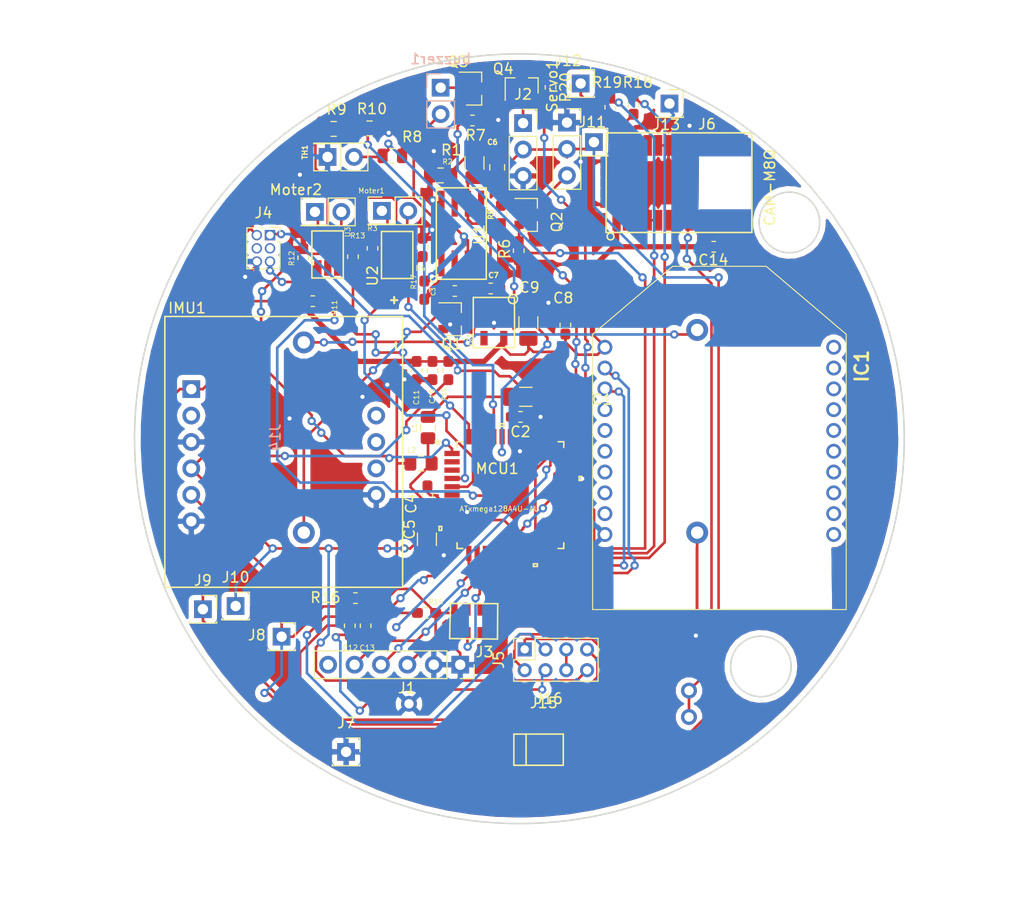
<source format=kicad_pcb>
(kicad_pcb (version 20171130) (host pcbnew "(5.0.0)")

  (general
    (thickness 1.6)
    (drawings 5)
    (tracks 807)
    (zones 0)
    (modules 68)
    (nets 102)
  )

  (page A4)
  (layers
    (0 F.Cu signal)
    (31 B.Cu signal)
    (32 B.Adhes user)
    (33 F.Adhes user)
    (34 B.Paste user)
    (35 F.Paste user)
    (36 B.SilkS user)
    (37 F.SilkS user)
    (38 B.Mask user)
    (39 F.Mask user)
    (40 Dwgs.User user)
    (41 Cmts.User user)
    (42 Eco1.User user)
    (43 Eco2.User user)
    (44 Edge.Cuts user)
    (45 Margin user)
    (46 B.CrtYd user)
    (47 F.CrtYd user)
    (48 B.Fab user)
    (49 F.Fab user)
  )

  (setup
    (last_trace_width 0.25)
    (user_trace_width 0.254)
    (user_trace_width 0.508)
    (user_trace_width 0.762)
    (trace_clearance 0.2)
    (zone_clearance 0.508)
    (zone_45_only no)
    (trace_min 0.2)
    (segment_width 0.2)
    (edge_width 0.15)
    (via_size 0.8)
    (via_drill 0.4)
    (via_min_size 0.4)
    (via_min_drill 0.3)
    (uvia_size 0.3)
    (uvia_drill 0.1)
    (uvias_allowed no)
    (uvia_min_size 0.2)
    (uvia_min_drill 0.1)
    (pcb_text_width 0.3)
    (pcb_text_size 1.5 1.5)
    (mod_edge_width 0.15)
    (mod_text_size 1 1)
    (mod_text_width 0.15)
    (pad_size 1.524 1.524)
    (pad_drill 0.762)
    (pad_to_mask_clearance 0.2)
    (aux_axis_origin 0 0)
    (visible_elements 7FFFFFFF)
    (pcbplotparams
      (layerselection 0x010fc_ffffffff)
      (usegerberextensions false)
      (usegerberattributes false)
      (usegerberadvancedattributes false)
      (creategerberjobfile false)
      (excludeedgelayer true)
      (linewidth 0.100000)
      (plotframeref false)
      (viasonmask false)
      (mode 1)
      (useauxorigin false)
      (hpglpennumber 1)
      (hpglpenspeed 20)
      (hpglpendiameter 15.000000)
      (psnegative false)
      (psa4output false)
      (plotreference true)
      (plotvalue true)
      (plotinvisibletext false)
      (padsonsilk false)
      (subtractmaskfromsilk false)
      (outputformat 1)
      (mirror false)
      (drillshape 1)
      (scaleselection 1)
      (outputdirectory ""))
  )

  (net 0 "")
  (net 1 GND)
  (net 2 "Net-(Q3-Pad1)")
  (net 3 +6V)
  (net 4 MCUAVCC)
  (net 5 MCUVCC)
  (net 6 +5V)
  (net 7 +3V3)
  (net 8 "Net-(C12-Pad2)")
  (net 9 "Net-(C12-Pad1)")
  (net 10 "Net-(IC1-Pad20)")
  (net 11 "Net-(IC1-Pad19)")
  (net 12 "Net-(IC1-Pad17)")
  (net 13 "Net-(IC1-Pad16)")
  (net 14 "Net-(IC1-Pad15)")
  (net 15 "Net-(IC1-Pad14)")
  (net 16 "Net-(IC1-Pad13)")
  (net 17 "Net-(IC1-Pad12)")
  (net 18 "Net-(IC1-Pad11)")
  (net 19 "Net-(IC1-Pad9)")
  (net 20 "Net-(IC1-Pad8)")
  (net 21 "Net-(IC1-Pad7)")
  (net 22 "Net-(IC1-Pad6)")
  (net 23 "Net-(IC1-Pad5)")
  (net 24 "Net-(IC1-Pad4)")
  (net 25 TX_PD3)
  (net 26 RX_PD2)
  (net 27 "Net-(IMU1-Pad2)")
  (net 28 SDA)
  (net 29 SCL)
  (net 30 "Net-(IMU1-Pad8)")
  (net 31 "Net-(IMU1-Pad9)")
  (net 32 "Net-(IMU1-Pad7)")
  (net 33 "Net-(J1-Pad6)")
  (net 34 CSB)
  (net 35 "Net-(J3-Pad5)")
  (net 36 MISO)
  (net 37 MOSI)
  (net 38 SCLK)
  (net 39 PDIDATA)
  (net 40 "Net-(J4-Pad3)")
  (net 41 "Net-(J4-Pad4)")
  (net 42 PDICLK)
  (net 43 "Net-(J5-Pad5)")
  (net 44 TX_PD7)
  (net 45 RX_PD6)
  (net 46 "Net-(J6-Pad2)")
  (net 47 "Net-(J6-Pad24)")
  (net 48 "Net-(J6-Pad3)")
  (net 49 "Net-(J6-Pad23)")
  (net 50 "Net-(J6-Pad6)")
  (net 51 "Net-(J6-Pad20)")
  (net 52 "Net-(J6-Pad7)")
  (net 53 "Net-(J6-Pad16)")
  (net 54 "Net-(J6-Pad29)")
  (net 55 "Net-(J6-Pad30)")
  (net 56 "Net-(J6-Pad28)")
  (net 57 MoterRIN2)
  (net 58 "Net-(MCU1-Pad2)")
  (net 59 "Net-(MCU1-Pad3)")
  (net 60 MotorFIN1)
  (net 61 MoterRIN1)
  (net 62 "Net-(MCU1-Pad6)")
  (net 63 "Net-(MCU1-Pad7)")
  (net 64 USART_RX_PC2)
  (net 65 USART_TX_PC3)
  (net 66 TC_PD0)
  (net 67 "Net-(MCU1-Pad21)")
  (net 68 "Net-(MCU1-Pad24)")
  (net 69 "Net-(MCU1-Pad25)")
  (net 70 PWM)
  (net 71 "Net-(MCU1-Pad29)")
  (net 72 "Net-(MCU1-Pad36)")
  (net 73 "Net-(MCU1-Pad37)")
  (net 74 Therm_ADCA0)
  (net 75 ADC_A1)
  (net 76 "Net-(MCU1-Pad42)")
  (net 77 "Net-(MCU1-Pad43)")
  (net 78 MotorFIN2)
  (net 79 "Net-(Moter1-Pad1)")
  (net 80 "Net-(Moter1-Pad2)")
  (net 81 "Net-(Moter2-Pad2)")
  (net 82 "Net-(Moter2-Pad1)")
  (net 83 "Net-(R1-Pad2)")
  (net 84 "Net-(U1-Pad1)")
  (net 85 "Net-(U1-Pad5)")
  (net 86 "Net-(U1-Pad4)")
  (net 87 "Net-(VR1-Pad4)")
  (net 88 "Net-(Q2-Pad1)")
  (net 89 "Net-(R17-Pad1)")
  (net 90 "Net-(J2-Pad1)")
  (net 91 "Net-(J6-Pad26)")
  (net 92 "Net-(J6-Pad25)")
  (net 93 INT)
  (net 94 cameraon)
  (net 95 "Net-(J14-Pad1)")
  (net 96 "Net-(J14-Pad4)")
  (net 97 "Net-(J15-Pad4)")
  (net 98 "Net-(J15-Pad3)")
  (net 99 "Net-(J15-Pad2)")
  (net 100 "Net-(J15-Pad6)")
  (net 101 "Net-(J16-Pad2)")

  (net_class Default "This is the default net class."
    (clearance 0.2)
    (trace_width 0.25)
    (via_dia 0.8)
    (via_drill 0.4)
    (uvia_dia 0.3)
    (uvia_drill 0.1)
    (add_net +3V3)
    (add_net +5V)
    (add_net +6V)
    (add_net ADC_A1)
    (add_net CSB)
    (add_net GND)
    (add_net INT)
    (add_net MCUAVCC)
    (add_net MCUVCC)
    (add_net MISO)
    (add_net MOSI)
    (add_net MoterRIN1)
    (add_net MoterRIN2)
    (add_net MotorFIN1)
    (add_net MotorFIN2)
    (add_net "Net-(C12-Pad1)")
    (add_net "Net-(C12-Pad2)")
    (add_net "Net-(IC1-Pad11)")
    (add_net "Net-(IC1-Pad12)")
    (add_net "Net-(IC1-Pad13)")
    (add_net "Net-(IC1-Pad14)")
    (add_net "Net-(IC1-Pad15)")
    (add_net "Net-(IC1-Pad16)")
    (add_net "Net-(IC1-Pad17)")
    (add_net "Net-(IC1-Pad19)")
    (add_net "Net-(IC1-Pad20)")
    (add_net "Net-(IC1-Pad4)")
    (add_net "Net-(IC1-Pad5)")
    (add_net "Net-(IC1-Pad6)")
    (add_net "Net-(IC1-Pad7)")
    (add_net "Net-(IC1-Pad8)")
    (add_net "Net-(IC1-Pad9)")
    (add_net "Net-(IMU1-Pad2)")
    (add_net "Net-(IMU1-Pad7)")
    (add_net "Net-(IMU1-Pad8)")
    (add_net "Net-(IMU1-Pad9)")
    (add_net "Net-(J1-Pad6)")
    (add_net "Net-(J14-Pad1)")
    (add_net "Net-(J14-Pad4)")
    (add_net "Net-(J15-Pad2)")
    (add_net "Net-(J15-Pad3)")
    (add_net "Net-(J15-Pad4)")
    (add_net "Net-(J15-Pad6)")
    (add_net "Net-(J16-Pad2)")
    (add_net "Net-(J2-Pad1)")
    (add_net "Net-(J3-Pad5)")
    (add_net "Net-(J4-Pad3)")
    (add_net "Net-(J4-Pad4)")
    (add_net "Net-(J5-Pad5)")
    (add_net "Net-(J6-Pad16)")
    (add_net "Net-(J6-Pad2)")
    (add_net "Net-(J6-Pad20)")
    (add_net "Net-(J6-Pad23)")
    (add_net "Net-(J6-Pad24)")
    (add_net "Net-(J6-Pad25)")
    (add_net "Net-(J6-Pad26)")
    (add_net "Net-(J6-Pad28)")
    (add_net "Net-(J6-Pad29)")
    (add_net "Net-(J6-Pad3)")
    (add_net "Net-(J6-Pad30)")
    (add_net "Net-(J6-Pad6)")
    (add_net "Net-(J6-Pad7)")
    (add_net "Net-(MCU1-Pad2)")
    (add_net "Net-(MCU1-Pad21)")
    (add_net "Net-(MCU1-Pad24)")
    (add_net "Net-(MCU1-Pad25)")
    (add_net "Net-(MCU1-Pad29)")
    (add_net "Net-(MCU1-Pad3)")
    (add_net "Net-(MCU1-Pad36)")
    (add_net "Net-(MCU1-Pad37)")
    (add_net "Net-(MCU1-Pad42)")
    (add_net "Net-(MCU1-Pad43)")
    (add_net "Net-(MCU1-Pad6)")
    (add_net "Net-(MCU1-Pad7)")
    (add_net "Net-(Moter1-Pad1)")
    (add_net "Net-(Moter1-Pad2)")
    (add_net "Net-(Moter2-Pad1)")
    (add_net "Net-(Moter2-Pad2)")
    (add_net "Net-(Q2-Pad1)")
    (add_net "Net-(Q3-Pad1)")
    (add_net "Net-(R1-Pad2)")
    (add_net "Net-(R17-Pad1)")
    (add_net "Net-(U1-Pad1)")
    (add_net "Net-(U1-Pad4)")
    (add_net "Net-(U1-Pad5)")
    (add_net "Net-(VR1-Pad4)")
    (add_net PDICLK)
    (add_net PDIDATA)
    (add_net PWM)
    (add_net RX_PD2)
    (add_net RX_PD6)
    (add_net SCL)
    (add_net SCLK)
    (add_net SDA)
    (add_net TC_PD0)
    (add_net TX_PD3)
    (add_net TX_PD7)
    (add_net Therm_ADCA0)
    (add_net USART_RX_PC2)
    (add_net USART_TX_PC3)
    (add_net cameraon)
  )

  (module Connector_PinSocket_2.54mm:PinSocket_1x03_P2.54mm_Vertical (layer F.Cu) (tedit 5A19A429) (tstamp 5CA6266C)
    (at 86.9696 68.326)
    (descr "Through hole straight socket strip, 1x03, 2.54mm pitch, single row (from Kicad 4.0.7), script generated")
    (tags "Through hole socket strip THT 1x03 2.54mm single row")
    (path /5C99FF9D)
    (fp_text reference J2 (at 0 -2.77) (layer F.SilkS)
      (effects (font (size 1 1) (thickness 0.15)))
    )
    (fp_text value Camera (at 0 7.85) (layer F.Fab)
      (effects (font (size 1 1) (thickness 0.15)))
    )
    (fp_line (start -1.27 -1.27) (end 0.635 -1.27) (layer F.Fab) (width 0.1))
    (fp_line (start 0.635 -1.27) (end 1.27 -0.635) (layer F.Fab) (width 0.1))
    (fp_line (start 1.27 -0.635) (end 1.27 6.35) (layer F.Fab) (width 0.1))
    (fp_line (start 1.27 6.35) (end -1.27 6.35) (layer F.Fab) (width 0.1))
    (fp_line (start -1.27 6.35) (end -1.27 -1.27) (layer F.Fab) (width 0.1))
    (fp_line (start -1.33 1.27) (end 1.33 1.27) (layer F.SilkS) (width 0.12))
    (fp_line (start -1.33 1.27) (end -1.33 6.41) (layer F.SilkS) (width 0.12))
    (fp_line (start -1.33 6.41) (end 1.33 6.41) (layer F.SilkS) (width 0.12))
    (fp_line (start 1.33 1.27) (end 1.33 6.41) (layer F.SilkS) (width 0.12))
    (fp_line (start 1.33 -1.33) (end 1.33 0) (layer F.SilkS) (width 0.12))
    (fp_line (start 0 -1.33) (end 1.33 -1.33) (layer F.SilkS) (width 0.12))
    (fp_line (start -1.8 -1.8) (end 1.75 -1.8) (layer F.CrtYd) (width 0.05))
    (fp_line (start 1.75 -1.8) (end 1.75 6.85) (layer F.CrtYd) (width 0.05))
    (fp_line (start 1.75 6.85) (end -1.8 6.85) (layer F.CrtYd) (width 0.05))
    (fp_line (start -1.8 6.85) (end -1.8 -1.8) (layer F.CrtYd) (width 0.05))
    (fp_text user %R (at 0 2.54 90) (layer F.Fab)
      (effects (font (size 1 1) (thickness 0.15)))
    )
    (pad 1 thru_hole rect (at 0 0) (size 1.7 1.7) (drill 1) (layers *.Cu *.Mask)
      (net 90 "Net-(J2-Pad1)"))
    (pad 2 thru_hole oval (at 0 2.54) (size 1.7 1.7) (drill 1) (layers *.Cu *.Mask)
      (net 6 +5V))
    (pad 3 thru_hole oval (at 0 5.08) (size 1.7 1.7) (drill 1) (layers *.Cu *.Mask)
      (net 1 GND))
    (model ${KISYS3DMOD}/Connector_PinSocket_2.54mm.3dshapes/PinSocket_1x03_P2.54mm_Vertical.wrl
      (at (xyz 0 0 0))
      (scale (xyz 1 1 1))
      (rotate (xyz 0 0 0))
    )
  )

  (module CanSAT2ndtry:VR_TPS7A7001DDAR (layer F.Cu) (tedit 5C8F6E42) (tstamp 5C913814)
    (at 81.026 78.9432)
    (descr ConnectorMicromatch-8)
    (path /5C93E7AF)
    (attr smd)
    (fp_text reference U1 (at 1.7272 0.1016 270) (layer F.SilkS)
      (effects (font (size 1 1) (thickness 0.15)))
    )
    (fp_text value VR_TPS7A7001DDAR (at 27.178 17.4244) (layer F.Fab)
      (effects (font (size 1 1) (thickness 0.15)))
    )
    (fp_line (start -2.4 -4.3942) (end 2.4 -4.3942) (layer F.CrtYd) (width 0.05))
    (fp_line (start 2.4 -4.3942) (end 2.4 4.3558) (layer F.CrtYd) (width 0.05))
    (fp_line (start 2.4 -4.3942) (end -2.4 -4.3942) (layer F.SilkS) (width 0.15))
    (fp_line (start 2.4 -4.39) (end 2.4 4.39) (layer F.SilkS) (width 0.15))
    (fp_line (start -2.4 -4.3942) (end -2.4 4.3558) (layer F.CrtYd) (width 0.05))
    (fp_line (start -2.4 4.3558) (end 2.4 4.3558) (layer F.CrtYd) (width 0.05))
    (fp_line (start -2.4 4.3858) (end -2.4 -4.3942) (layer F.SilkS) (width 0.15))
    (fp_line (start 2.4 4.3942) (end -2.4 4.3942) (layer F.SilkS) (width 0.15))
    (fp_circle (center -2.6416 4.3942) (end -2.6416 4.0894) (layer F.SilkS) (width 0.15))
    (pad 8 smd rect (at -1.905 -2.875) (size 0.6 2.5) (layers F.Cu F.Paste F.Mask)
      (net 1 GND))
    (pad 1 smd rect (at -1.905 2.875) (size 0.6 2.5) (layers F.Cu F.Paste F.Mask)
      (net 84 "Net-(U1-Pad1)"))
    (pad 7 smd rect (at -0.635 -2.875) (size 0.6 2.5) (layers F.Cu F.Paste F.Mask)
      (net 83 "Net-(R1-Pad2)"))
    (pad 2 smd rect (at -0.635 2.875) (size 0.6 2.5) (layers F.Cu F.Paste F.Mask)
      (net 89 "Net-(R17-Pad1)"))
    (pad 6 smd rect (at 0.635 -2.875) (size 0.6 2.5) (layers F.Cu F.Paste F.Mask)
      (net 6 +5V))
    (pad 3 smd rect (at 0.635 2.875) (size 0.6 2.5) (layers F.Cu F.Paste F.Mask)
      (net 3 +6V))
    (pad 5 smd rect (at 1.905 -2.875) (size 0.6 2.5) (layers F.Cu F.Paste F.Mask)
      (net 85 "Net-(U1-Pad5)"))
    (pad 4 smd rect (at 1.905 2.875) (size 0.6 2.5) (layers F.Cu F.Paste F.Mask)
      (net 86 "Net-(U1-Pad4)"))
  )

  (module CanSAT2ndtry:H-Bridge_MP6513GJ-P (layer F.Cu) (tedit 5C8F65B7) (tstamp 5C90EC81)
    (at 75.3542 81.0052)
    (descr ConnectorMicromatch-8)
    (path /5C91921C)
    (attr smd)
    (fp_text reference U2 (at -2.8626 2.002 90) (layer F.SilkS)
      (effects (font (size 1 1) (thickness 0.15)))
    )
    (fp_text value H-bridge_MP6513GJ-P (at 0 3.3) (layer F.Fab)
      (effects (font (size 1 1) (thickness 0.15)))
    )
    (fp_line (start -2 -2.3) (end 1 -2.3) (layer F.CrtYd) (width 0.05))
    (fp_line (start 1 -2.3) (end 1 2.3) (layer F.CrtYd) (width 0.05))
    (fp_line (start -2 -2.3) (end -2 2.3) (layer F.CrtYd) (width 0.05))
    (fp_line (start 1.016 -2.2606) (end 1.016 2.2606) (layer F.SilkS) (width 0.15))
    (fp_line (start -2 2.286) (end -2 -2.2352) (layer F.SilkS) (width 0.15))
    (fp_line (start 1 -2.2606) (end -2 -2.2606) (layer F.SilkS) (width 0.15))
    (fp_line (start 1.0414 2.2606) (end -1.9586 2.2606) (layer F.SilkS) (width 0.15))
    (fp_line (start 1 2.3) (end -2 2.3) (layer F.CrtYd) (width 0.05))
    (pad 6 smd rect (at -1.425 -1.3) (size 0.7 1.5) (layers F.Cu F.Paste F.Mask)
      (net 79 "Net-(Moter1-Pad1)"))
    (pad 1 smd rect (at -1.425 1.3) (size 0.7 1.5) (layers F.Cu F.Paste F.Mask)
      (net 61 MoterRIN1))
    (pad 5 smd rect (at -0.475 -1.3) (size 0.7 1.5) (layers F.Cu F.Paste F.Mask)
      (net 3 +6V))
    (pad 2 smd rect (at -0.475 1.3) (size 0.7 1.5) (layers F.Cu F.Paste F.Mask)
      (net 1 GND))
    (pad 4 smd rect (at 0.475 -1.3) (size 0.7 1.5) (layers F.Cu F.Paste F.Mask)
      (net 80 "Net-(Moter1-Pad2)"))
    (pad 3 smd rect (at 0.475 1.3) (size 0.7 1.5) (layers F.Cu F.Paste F.Mask)
      (net 60 MotorFIN1))
  )

  (module CanSAT2ndtry:BNO055breakout (layer F.Cu) (tedit 5C90DA5F) (tstamp 5CA19876)
    (at 55.0672 86.9188)
    (descr "Through hole straight socket strip, 1x06, 2.54mm pitch, single row (from Kicad 4.0.7), script generated")
    (tags "Through hole socket strip THT 1x06 2.54mm single row")
    (path /5C8A05A8)
    (fp_text reference IMU1 (at -0.4064 -0.8128) (layer F.SilkS)
      (effects (font (size 1 1) (thickness 0.15)))
    )
    (fp_text value BN0055breakout (at 0 22.455) (layer F.Fab)
      (effects (font (size 1 1) (thickness 0.15)))
    )
    (fp_text user %R (at 0 13.335 90) (layer F.Fab)
      (effects (font (size 1 1) (thickness 0.15)))
    )
    (fp_text user %R (at 17.78 15.875 -90) (layer F.Fab)
      (effects (font (size 1 1) (thickness 0.15)))
    )
    (fp_line (start -2.54 0) (end -2.54 26.035) (layer F.SilkS) (width 0.15))
    (fp_line (start -2.54 26.035) (end 20.32 26.035) (layer F.SilkS) (width 0.15))
    (fp_line (start 20.32 26.035) (end 20.32 0.635) (layer F.SilkS) (width 0.15))
    (fp_line (start 20.32 0.635) (end 20.32 0) (layer F.SilkS) (width 0.15))
    (fp_line (start 20.32 0) (end -2.54 0) (layer F.SilkS) (width 0.15))
    (pad 1 thru_hole rect (at 0 6.985) (size 1.7 1.7) (drill 1) (layers *.Cu *.Mask)
      (net 7 +3V3))
    (pad 2 thru_hole oval (at 0 9.525) (size 1.7 1.7) (drill 1) (layers *.Cu *.Mask)
      (net 27 "Net-(IMU1-Pad2)"))
    (pad 3 thru_hole oval (at 0 12.065) (size 1.7 1.7) (drill 1) (layers *.Cu *.Mask)
      (net 1 GND))
    (pad 4 thru_hole oval (at 0 14.605) (size 1.7 1.7) (drill 1) (layers *.Cu *.Mask)
      (net 28 SDA))
    (pad 5 thru_hole oval (at 0 17.145) (size 1.7 1.7) (drill 1) (layers *.Cu *.Mask)
      (net 29 SCL))
    (pad 6 thru_hole oval (at 0 19.685) (size 1.7 1.7) (drill 1) (layers *.Cu *.Mask)
      (net 1 GND))
    (pad 8 thru_hole oval (at 17.78 12.065 180) (size 1.7 1.7) (drill 1) (layers *.Cu *.Mask)
      (net 30 "Net-(IMU1-Pad8)"))
    (pad 9 thru_hole oval (at 17.78 14.605 180) (size 1.7 1.7) (drill 1) (layers *.Cu *.Mask)
      (net 31 "Net-(IMU1-Pad9)"))
    (pad 7 thru_hole oval (at 17.78 9.525 180) (size 1.7 1.7) (drill 1) (layers *.Cu *.Mask)
      (net 32 "Net-(IMU1-Pad7)"))
    (pad 10 thru_hole oval (at 17.78 17.145 180) (size 1.7 1.7) (drill 1) (layers *.Cu *.Mask)
      (net 1 GND))
    (model ${KISYS3DMOD}/Connector_PinSocket_2.54mm.3dshapes/PinSocket_1x06_P2.54mm_Vertical.wrl
      (at (xyz 0 0 0))
      (scale (xyz 1 1 1))
      (rotate (xyz 0 0 0))
    )
  )

  (module CanSAT2ndtry:ATXMEGA128A4U-AU (layer F.Cu) (tedit 5C927A77) (tstamp 5C90EA9D)
    (at 85.7504 104.0892)
    (path /5C831B3F)
    (fp_text reference MCU1 (at -1.27 -2.54 180) (layer F.SilkS)
      (effects (font (size 1 1) (thickness 0.15)))
    )
    (fp_text value ATxmega128A4U-AU (at -1.0668 1.3208) (layer F.SilkS)
      (effects (font (size 0.5 0.5) (thickness 0.075)))
    )
    (fp_text user "Copyright 2016 Accelerated Designs. All rights reserved." (at 0 0) (layer Cmts.User)
      (effects (font (size 0.127 0.127) (thickness 0.002)))
    )
    (fp_text user * (at -6.985 -4.781) (layer F.SilkS)
      (effects (font (size 1 1) (thickness 0.15)))
    )
    (fp_text user * (at -4.6228 -4.4) (layer F.Fab)
      (effects (font (size 1 1) (thickness 0.15)))
    )
    (fp_line (start 3.7714 -5.0038) (end 4.2286 -5.0038) (layer F.Fab) (width 0.1524))
    (fp_line (start 4.2286 -5.0038) (end 4.2286 -5.9944) (layer F.Fab) (width 0.1524))
    (fp_line (start 4.2286 -5.9944) (end 3.7714 -5.9944) (layer F.Fab) (width 0.1524))
    (fp_line (start 3.7714 -5.9944) (end 3.7714 -5.0038) (layer F.Fab) (width 0.1524))
    (fp_line (start 2.9714 -5.0038) (end 3.4286 -5.0038) (layer F.Fab) (width 0.1524))
    (fp_line (start 3.4286 -5.0038) (end 3.4286 -5.9944) (layer F.Fab) (width 0.1524))
    (fp_line (start 3.4286 -5.9944) (end 2.9714 -5.9944) (layer F.Fab) (width 0.1524))
    (fp_line (start 2.9714 -5.9944) (end 2.9714 -5.0038) (layer F.Fab) (width 0.1524))
    (fp_line (start 2.1714 -5.0038) (end 2.6286 -5.0038) (layer F.Fab) (width 0.1524))
    (fp_line (start 2.6286 -5.0038) (end 2.6286 -5.9944) (layer F.Fab) (width 0.1524))
    (fp_line (start 2.6286 -5.9944) (end 2.1714 -5.9944) (layer F.Fab) (width 0.1524))
    (fp_line (start 2.1714 -5.9944) (end 2.1714 -5.0038) (layer F.Fab) (width 0.1524))
    (fp_line (start 1.3714 -5.0038) (end 1.8286 -5.0038) (layer F.Fab) (width 0.1524))
    (fp_line (start 1.8286 -5.0038) (end 1.8286 -5.9944) (layer F.Fab) (width 0.1524))
    (fp_line (start 1.8286 -5.9944) (end 1.3714 -5.9944) (layer F.Fab) (width 0.1524))
    (fp_line (start 1.3714 -5.9944) (end 1.3714 -5.0038) (layer F.Fab) (width 0.1524))
    (fp_line (start 0.5714 -5.0038) (end 1.0286 -5.0038) (layer F.Fab) (width 0.1524))
    (fp_line (start 1.0286 -5.0038) (end 1.0286 -5.9944) (layer F.Fab) (width 0.1524))
    (fp_line (start 1.0286 -5.9944) (end 0.5714 -5.9944) (layer F.Fab) (width 0.1524))
    (fp_line (start 0.5714 -5.9944) (end 0.5714 -5.0038) (layer F.Fab) (width 0.1524))
    (fp_line (start -0.2286 -5.0038) (end 0.2286 -5.0038) (layer F.Fab) (width 0.1524))
    (fp_line (start 0.2286 -5.0038) (end 0.2286 -5.9944) (layer F.Fab) (width 0.1524))
    (fp_line (start 0.2286 -5.9944) (end -0.2286 -5.9944) (layer F.Fab) (width 0.1524))
    (fp_line (start -0.2286 -5.9944) (end -0.2286 -5.0038) (layer F.Fab) (width 0.1524))
    (fp_line (start -1.0286 -5.0038) (end -0.5714 -5.0038) (layer F.Fab) (width 0.1524))
    (fp_line (start -0.5714 -5.0038) (end -0.5714 -5.9944) (layer F.Fab) (width 0.1524))
    (fp_line (start -0.5714 -5.9944) (end -1.0286 -5.9944) (layer F.Fab) (width 0.1524))
    (fp_line (start -1.0286 -5.9944) (end -1.0286 -5.0038) (layer F.Fab) (width 0.1524))
    (fp_line (start -1.8286 -5.0038) (end -1.3714 -5.0038) (layer F.Fab) (width 0.1524))
    (fp_line (start -1.3714 -5.0038) (end -1.3714 -5.9944) (layer F.Fab) (width 0.1524))
    (fp_line (start -1.3714 -5.9944) (end -1.8286 -5.9944) (layer F.Fab) (width 0.1524))
    (fp_line (start -1.8286 -5.9944) (end -1.8286 -5.0038) (layer F.Fab) (width 0.1524))
    (fp_line (start -2.6286 -5.0038) (end -2.1714 -5.0038) (layer F.Fab) (width 0.1524))
    (fp_line (start -2.1714 -5.0038) (end -2.1714 -5.9944) (layer F.Fab) (width 0.1524))
    (fp_line (start -2.1714 -5.9944) (end -2.6286 -5.9944) (layer F.Fab) (width 0.1524))
    (fp_line (start -2.6286 -5.9944) (end -2.6286 -5.0038) (layer F.Fab) (width 0.1524))
    (fp_line (start -3.4286 -5.0038) (end -2.9714 -5.0038) (layer F.Fab) (width 0.1524))
    (fp_line (start -2.9714 -5.0038) (end -2.9714 -5.9944) (layer F.Fab) (width 0.1524))
    (fp_line (start -2.9714 -5.9944) (end -3.4286 -5.9944) (layer F.Fab) (width 0.1524))
    (fp_line (start -3.4286 -5.9944) (end -3.4286 -5.0038) (layer F.Fab) (width 0.1524))
    (fp_line (start -4.228599 -5.0038) (end -3.771399 -5.0038) (layer F.Fab) (width 0.1524))
    (fp_line (start -3.771399 -5.0038) (end -3.771399 -5.9944) (layer F.Fab) (width 0.1524))
    (fp_line (start -3.771399 -5.9944) (end -4.228599 -5.9944) (layer F.Fab) (width 0.1524))
    (fp_line (start -4.228599 -5.9944) (end -4.228599 -5.0038) (layer F.Fab) (width 0.1524))
    (fp_line (start -5.0038 -3.7714) (end -5.0038 -4.2286) (layer F.Fab) (width 0.1524))
    (fp_line (start -5.0038 -4.2286) (end -5.9944 -4.2286) (layer F.Fab) (width 0.1524))
    (fp_line (start -5.9944 -4.2286) (end -5.9944 -3.7714) (layer F.Fab) (width 0.1524))
    (fp_line (start -5.9944 -3.7714) (end -5.0038 -3.7714) (layer F.Fab) (width 0.1524))
    (fp_line (start -5.0038 -2.9714) (end -5.0038 -3.4286) (layer F.Fab) (width 0.1524))
    (fp_line (start -5.0038 -3.4286) (end -5.9944 -3.4286) (layer F.Fab) (width 0.1524))
    (fp_line (start -5.9944 -3.4286) (end -5.9944 -2.9714) (layer F.Fab) (width 0.1524))
    (fp_line (start -5.9944 -2.9714) (end -5.0038 -2.9714) (layer F.Fab) (width 0.1524))
    (fp_line (start -5.0038 -2.1714) (end -5.0038 -2.6286) (layer F.Fab) (width 0.1524))
    (fp_line (start -5.0038 -2.6286) (end -5.9944 -2.6286) (layer F.Fab) (width 0.1524))
    (fp_line (start -5.9944 -2.6286) (end -5.9944 -2.1714) (layer F.Fab) (width 0.1524))
    (fp_line (start -5.9944 -2.1714) (end -5.0038 -2.1714) (layer F.Fab) (width 0.1524))
    (fp_line (start -5.0038 -1.3714) (end -5.0038 -1.8286) (layer F.Fab) (width 0.1524))
    (fp_line (start -5.0038 -1.8286) (end -5.9944 -1.8286) (layer F.Fab) (width 0.1524))
    (fp_line (start -5.9944 -1.8286) (end -5.9944 -1.3714) (layer F.Fab) (width 0.1524))
    (fp_line (start -5.9944 -1.3714) (end -5.0038 -1.3714) (layer F.Fab) (width 0.1524))
    (fp_line (start -5.0038 -0.5714) (end -5.0038 -1.0286) (layer F.Fab) (width 0.1524))
    (fp_line (start -5.0038 -1.0286) (end -5.9944 -1.0286) (layer F.Fab) (width 0.1524))
    (fp_line (start -5.9944 -1.0286) (end -5.9944 -0.5714) (layer F.Fab) (width 0.1524))
    (fp_line (start -5.9944 -0.5714) (end -5.0038 -0.5714) (layer F.Fab) (width 0.1524))
    (fp_line (start -5.0038 0.2286) (end -5.0038 -0.2286) (layer F.Fab) (width 0.1524))
    (fp_line (start -5.0038 -0.2286) (end -5.9944 -0.2286) (layer F.Fab) (width 0.1524))
    (fp_line (start -5.9944 -0.2286) (end -5.9944 0.2286) (layer F.Fab) (width 0.1524))
    (fp_line (start -5.9944 0.2286) (end -5.0038 0.2286) (layer F.Fab) (width 0.1524))
    (fp_line (start -5.0038 1.0286) (end -5.0038 0.5714) (layer F.Fab) (width 0.1524))
    (fp_line (start -5.0038 0.5714) (end -5.9944 0.5714) (layer F.Fab) (width 0.1524))
    (fp_line (start -5.9944 0.5714) (end -5.9944 1.0286) (layer F.Fab) (width 0.1524))
    (fp_line (start -5.9944 1.0286) (end -5.0038 1.0286) (layer F.Fab) (width 0.1524))
    (fp_line (start -5.0038 1.8286) (end -5.0038 1.3714) (layer F.Fab) (width 0.1524))
    (fp_line (start -5.0038 1.3714) (end -5.9944 1.3714) (layer F.Fab) (width 0.1524))
    (fp_line (start -5.9944 1.3714) (end -5.9944 1.8286) (layer F.Fab) (width 0.1524))
    (fp_line (start -5.9944 1.8286) (end -5.0038 1.8286) (layer F.Fab) (width 0.1524))
    (fp_line (start -5.0038 2.6286) (end -5.0038 2.1714) (layer F.Fab) (width 0.1524))
    (fp_line (start -5.0038 2.1714) (end -5.9944 2.1714) (layer F.Fab) (width 0.1524))
    (fp_line (start -5.9944 2.1714) (end -5.9944 2.6286) (layer F.Fab) (width 0.1524))
    (fp_line (start -5.9944 2.6286) (end -5.0038 2.6286) (layer F.Fab) (width 0.1524))
    (fp_line (start -5.0038 3.4286) (end -5.0038 2.9714) (layer F.Fab) (width 0.1524))
    (fp_line (start -5.0038 2.9714) (end -5.9944 2.9714) (layer F.Fab) (width 0.1524))
    (fp_line (start -5.9944 2.9714) (end -5.9944 3.4286) (layer F.Fab) (width 0.1524))
    (fp_line (start -5.9944 3.4286) (end -5.0038 3.4286) (layer F.Fab) (width 0.1524))
    (fp_line (start -5.0038 4.228599) (end -5.0038 3.771399) (layer F.Fab) (width 0.1524))
    (fp_line (start -5.0038 3.771399) (end -5.9944 3.771399) (layer F.Fab) (width 0.1524))
    (fp_line (start -5.9944 3.771399) (end -5.9944 4.228599) (layer F.Fab) (width 0.1524))
    (fp_line (start -5.9944 4.228599) (end -5.0038 4.228599) (layer F.Fab) (width 0.1524))
    (fp_line (start -3.7714 5.0038) (end -4.2286 5.0038) (layer F.Fab) (width 0.1524))
    (fp_line (start -4.2286 5.0038) (end -4.2286 5.9944) (layer F.Fab) (width 0.1524))
    (fp_line (start -4.2286 5.9944) (end -3.7714 5.9944) (layer F.Fab) (width 0.1524))
    (fp_line (start -3.7714 5.9944) (end -3.7714 5.0038) (layer F.Fab) (width 0.1524))
    (fp_line (start -2.9714 5.0038) (end -3.4286 5.0038) (layer F.Fab) (width 0.1524))
    (fp_line (start -3.4286 5.0038) (end -3.4286 5.9944) (layer F.Fab) (width 0.1524))
    (fp_line (start -3.4286 5.9944) (end -2.9714 5.9944) (layer F.Fab) (width 0.1524))
    (fp_line (start -2.9714 5.9944) (end -2.9714 5.0038) (layer F.Fab) (width 0.1524))
    (fp_line (start -2.1714 5.0038) (end -2.6286 5.0038) (layer F.Fab) (width 0.1524))
    (fp_line (start -2.6286 5.0038) (end -2.6286 5.9944) (layer F.Fab) (width 0.1524))
    (fp_line (start -2.6286 5.9944) (end -2.1714 5.9944) (layer F.Fab) (width 0.1524))
    (fp_line (start -2.1714 5.9944) (end -2.1714 5.0038) (layer F.Fab) (width 0.1524))
    (fp_line (start -1.3714 5.0038) (end -1.8286 5.0038) (layer F.Fab) (width 0.1524))
    (fp_line (start -1.8286 5.0038) (end -1.8286 5.9944) (layer F.Fab) (width 0.1524))
    (fp_line (start -1.8286 5.9944) (end -1.3714 5.9944) (layer F.Fab) (width 0.1524))
    (fp_line (start -1.3714 5.9944) (end -1.3714 5.0038) (layer F.Fab) (width 0.1524))
    (fp_line (start -0.5714 5.0038) (end -1.0286 5.0038) (layer F.Fab) (width 0.1524))
    (fp_line (start -1.0286 5.0038) (end -1.0286 5.9944) (layer F.Fab) (width 0.1524))
    (fp_line (start -1.0286 5.9944) (end -0.5714 5.9944) (layer F.Fab) (width 0.1524))
    (fp_line (start -0.5714 5.9944) (end -0.5714 5.0038) (layer F.Fab) (width 0.1524))
    (fp_line (start 0.2286 5.0038) (end -0.2286 5.0038) (layer F.Fab) (width 0.1524))
    (fp_line (start -0.2286 5.0038) (end -0.2286 5.9944) (layer F.Fab) (width 0.1524))
    (fp_line (start -0.2286 5.9944) (end 0.2286 5.9944) (layer F.Fab) (width 0.1524))
    (fp_line (start 0.2286 5.9944) (end 0.2286 5.0038) (layer F.Fab) (width 0.1524))
    (fp_line (start 1.0286 5.0038) (end 0.5714 5.0038) (layer F.Fab) (width 0.1524))
    (fp_line (start 0.5714 5.0038) (end 0.5714 5.9944) (layer F.Fab) (width 0.1524))
    (fp_line (start 0.5714 5.9944) (end 1.0286 5.9944) (layer F.Fab) (width 0.1524))
    (fp_line (start 1.0286 5.9944) (end 1.0286 5.0038) (layer F.Fab) (width 0.1524))
    (fp_line (start 1.8286 5.0038) (end 1.3714 5.0038) (layer F.Fab) (width 0.1524))
    (fp_line (start 1.3714 5.0038) (end 1.3714 5.9944) (layer F.Fab) (width 0.1524))
    (fp_line (start 1.3714 5.9944) (end 1.8286 5.9944) (layer F.Fab) (width 0.1524))
    (fp_line (start 1.8286 5.9944) (end 1.8286 5.0038) (layer F.Fab) (width 0.1524))
    (fp_line (start 2.6286 5.0038) (end 2.1714 5.0038) (layer F.Fab) (width 0.1524))
    (fp_line (start 2.1714 5.0038) (end 2.1714 5.9944) (layer F.Fab) (width 0.1524))
    (fp_line (start 2.1714 5.9944) (end 2.6286 5.9944) (layer F.Fab) (width 0.1524))
    (fp_line (start 2.6286 5.9944) (end 2.6286 5.0038) (layer F.Fab) (width 0.1524))
    (fp_line (start 3.4286 5.0038) (end 2.9714 5.0038) (layer F.Fab) (width 0.1524))
    (fp_line (start 2.9714 5.0038) (end 2.9714 5.9944) (layer F.Fab) (width 0.1524))
    (fp_line (start 2.9714 5.9944) (end 3.4286 5.9944) (layer F.Fab) (width 0.1524))
    (fp_line (start 3.4286 5.9944) (end 3.4286 5.0038) (layer F.Fab) (width 0.1524))
    (fp_line (start 4.228599 5.0038) (end 3.771399 5.0038) (layer F.Fab) (width 0.1524))
    (fp_line (start 3.771399 5.0038) (end 3.771399 5.9944) (layer F.Fab) (width 0.1524))
    (fp_line (start 3.771399 5.9944) (end 4.228599 5.9944) (layer F.Fab) (width 0.1524))
    (fp_line (start 4.228599 5.9944) (end 4.228599 5.0038) (layer F.Fab) (width 0.1524))
    (fp_line (start 5.0038 3.7714) (end 5.0038 4.2286) (layer F.Fab) (width 0.1524))
    (fp_line (start 5.0038 4.2286) (end 5.9944 4.2286) (layer F.Fab) (width 0.1524))
    (fp_line (start 5.9944 4.2286) (end 5.9944 3.7714) (layer F.Fab) (width 0.1524))
    (fp_line (start 5.9944 3.7714) (end 5.0038 3.7714) (layer F.Fab) (width 0.1524))
    (fp_line (start 5.0038 2.9714) (end 5.0038 3.4286) (layer F.Fab) (width 0.1524))
    (fp_line (start 5.0038 3.4286) (end 5.9944 3.4286) (layer F.Fab) (width 0.1524))
    (fp_line (start 5.9944 3.4286) (end 5.9944 2.9714) (layer F.Fab) (width 0.1524))
    (fp_line (start 5.9944 2.9714) (end 5.0038 2.9714) (layer F.Fab) (width 0.1524))
    (fp_line (start 5.0038 2.1714) (end 5.0038 2.6286) (layer F.Fab) (width 0.1524))
    (fp_line (start 5.0038 2.6286) (end 5.9944 2.6286) (layer F.Fab) (width 0.1524))
    (fp_line (start 5.9944 2.6286) (end 5.9944 2.1714) (layer F.Fab) (width 0.1524))
    (fp_line (start 5.9944 2.1714) (end 5.0038 2.1714) (layer F.Fab) (width 0.1524))
    (fp_line (start 5.0038 1.3714) (end 5.0038 1.8286) (layer F.Fab) (width 0.1524))
    (fp_line (start 5.0038 1.8286) (end 5.9944 1.8286) (layer F.Fab) (width 0.1524))
    (fp_line (start 5.9944 1.8286) (end 5.9944 1.3714) (layer F.Fab) (width 0.1524))
    (fp_line (start 5.9944 1.3714) (end 5.0038 1.3714) (layer F.Fab) (width 0.1524))
    (fp_line (start 5.0038 0.5714) (end 5.0038 1.0286) (layer F.Fab) (width 0.1524))
    (fp_line (start 5.0038 1.0286) (end 5.9944 1.0286) (layer F.Fab) (width 0.1524))
    (fp_line (start 5.9944 1.0286) (end 5.9944 0.5714) (layer F.Fab) (width 0.1524))
    (fp_line (start 5.9944 0.5714) (end 5.0038 0.5714) (layer F.Fab) (width 0.1524))
    (fp_line (start 5.0038 -0.2286) (end 5.0038 0.2286) (layer F.Fab) (width 0.1524))
    (fp_line (start 5.0038 0.2286) (end 5.9944 0.2286) (layer F.Fab) (width 0.1524))
    (fp_line (start 5.9944 0.2286) (end 5.9944 -0.2286) (layer F.Fab) (width 0.1524))
    (fp_line (start 5.9944 -0.2286) (end 5.0038 -0.2286) (layer F.Fab) (width 0.1524))
    (fp_line (start 5.0038 -1.0286) (end 5.0038 -0.5714) (layer F.Fab) (width 0.1524))
    (fp_line (start 5.0038 -0.5714) (end 5.9944 -0.5714) (layer F.Fab) (width 0.1524))
    (fp_line (start 5.9944 -0.5714) (end 5.9944 -1.0286) (layer F.Fab) (width 0.1524))
    (fp_line (start 5.9944 -1.0286) (end 5.0038 -1.0286) (layer F.Fab) (width 0.1524))
    (fp_line (start 5.0038 -1.8286) (end 5.0038 -1.3714) (layer F.Fab) (width 0.1524))
    (fp_line (start 5.0038 -1.3714) (end 5.9944 -1.3714) (layer F.Fab) (width 0.1524))
    (fp_line (start 5.9944 -1.3714) (end 5.9944 -1.8286) (layer F.Fab) (width 0.1524))
    (fp_line (start 5.9944 -1.8286) (end 5.0038 -1.8286) (layer F.Fab) (width 0.1524))
    (fp_line (start 5.0038 -2.6286) (end 5.0038 -2.1714) (layer F.Fab) (width 0.1524))
    (fp_line (start 5.0038 -2.1714) (end 5.9944 -2.1714) (layer F.Fab) (width 0.1524))
    (fp_line (start 5.9944 -2.1714) (end 5.9944 -2.6286) (layer F.Fab) (width 0.1524))
    (fp_line (start 5.9944 -2.6286) (end 5.0038 -2.6286) (layer F.Fab) (width 0.1524))
    (fp_line (start 5.0038 -3.4286) (end 5.0038 -2.9714) (layer F.Fab) (width 0.1524))
    (fp_line (start 5.0038 -2.9714) (end 5.9944 -2.9714) (layer F.Fab) (width 0.1524))
    (fp_line (start 5.9944 -2.9714) (end 5.9944 -3.4286) (layer F.Fab) (width 0.1524))
    (fp_line (start 5.9944 -3.4286) (end 5.0038 -3.4286) (layer F.Fab) (width 0.1524))
    (fp_line (start 5.0038 -4.228599) (end 5.0038 -3.771399) (layer F.Fab) (width 0.1524))
    (fp_line (start 5.0038 -3.771399) (end 5.9944 -3.771399) (layer F.Fab) (width 0.1524))
    (fp_line (start 5.9944 -3.771399) (end 5.9944 -4.228599) (layer F.Fab) (width 0.1524))
    (fp_line (start 5.9944 -4.228599) (end 5.0038 -4.228599) (layer F.Fab) (width 0.1524))
    (fp_line (start -5.0038 -3.7338) (end -3.7338 -5.0038) (layer F.Fab) (width 0.1524))
    (fp_line (start -5.1308 5.1308) (end -4.58674 5.1308) (layer F.SilkS) (width 0.1524))
    (fp_line (start 5.1308 5.1308) (end 5.1308 4.58674) (layer F.SilkS) (width 0.1524))
    (fp_line (start 5.1308 -5.1308) (end 4.58674 -5.1308) (layer F.SilkS) (width 0.1524))
    (fp_line (start -5.1308 -5.1308) (end -5.1308 -4.58674) (layer F.SilkS) (width 0.1524))
    (fp_line (start -5.1308 4.58674) (end -5.1308 5.1308) (layer F.SilkS) (width 0.1524))
    (fp_line (start -5.0038 5.0038) (end 5.0038 5.0038) (layer F.Fab) (width 0.1524))
    (fp_line (start 5.0038 5.0038) (end 5.0038 5.0038) (layer F.Fab) (width 0.1524))
    (fp_line (start 5.0038 5.0038) (end 5.0038 -5.0038) (layer F.Fab) (width 0.1524))
    (fp_line (start 5.0038 -5.0038) (end 5.0038 -5.0038) (layer F.Fab) (width 0.1524))
    (fp_line (start 5.0038 -5.0038) (end -5.0038 -5.0038) (layer F.Fab) (width 0.1524))
    (fp_line (start -5.0038 -5.0038) (end -5.0038 -5.0038) (layer F.Fab) (width 0.1524))
    (fp_line (start -5.0038 -5.0038) (end -5.0038 5.0038) (layer F.Fab) (width 0.1524))
    (fp_line (start -5.0038 5.0038) (end -5.0038 5.0038) (layer F.Fab) (width 0.1524))
    (fp_line (start 4.58674 5.1308) (end 5.1308 5.1308) (layer F.SilkS) (width 0.1524))
    (fp_line (start 5.1308 -4.58674) (end 5.1308 -5.1308) (layer F.SilkS) (width 0.1524))
    (fp_line (start -4.58674 -5.1308) (end -5.1308 -5.1308) (layer F.SilkS) (width 0.1524))
    (fp_line (start -6.858 3.009499) (end -6.858 3.390499) (layer F.SilkS) (width 0.1524))
    (fp_line (start -6.858 3.390499) (end -6.604 3.390499) (layer F.SilkS) (width 0.1524))
    (fp_line (start -6.604 3.390499) (end -6.604 3.009499) (layer F.SilkS) (width 0.1524))
    (fp_line (start -6.604 3.009499) (end -6.858 3.009499) (layer F.SilkS) (width 0.1524))
    (fp_line (start 2.2095 6.604) (end 2.2095 6.858) (layer F.SilkS) (width 0.1524))
    (fp_line (start 2.2095 6.858) (end 2.5905 6.858) (layer F.SilkS) (width 0.1524))
    (fp_line (start 2.5905 6.858) (end 2.5905 6.604) (layer F.SilkS) (width 0.1524))
    (fp_line (start 2.5905 6.604) (end 2.2095 6.604) (layer F.SilkS) (width 0.1524))
    (fp_line (start 6.858 -1.790499) (end 6.858 -1.409499) (layer F.SilkS) (width 0.1524))
    (fp_line (start 6.858 -1.409499) (end 6.604 -1.409499) (layer F.SilkS) (width 0.1524))
    (fp_line (start 6.604 -1.409499) (end 6.604 -1.790499) (layer F.SilkS) (width 0.1524))
    (fp_line (start 6.604 -1.790499) (end 6.858 -1.790499) (layer F.SilkS) (width 0.1524))
    (fp_line (start -0.990501 -6.604) (end -0.990501 -6.858) (layer F.SilkS) (width 0.1524))
    (fp_line (start -0.990501 -6.858) (end -0.609501 -6.858) (layer F.SilkS) (width 0.1524))
    (fp_line (start -0.609501 -6.858) (end -0.609501 -6.604) (layer F.SilkS) (width 0.1524))
    (fp_line (start -0.609501 -6.604) (end -0.990501 -6.604) (layer F.SilkS) (width 0.1524))
    (fp_line (start -5.2578 5.2578) (end -5.2578 4.508) (layer F.CrtYd) (width 0.1524))
    (fp_line (start -5.2578 4.508) (end -6.604 4.508) (layer F.CrtYd) (width 0.1524))
    (fp_line (start -6.604 4.508) (end -6.604 -4.508) (layer F.CrtYd) (width 0.1524))
    (fp_line (start -6.604 -4.508) (end -5.2578 -4.508) (layer F.CrtYd) (width 0.1524))
    (fp_line (start -5.2578 -4.508) (end -5.2578 -5.2578) (layer F.CrtYd) (width 0.1524))
    (fp_line (start -5.2578 -5.2578) (end -4.508 -5.2578) (layer F.CrtYd) (width 0.1524))
    (fp_line (start -4.508 -5.2578) (end -4.508 -6.604) (layer F.CrtYd) (width 0.1524))
    (fp_line (start -4.508 -6.604) (end 4.508 -6.604) (layer F.CrtYd) (width 0.1524))
    (fp_line (start 4.508 -6.604) (end 4.508 -5.2578) (layer F.CrtYd) (width 0.1524))
    (fp_line (start 4.508 -5.2578) (end 5.2578 -5.2578) (layer F.CrtYd) (width 0.1524))
    (fp_line (start 5.2578 -5.2578) (end 5.2578 -4.508) (layer F.CrtYd) (width 0.1524))
    (fp_line (start 5.2578 -4.508) (end 6.604 -4.508) (layer F.CrtYd) (width 0.1524))
    (fp_line (start 6.604 -4.508) (end 6.604 4.508) (layer F.CrtYd) (width 0.1524))
    (fp_line (start 6.604 4.508) (end 5.2578 4.508) (layer F.CrtYd) (width 0.1524))
    (fp_line (start 5.2578 4.508) (end 5.2578 5.2578) (layer F.CrtYd) (width 0.1524))
    (fp_line (start 5.2578 5.2578) (end 4.508 5.2578) (layer F.CrtYd) (width 0.1524))
    (fp_line (start 4.508 5.2578) (end 4.508 6.604) (layer F.CrtYd) (width 0.1524))
    (fp_line (start 4.508 6.604) (end -4.508 6.604) (layer F.CrtYd) (width 0.1524))
    (fp_line (start -4.508 6.604) (end -4.508 5.2578) (layer F.CrtYd) (width 0.1524))
    (fp_line (start -4.508 5.2578) (end -5.2578 5.2578) (layer F.CrtYd) (width 0.1524))
    (pad 1 smd rect (at -5.6134 -4 90) (size 0.508 1.4732) (layers F.Cu F.Paste F.Mask)
      (net 57 MoterRIN2))
    (pad 2 smd rect (at -5.6134 -3.199999 90) (size 0.508 1.4732) (layers F.Cu F.Paste F.Mask)
      (net 58 "Net-(MCU1-Pad2)"))
    (pad 3 smd rect (at -5.6134 -2.4 90) (size 0.508 1.4732) (layers F.Cu F.Paste F.Mask)
      (net 59 "Net-(MCU1-Pad3)"))
    (pad 4 smd rect (at -5.6134 -1.599999 90) (size 0.508 1.4732) (layers F.Cu F.Paste F.Mask)
      (net 60 MotorFIN1))
    (pad 5 smd rect (at -5.6134 -0.800001 90) (size 0.508 1.4732) (layers F.Cu F.Paste F.Mask)
      (net 61 MoterRIN1))
    (pad 6 smd rect (at -5.6134 0 90) (size 0.508 1.4732) (layers F.Cu F.Paste F.Mask)
      (net 62 "Net-(MCU1-Pad6)"))
    (pad 7 smd rect (at -5.6134 0.800001 90) (size 0.508 1.4732) (layers F.Cu F.Paste F.Mask)
      (net 63 "Net-(MCU1-Pad7)"))
    (pad 8 smd rect (at -5.6134 1.599999 90) (size 0.508 1.4732) (layers F.Cu F.Paste F.Mask)
      (net 1 GND))
    (pad 9 smd rect (at -5.6134 2.4 90) (size 0.508 1.4732) (layers F.Cu F.Paste F.Mask)
      (net 5 MCUVCC))
    (pad 10 smd rect (at -5.6134 3.199999 90) (size 0.508 1.4732) (layers F.Cu F.Paste F.Mask)
      (net 28 SDA))
    (pad 11 smd rect (at -5.6134 4 90) (size 0.508 1.4732) (layers F.Cu F.Paste F.Mask)
      (net 29 SCL))
    (pad 12 smd rect (at -4 5.6134) (size 0.508 1.4732) (layers F.Cu F.Paste F.Mask)
      (net 64 USART_RX_PC2))
    (pad 13 smd rect (at -3.199999 5.6134) (size 0.508 1.4732) (layers F.Cu F.Paste F.Mask)
      (net 65 USART_TX_PC3))
    (pad 14 smd rect (at -2.4 5.6134) (size 0.508 1.4732) (layers F.Cu F.Paste F.Mask)
      (net 34 CSB))
    (pad 15 smd rect (at -1.599999 5.6134) (size 0.508 1.4732) (layers F.Cu F.Paste F.Mask)
      (net 37 MOSI))
    (pad 16 smd rect (at -0.800001 5.6134) (size 0.508 1.4732) (layers F.Cu F.Paste F.Mask)
      (net 36 MISO))
    (pad 17 smd rect (at 0 5.6134) (size 0.508 1.4732) (layers F.Cu F.Paste F.Mask)
      (net 38 SCLK))
    (pad 18 smd rect (at 0.800001 5.6134) (size 0.508 1.4732) (layers F.Cu F.Paste F.Mask)
      (net 1 GND))
    (pad 19 smd rect (at 1.599999 5.6134) (size 0.508 1.4732) (layers F.Cu F.Paste F.Mask)
      (net 5 MCUVCC))
    (pad 20 smd rect (at 2.4 5.6134) (size 0.508 1.4732) (layers F.Cu F.Paste F.Mask)
      (net 66 TC_PD0))
    (pad 21 smd rect (at 3.199999 5.6134) (size 0.508 1.4732) (layers F.Cu F.Paste F.Mask)
      (net 67 "Net-(MCU1-Pad21)"))
    (pad 22 smd rect (at 4 5.6134) (size 0.508 1.4732) (layers F.Cu F.Paste F.Mask)
      (net 26 RX_PD2))
    (pad 23 smd rect (at 5.6134 4 90) (size 0.508 1.4732) (layers F.Cu F.Paste F.Mask)
      (net 25 TX_PD3))
    (pad 24 smd rect (at 5.6134 3.199999 90) (size 0.508 1.4732) (layers F.Cu F.Paste F.Mask)
      (net 68 "Net-(MCU1-Pad24)"))
    (pad 25 smd rect (at 5.6134 2.4 90) (size 0.508 1.4732) (layers F.Cu F.Paste F.Mask)
      (net 69 "Net-(MCU1-Pad25)"))
    (pad 26 smd rect (at 5.6134 1.599999 90) (size 0.508 1.4732) (layers F.Cu F.Paste F.Mask)
      (net 45 RX_PD6))
    (pad 27 smd rect (at 5.6134 0.800001 90) (size 0.508 1.4732) (layers F.Cu F.Paste F.Mask)
      (net 44 TX_PD7))
    (pad 28 smd rect (at 5.6134 0 90) (size 0.508 1.4732) (layers F.Cu F.Paste F.Mask)
      (net 70 PWM))
    (pad 29 smd rect (at 5.6134 -0.800001 90) (size 0.508 1.4732) (layers F.Cu F.Paste F.Mask)
      (net 71 "Net-(MCU1-Pad29)"))
    (pad 30 smd rect (at 5.6134 -1.599999 90) (size 0.508 1.4732) (layers F.Cu F.Paste F.Mask)
      (net 1 GND))
    (pad 31 smd rect (at 5.6134 -2.4 90) (size 0.508 1.4732) (layers F.Cu F.Paste F.Mask)
      (net 5 MCUVCC))
    (pad 32 smd rect (at 5.6134 -3.199999 90) (size 0.508 1.4732) (layers F.Cu F.Paste F.Mask)
      (net 94 cameraon))
    (pad 33 smd rect (at 5.6134 -4 90) (size 0.508 1.4732) (layers F.Cu F.Paste F.Mask)
      (net 93 INT))
    (pad 34 smd rect (at 4 -5.6134) (size 0.508 1.4732) (layers F.Cu F.Paste F.Mask)
      (net 39 PDIDATA))
    (pad 35 smd rect (at 3.199999 -5.6134) (size 0.508 1.4732) (layers F.Cu F.Paste F.Mask)
      (net 42 PDICLK))
    (pad 36 smd rect (at 2.4 -5.6134) (size 0.508 1.4732) (layers F.Cu F.Paste F.Mask)
      (net 72 "Net-(MCU1-Pad36)"))
    (pad 37 smd rect (at 1.599999 -5.6134) (size 0.508 1.4732) (layers F.Cu F.Paste F.Mask)
      (net 73 "Net-(MCU1-Pad37)"))
    (pad 38 smd rect (at 0.800001 -5.6134) (size 0.508 1.4732) (layers F.Cu F.Paste F.Mask)
      (net 1 GND))
    (pad 39 smd rect (at 0 -5.6134) (size 0.508 1.4732) (layers F.Cu F.Paste F.Mask)
      (net 4 MCUAVCC))
    (pad 40 smd rect (at -0.800001 -5.6134) (size 0.508 1.4732) (layers F.Cu F.Paste F.Mask)
      (net 74 Therm_ADCA0))
    (pad 41 smd rect (at -1.599999 -5.6134) (size 0.508 1.4732) (layers F.Cu F.Paste F.Mask)
      (net 75 ADC_A1))
    (pad 42 smd rect (at -2.4 -5.6134) (size 0.508 1.4732) (layers F.Cu F.Paste F.Mask)
      (net 76 "Net-(MCU1-Pad42)"))
    (pad 43 smd rect (at -3.199999 -5.6134) (size 0.508 1.4732) (layers F.Cu F.Paste F.Mask)
      (net 77 "Net-(MCU1-Pad43)"))
    (pad 44 smd rect (at -4 -5.6134) (size 0.508 1.4732) (layers F.Cu F.Paste F.Mask)
      (net 78 MotorFIN2))
  )

  (module Capacitor_SMD:C_1206_3216Metric_Pad1.42x1.75mm_HandSolder (layer F.Cu) (tedit 5B301BBE) (tstamp 5C96D3DE)
    (at 87.2379 94.6404)
    (descr "Capacitor SMD 1206 (3216 Metric), square (rectangular) end terminal, IPC_7351 nominal with elongated pad for handsoldering. (Body size source: http://www.tortai-tech.com/upload/download/2011102023233369053.pdf), generated with kicad-footprint-generator")
    (tags "capacitor handsolder")
    (path /5C91AF5A)
    (attr smd)
    (fp_text reference C1 (at 7.3295 0.254) (layer F.SilkS)
      (effects (font (size 1 1) (thickness 0.15)))
    )
    (fp_text value 10uF (at -6.0055 7.493) (layer F.Fab)
      (effects (font (size 1 1) (thickness 0.15)))
    )
    (fp_line (start -1.6 0.8) (end -1.6 -0.8) (layer F.Fab) (width 0.1))
    (fp_line (start -1.6 -0.8) (end 1.6 -0.8) (layer F.Fab) (width 0.1))
    (fp_line (start 1.6 -0.8) (end 1.6 0.8) (layer F.Fab) (width 0.1))
    (fp_line (start 1.6 0.8) (end -1.6 0.8) (layer F.Fab) (width 0.1))
    (fp_line (start -0.602064 -0.91) (end 0.602064 -0.91) (layer F.SilkS) (width 0.12))
    (fp_line (start -0.602064 0.91) (end 0.602064 0.91) (layer F.SilkS) (width 0.12))
    (fp_line (start -2.45 1.12) (end -2.45 -1.12) (layer F.CrtYd) (width 0.05))
    (fp_line (start -2.45 -1.12) (end 2.45 -1.12) (layer F.CrtYd) (width 0.05))
    (fp_line (start 2.45 -1.12) (end 2.45 1.12) (layer F.CrtYd) (width 0.05))
    (fp_line (start 2.45 1.12) (end -2.45 1.12) (layer F.CrtYd) (width 0.05))
    (fp_text user %R (at 0 0) (layer F.Fab)
      (effects (font (size 0.8 0.8) (thickness 0.12)))
    )
    (pad 1 smd roundrect (at -1.4875 0) (size 1.425 1.75) (layers F.Cu F.Paste F.Mask) (roundrect_rratio 0.175439)
      (net 4 MCUAVCC))
    (pad 2 smd roundrect (at 1.4875 0) (size 1.425 1.75) (layers F.Cu F.Paste F.Mask) (roundrect_rratio 0.175439)
      (net 1 GND))
    (model ${KISYS3DMOD}/Capacitor_SMD.3dshapes/C_1206_3216Metric.wrl
      (at (xyz 0 0 0))
      (scale (xyz 1 1 1))
      (rotate (xyz 0 0 0))
    )
  )

  (module Capacitor_SMD:C_1206_3216Metric_Pad1.42x1.75mm_HandSolder (layer F.Cu) (tedit 5C9D15EB) (tstamp 5C96D3AE)
    (at 77.724 108.3421 270)
    (descr "Capacitor SMD 1206 (3216 Metric), square (rectangular) end terminal, IPC_7351 nominal with elongated pad for handsoldering. (Body size source: http://www.tortai-tech.com/upload/download/2011102023233369053.pdf), generated with kicad-footprint-generator")
    (tags "capacitor handsolder")
    (path /5C832A4C)
    (attr smd)
    (fp_text reference C5 (at -0.9509 1.6764 270) (layer F.SilkS)
      (effects (font (size 1 1) (thickness 0.15)))
    )
    (fp_text value 10uF (at 8.2185 2.54 270) (layer F.Fab)
      (effects (font (size 1 1) (thickness 0.15)))
    )
    (fp_line (start -1.6 0.8) (end -1.6 -0.8) (layer F.Fab) (width 0.1))
    (fp_line (start -1.6 -0.8) (end 1.6 -0.8) (layer F.Fab) (width 0.1))
    (fp_line (start 1.6 -0.8) (end 1.6 0.8) (layer F.Fab) (width 0.1))
    (fp_line (start 1.6 0.8) (end -1.6 0.8) (layer F.Fab) (width 0.1))
    (fp_line (start -0.602064 -0.91) (end 0.602064 -0.91) (layer F.SilkS) (width 0.12))
    (fp_line (start -0.602064 0.91) (end 0.602064 0.91) (layer F.SilkS) (width 0.12))
    (fp_line (start -2.45 1.12) (end -2.45 -1.12) (layer F.CrtYd) (width 0.05))
    (fp_line (start -2.45 -1.12) (end 2.45 -1.12) (layer F.CrtYd) (width 0.05))
    (fp_line (start 2.45 -1.12) (end 2.45 1.12) (layer F.CrtYd) (width 0.05))
    (fp_line (start 2.45 1.12) (end -2.45 1.12) (layer F.CrtYd) (width 0.05))
    (fp_text user %R (at 0 0 270) (layer F.Fab)
      (effects (font (size 0.8 0.8) (thickness 0.12)))
    )
    (pad 1 smd roundrect (at -1.4875 0 270) (size 1.425 1.75) (layers F.Cu F.Paste F.Mask) (roundrect_rratio 0.175439)
      (net 5 MCUVCC))
    (pad 2 smd roundrect (at 1.4875 0 270) (size 1.425 1.75) (layers F.Cu F.Paste F.Mask) (roundrect_rratio 0.175439)
      (net 1 GND))
    (model ${KISYS3DMOD}/Capacitor_SMD.3dshapes/C_1206_3216Metric.wrl
      (at (xyz 0 0 0))
      (scale (xyz 1 1 1))
      (rotate (xyz 0 0 0))
    )
  )

  (module Capacitor_SMD:C_0805_2012Metric_Pad1.15x1.40mm_HandSolder (layer F.Cu) (tedit 5C96EE76) (tstamp 5C972FD3)
    (at 84.4804 72.5842 90)
    (descr "Capacitor SMD 0805 (2012 Metric), square (rectangular) end terminal, IPC_7351 nominal with elongated pad for handsoldering. (Body size source: https://docs.google.com/spreadsheets/d/1BsfQQcO9C6DZCsRaXUlFlo91Tg2WpOkGARC1WS5S8t0/edit?usp=sharing), generated with kicad-footprint-generator")
    (tags "capacitor handsolder")
    (path /5C942C84)
    (attr smd)
    (fp_text reference C6 (at 2.4294 -0.4572 180) (layer F.SilkS)
      (effects (font (size 0.5 0.5) (thickness 0.125)))
    )
    (fp_text value 10uF (at 4.2582 -0.1016 180) (layer F.Fab)
      (effects (font (size 1 1) (thickness 0.15)))
    )
    (fp_line (start -1 0.6) (end -1 -0.6) (layer F.Fab) (width 0.1))
    (fp_line (start -1 -0.6) (end 1 -0.6) (layer F.Fab) (width 0.1))
    (fp_line (start 1 -0.6) (end 1 0.6) (layer F.Fab) (width 0.1))
    (fp_line (start 1 0.6) (end -1 0.6) (layer F.Fab) (width 0.1))
    (fp_line (start -0.261252 -0.71) (end 0.261252 -0.71) (layer F.SilkS) (width 0.12))
    (fp_line (start -0.261252 0.71) (end 0.261252 0.71) (layer F.SilkS) (width 0.12))
    (fp_line (start -1.85 0.95) (end -1.85 -0.95) (layer F.CrtYd) (width 0.05))
    (fp_line (start -1.85 -0.95) (end 1.85 -0.95) (layer F.CrtYd) (width 0.05))
    (fp_line (start 1.85 -0.95) (end 1.85 0.95) (layer F.CrtYd) (width 0.05))
    (fp_line (start 1.85 0.95) (end -1.85 0.95) (layer F.CrtYd) (width 0.05))
    (fp_text user %R (at 0 0 90) (layer F.Fab)
      (effects (font (size 0.5 0.5) (thickness 0.08)))
    )
    (pad 1 smd roundrect (at -1.025 0 90) (size 1.15 1.4) (layers F.Cu F.Paste F.Mask) (roundrect_rratio 0.217391)
      (net 6 +5V))
    (pad 2 smd roundrect (at 1.025 0 90) (size 1.15 1.4) (layers F.Cu F.Paste F.Mask) (roundrect_rratio 0.217391)
      (net 1 GND))
    (model ${KISYS3DMOD}/Capacitor_SMD.3dshapes/C_0805_2012Metric.wrl
      (at (xyz 0 0 0))
      (scale (xyz 1 1 1))
      (rotate (xyz 0 0 0))
    )
  )

  (module Connector_PinSocket_1.27mm:PinSocket_2x03_P1.27mm_Vertical (layer F.Cu) (tedit 5A19A421) (tstamp 5C969DA4)
    (at 62.6364 79.0956)
    (descr "Through hole straight socket strip, 2x03, 1.27mm pitch, double cols (from Kicad 4.0.7), script generated")
    (tags "Through hole socket strip THT 2x03 1.27mm double row")
    (path /5C857DF2)
    (fp_text reference J4 (at -0.635 -2.135) (layer F.SilkS)
      (effects (font (size 1 1) (thickness 0.15)))
    )
    (fp_text value Debugger (at -0.635 4.675) (layer F.Fab)
      (effects (font (size 1 1) (thickness 0.15)))
    )
    (fp_line (start -2.16 -0.635) (end 0.1275 -0.635) (layer F.Fab) (width 0.1))
    (fp_line (start 0.1275 -0.635) (end 0.89 0.1275) (layer F.Fab) (width 0.1))
    (fp_line (start 0.89 0.1275) (end 0.89 3.175) (layer F.Fab) (width 0.1))
    (fp_line (start 0.89 3.175) (end -2.16 3.175) (layer F.Fab) (width 0.1))
    (fp_line (start -2.16 3.175) (end -2.16 -0.635) (layer F.Fab) (width 0.1))
    (fp_line (start -2.22 -0.695) (end -1.57753 -0.695) (layer F.SilkS) (width 0.12))
    (fp_line (start -0.96247 -0.695) (end -0.76 -0.695) (layer F.SilkS) (width 0.12))
    (fp_line (start -2.22 -0.695) (end -2.22 3.235) (layer F.SilkS) (width 0.12))
    (fp_line (start 0.30753 3.235) (end 0.95 3.235) (layer F.SilkS) (width 0.12))
    (fp_line (start -2.22 3.235) (end -1.57753 3.235) (layer F.SilkS) (width 0.12))
    (fp_line (start -0.96247 3.235) (end -0.30753 3.235) (layer F.SilkS) (width 0.12))
    (fp_line (start 0.95 0.635) (end 0.95 3.235) (layer F.SilkS) (width 0.12))
    (fp_line (start 0.76 0.635) (end 0.95 0.635) (layer F.SilkS) (width 0.12))
    (fp_line (start 0.95 -0.76) (end 0.95 0) (layer F.SilkS) (width 0.12))
    (fp_line (start 0 -0.76) (end 0.95 -0.76) (layer F.SilkS) (width 0.12))
    (fp_line (start -2.67 -1.15) (end 1.38 -1.15) (layer F.CrtYd) (width 0.05))
    (fp_line (start 1.38 -1.15) (end 1.38 3.7) (layer F.CrtYd) (width 0.05))
    (fp_line (start 1.38 3.7) (end -2.67 3.7) (layer F.CrtYd) (width 0.05))
    (fp_line (start -2.67 3.7) (end -2.67 -1.15) (layer F.CrtYd) (width 0.05))
    (fp_text user %R (at -0.635 1.27 90) (layer F.Fab)
      (effects (font (size 1 1) (thickness 0.15)))
    )
    (pad 1 thru_hole rect (at 0 0) (size 1 1) (drill 0.7) (layers *.Cu *.Mask)
      (net 39 PDIDATA))
    (pad 2 thru_hole oval (at -1.27 0) (size 1 1) (drill 0.7) (layers *.Cu *.Mask)
      (net 7 +3V3))
    (pad 3 thru_hole oval (at 0 1.27) (size 1 1) (drill 0.7) (layers *.Cu *.Mask)
      (net 40 "Net-(J4-Pad3)"))
    (pad 4 thru_hole oval (at -1.27 1.27) (size 1 1) (drill 0.7) (layers *.Cu *.Mask)
      (net 41 "Net-(J4-Pad4)"))
    (pad 5 thru_hole oval (at 0 2.54) (size 1 1) (drill 0.7) (layers *.Cu *.Mask)
      (net 42 PDICLK))
    (pad 6 thru_hole oval (at -1.27 2.54) (size 1 1) (drill 0.7) (layers *.Cu *.Mask)
      (net 1 GND))
    (model ${KISYS3DMOD}/Connector_PinSocket_1.27mm.3dshapes/PinSocket_2x03_P1.27mm_Vertical.wrl
      (at (xyz 0 0 0))
      (scale (xyz 1 1 1))
      (rotate (xyz 0 0 0))
    )
  )

  (module Resistor_SMD:R_0603_1608Metric_Pad1.05x0.95mm_HandSolder (layer F.Cu) (tedit 5B301BBD) (tstamp 5C969E1C)
    (at 95.3516 66.802 90)
    (descr "Resistor SMD 0603 (1608 Metric), square (rectangular) end terminal, IPC_7351 nominal with elongated pad for handsoldering. (Body size source: http://www.tortai-tech.com/upload/download/2011102023233369053.pdf), generated with kicad-footprint-generator")
    (tags "resistor handsolder")
    (path /5C9F37BF)
    (attr smd)
    (fp_text reference R19 (at 2.3876 -0.3048 180) (layer F.SilkS)
      (effects (font (size 1 1) (thickness 0.15)))
    )
    (fp_text value 220ohm (at 0 1.43 90) (layer F.Fab)
      (effects (font (size 1 1) (thickness 0.15)))
    )
    (fp_line (start -0.8 0.4) (end -0.8 -0.4) (layer F.Fab) (width 0.1))
    (fp_line (start -0.8 -0.4) (end 0.8 -0.4) (layer F.Fab) (width 0.1))
    (fp_line (start 0.8 -0.4) (end 0.8 0.4) (layer F.Fab) (width 0.1))
    (fp_line (start 0.8 0.4) (end -0.8 0.4) (layer F.Fab) (width 0.1))
    (fp_line (start -0.171267 -0.51) (end 0.171267 -0.51) (layer F.SilkS) (width 0.12))
    (fp_line (start -0.171267 0.51) (end 0.171267 0.51) (layer F.SilkS) (width 0.12))
    (fp_line (start -1.65 0.73) (end -1.65 -0.73) (layer F.CrtYd) (width 0.05))
    (fp_line (start -1.65 -0.73) (end 1.65 -0.73) (layer F.CrtYd) (width 0.05))
    (fp_line (start 1.65 -0.73) (end 1.65 0.73) (layer F.CrtYd) (width 0.05))
    (fp_line (start 1.65 0.73) (end -1.65 0.73) (layer F.CrtYd) (width 0.05))
    (fp_text user %R (at 0 0 90) (layer F.Fab)
      (effects (font (size 0.4 0.4) (thickness 0.06)))
    )
    (pad 1 smd roundrect (at -0.875 0 90) (size 1.05 0.95) (layers F.Cu F.Paste F.Mask) (roundrect_rratio 0.25)
      (net 91 "Net-(J6-Pad26)"))
    (pad 2 smd roundrect (at 0.875 0 90) (size 1.05 0.95) (layers F.Cu F.Paste F.Mask) (roundrect_rratio 0.25)
      (net 44 TX_PD7))
    (model ${KISYS3DMOD}/Resistor_SMD.3dshapes/R_0603_1608Metric.wrl
      (at (xyz 0 0 0))
      (scale (xyz 1 1 1))
      (rotate (xyz 0 0 0))
    )
  )

  (module Package_TO_SOT_SMD:SOT-23 (layer F.Cu) (tedit 5A02FF57) (tstamp 5C969DFA)
    (at 86.8324 64.7352 90)
    (descr "SOT-23, Standard")
    (tags SOT-23)
    (path /5C9D7026)
    (attr smd)
    (fp_text reference Q4 (at 1.6256 -1.778 180) (layer F.SilkS)
      (effects (font (size 1 1) (thickness 0.15)))
    )
    (fp_text value Q_NMOS_BSS138 (at 0 2.5 90) (layer F.Fab)
      (effects (font (size 1 1) (thickness 0.15)))
    )
    (fp_text user %R (at 0 0 180) (layer F.Fab)
      (effects (font (size 0.5 0.5) (thickness 0.075)))
    )
    (fp_line (start -0.7 -0.95) (end -0.7 1.5) (layer F.Fab) (width 0.1))
    (fp_line (start -0.15 -1.52) (end 0.7 -1.52) (layer F.Fab) (width 0.1))
    (fp_line (start -0.7 -0.95) (end -0.15 -1.52) (layer F.Fab) (width 0.1))
    (fp_line (start 0.7 -1.52) (end 0.7 1.52) (layer F.Fab) (width 0.1))
    (fp_line (start -0.7 1.52) (end 0.7 1.52) (layer F.Fab) (width 0.1))
    (fp_line (start 0.76 1.58) (end 0.76 0.65) (layer F.SilkS) (width 0.12))
    (fp_line (start 0.76 -1.58) (end 0.76 -0.65) (layer F.SilkS) (width 0.12))
    (fp_line (start -1.7 -1.75) (end 1.7 -1.75) (layer F.CrtYd) (width 0.05))
    (fp_line (start 1.7 -1.75) (end 1.7 1.75) (layer F.CrtYd) (width 0.05))
    (fp_line (start 1.7 1.75) (end -1.7 1.75) (layer F.CrtYd) (width 0.05))
    (fp_line (start -1.7 1.75) (end -1.7 -1.75) (layer F.CrtYd) (width 0.05))
    (fp_line (start 0.76 -1.58) (end -1.4 -1.58) (layer F.SilkS) (width 0.12))
    (fp_line (start 0.76 1.58) (end -0.7 1.58) (layer F.SilkS) (width 0.12))
    (pad 1 smd rect (at -1 -0.95 90) (size 0.9 0.8) (layers F.Cu F.Paste F.Mask)
      (net 90 "Net-(J2-Pad1)"))
    (pad 2 smd rect (at -1 0.95 90) (size 0.9 0.8) (layers F.Cu F.Paste F.Mask)
      (net 94 cameraon))
    (pad 3 smd rect (at 1 0 90) (size 0.9 0.8) (layers F.Cu F.Paste F.Mask)
      (net 1 GND))
    (model ${KISYS3DMOD}/Package_TO_SOT_SMD.3dshapes/SOT-23.wrl
      (at (xyz 0 0 0))
      (scale (xyz 1 1 1))
      (rotate (xyz 0 0 0))
    )
  )

  (module Resistor_SMD:R_0603_1608Metric_Pad1.05x0.95mm_HandSolder (layer F.Cu) (tedit 5B301BBD) (tstamp 5C969E0B)
    (at 97.5868 66.5988 90)
    (descr "Resistor SMD 0603 (1608 Metric), square (rectangular) end terminal, IPC_7351 nominal with elongated pad for handsoldering. (Body size source: http://www.tortai-tech.com/upload/download/2011102023233369053.pdf), generated with kicad-footprint-generator")
    (tags "resistor handsolder")
    (path /5C9F3B66)
    (attr smd)
    (fp_text reference R18 (at 2.1844 0.4064 180) (layer F.SilkS)
      (effects (font (size 1 1) (thickness 0.15)))
    )
    (fp_text value 220ohm (at 0 1.43 90) (layer F.Fab)
      (effects (font (size 1 1) (thickness 0.15)))
    )
    (fp_text user %R (at 0 0 90) (layer F.Fab)
      (effects (font (size 0.4 0.4) (thickness 0.06)))
    )
    (fp_line (start 1.65 0.73) (end -1.65 0.73) (layer F.CrtYd) (width 0.05))
    (fp_line (start 1.65 -0.73) (end 1.65 0.73) (layer F.CrtYd) (width 0.05))
    (fp_line (start -1.65 -0.73) (end 1.65 -0.73) (layer F.CrtYd) (width 0.05))
    (fp_line (start -1.65 0.73) (end -1.65 -0.73) (layer F.CrtYd) (width 0.05))
    (fp_line (start -0.171267 0.51) (end 0.171267 0.51) (layer F.SilkS) (width 0.12))
    (fp_line (start -0.171267 -0.51) (end 0.171267 -0.51) (layer F.SilkS) (width 0.12))
    (fp_line (start 0.8 0.4) (end -0.8 0.4) (layer F.Fab) (width 0.1))
    (fp_line (start 0.8 -0.4) (end 0.8 0.4) (layer F.Fab) (width 0.1))
    (fp_line (start -0.8 -0.4) (end 0.8 -0.4) (layer F.Fab) (width 0.1))
    (fp_line (start -0.8 0.4) (end -0.8 -0.4) (layer F.Fab) (width 0.1))
    (pad 2 smd roundrect (at 0.875 0 90) (size 1.05 0.95) (layers F.Cu F.Paste F.Mask) (roundrect_rratio 0.25)
      (net 45 RX_PD6))
    (pad 1 smd roundrect (at -0.875 0 90) (size 1.05 0.95) (layers F.Cu F.Paste F.Mask) (roundrect_rratio 0.25)
      (net 92 "Net-(J6-Pad25)"))
    (model ${KISYS3DMOD}/Resistor_SMD.3dshapes/R_0603_1608Metric.wrl
      (at (xyz 0 0 0))
      (scale (xyz 1 1 1))
      (rotate (xyz 0 0 0))
    )
  )

  (module CanSAT2ndtry:BatteryHolder (layer B.Cu) (tedit 5C969737) (tstamp 5C96F3EF)
    (at 84.7976 98.551 270)
    (descr ConnectorMicromatch-4)
    (path /5C983CC0)
    (attr smd)
    (fp_text reference J14 (at 0 21.66 270) (layer B.SilkS)
      (effects (font (size 1 1) (thickness 0.15)) (justify mirror))
    )
    (fp_text value "Battery_Holder_keystone 1079" (at -0.02 -22.39 270) (layer B.Fab)
      (effects (font (size 1 1) (thickness 0.15)) (justify mirror))
    )
    (fp_line (start 18.29 21.47) (end 18.29 -21.47) (layer B.CrtYd) (width 0.05))
    (fp_line (start -18.29 21.47) (end -18.29 -21.47) (layer B.CrtYd) (width 0.05))
    (fp_line (start 18.29 -21.47) (end -18.29 -21.47) (layer B.CrtYd) (width 0.05))
    (fp_line (start -18.29 21.47) (end 18.29 21.47) (layer B.CrtYd) (width 0.05))
    (pad 1 thru_hole circle (at -9.145 18.91 270) (size 2.1 2.1) (drill 1.2) (layers *.Cu *.Mask)
      (net 95 "Net-(J14-Pad1)"))
    (pad 4 thru_hole circle (at 9.145 18.91 270) (size 2.1 2.1) (drill 1.2) (layers *.Cu *.Mask)
      (net 96 "Net-(J14-Pad4)"))
    (pad 3 thru_hole circle (at 9.145 -18.91 270) (size 2.1 2.1) (drill 1.2) (layers *.Cu *.Mask)
      (net 1 GND))
    (pad 2 thru_hole circle (at -10.34 -18.91 270) (size 2.1 2.1) (drill 1.2) (layers *.Cu *.Mask)
      (net 95 "Net-(J14-Pad1)"))
  )

  (module Connector_PinSocket_2.54mm:PinSocket_2x01_P2.54mm_Vertical (layer F.Cu) (tedit 5C927757) (tstamp 5C90FE7B)
    (at 68.1736 71.5772 180)
    (descr "Through hole straight socket strip, 2x01, 2.54mm pitch, double cols (from Kicad 4.0.7), script generated")
    (tags "Through hole socket strip THT 2x01 2.54mm double row")
    (path /5C8445B2)
    (fp_text reference TH1 (at 2.1844 0.4572 90) (layer F.SilkS)
      (effects (font (size 0.5 0.5) (thickness 0.125)))
    )
    (fp_text value Therm_NXRT15WB473FA3A016 (at 4.6228 1.1684 270) (layer F.Fab)
      (effects (font (size 1 1) (thickness 0.15)))
    )
    (fp_line (start -3.81 -1.27) (end 0.635 -1.27) (layer F.Fab) (width 0.1))
    (fp_line (start 0.635 -1.27) (end 1.27 -0.635) (layer F.Fab) (width 0.1))
    (fp_line (start 1.27 -0.635) (end 1.27 1.27) (layer F.Fab) (width 0.1))
    (fp_line (start 1.27 1.27) (end -3.81 1.27) (layer F.Fab) (width 0.1))
    (fp_line (start -3.81 1.27) (end -3.81 -1.27) (layer F.Fab) (width 0.1))
    (fp_line (start -3.87 -1.33) (end -1.27 -1.33) (layer F.SilkS) (width 0.12))
    (fp_line (start -3.87 -1.33) (end -3.87 1.33) (layer F.SilkS) (width 0.12))
    (fp_line (start -3.87 1.33) (end 1.33 1.33) (layer F.SilkS) (width 0.12))
    (fp_line (start 1.33 1.27) (end 1.33 1.33) (layer F.SilkS) (width 0.12))
    (fp_line (start -1.27 1.27) (end 1.33 1.27) (layer F.SilkS) (width 0.12))
    (fp_line (start -1.27 -1.33) (end -1.27 1.27) (layer F.SilkS) (width 0.12))
    (fp_line (start 1.33 -1.33) (end 1.33 0) (layer F.SilkS) (width 0.12))
    (fp_line (start 0 -1.33) (end 1.33 -1.33) (layer F.SilkS) (width 0.12))
    (fp_line (start -4.34 -1.8) (end 1.76 -1.8) (layer F.CrtYd) (width 0.05))
    (fp_line (start 1.76 -1.8) (end 1.76 1.75) (layer F.CrtYd) (width 0.05))
    (fp_line (start 1.76 1.75) (end -4.34 1.75) (layer F.CrtYd) (width 0.05))
    (fp_line (start -4.34 1.75) (end -4.34 -1.8) (layer F.CrtYd) (width 0.05))
    (fp_text user %R (at -1.27 0 180) (layer F.Fab)
      (effects (font (size 1 1) (thickness 0.15)))
    )
    (pad 1 thru_hole rect (at 0 0 180) (size 1.7 1.7) (drill 1) (layers *.Cu *.Mask)
      (net 1 GND))
    (pad 2 thru_hole oval (at -2.54 0 180) (size 1.7 1.7) (drill 1) (layers *.Cu *.Mask)
      (net 74 Therm_ADCA0))
    (model ${KISYS3DMOD}/Connector_PinSocket_2.54mm.3dshapes/PinSocket_2x01_P2.54mm_Vertical.wrl
      (at (xyz 0 0 0))
      (scale (xyz 1 1 1))
      (rotate (xyz 0 0 0))
    )
  )

  (module Resistor_SMD:R_0603_1608Metric_Pad1.05x0.95mm_HandSolder (layer F.Cu) (tedit 5C92781E) (tstamp 5C90EBF3)
    (at 70.612 81.167 90)
    (descr "Resistor SMD 0603 (1608 Metric), square (rectangular) end terminal, IPC_7351 nominal with elongated pad for handsoldering. (Body size source: http://www.tortai-tech.com/upload/download/2011102023233369053.pdf), generated with kicad-footprint-generator")
    (tags "resistor handsolder")
    (path /5C9147DF)
    (attr smd)
    (fp_text reference R13 (at 2.0206 0.4572 180) (layer F.SilkS)
      (effects (font (size 0.5 0.5) (thickness 0.075)))
    )
    (fp_text value 10kohm (at -6.999 0.762 90) (layer F.Fab)
      (effects (font (size 1 1) (thickness 0.15)))
    )
    (fp_line (start -0.8 0.4) (end -0.8 -0.4) (layer F.Fab) (width 0.1))
    (fp_line (start -0.8 -0.4) (end 0.8 -0.4) (layer F.Fab) (width 0.1))
    (fp_line (start 0.8 -0.4) (end 0.8 0.4) (layer F.Fab) (width 0.1))
    (fp_line (start 0.8 0.4) (end -0.8 0.4) (layer F.Fab) (width 0.1))
    (fp_line (start -0.171267 -0.51) (end 0.171267 -0.51) (layer F.SilkS) (width 0.12))
    (fp_line (start -0.171267 0.51) (end 0.171267 0.51) (layer F.SilkS) (width 0.12))
    (fp_line (start -1.65 0.73) (end -1.65 -0.73) (layer F.CrtYd) (width 0.05))
    (fp_line (start -1.65 -0.73) (end 1.65 -0.73) (layer F.CrtYd) (width 0.05))
    (fp_line (start 1.65 -0.73) (end 1.65 0.73) (layer F.CrtYd) (width 0.05))
    (fp_line (start 1.65 0.73) (end -1.65 0.73) (layer F.CrtYd) (width 0.05))
    (fp_text user %R (at 0 0 90) (layer F.Fab)
      (effects (font (size 0.4 0.4) (thickness 0.06)))
    )
    (pad 1 smd roundrect (at -0.875 0 90) (size 1.05 0.95) (layers F.Cu F.Paste F.Mask) (roundrect_rratio 0.25)
      (net 78 MotorFIN2))
    (pad 2 smd roundrect (at 0.875 0 90) (size 1.05 0.95) (layers F.Cu F.Paste F.Mask) (roundrect_rratio 0.25)
      (net 1 GND))
    (model ${KISYS3DMOD}/Resistor_SMD.3dshapes/R_0603_1608Metric.wrl
      (at (xyz 0 0 0))
      (scale (xyz 1 1 1))
      (rotate (xyz 0 0 0))
    )
  )

  (module Resistor_SMD:R_0603_1608Metric_Pad1.05x0.95mm_HandSolder (layer F.Cu) (tedit 5C9278B0) (tstamp 5C90EC15)
    (at 79.7814 92.1144 270)
    (descr "Resistor SMD 0603 (1608 Metric), square (rectangular) end terminal, IPC_7351 nominal with elongated pad for handsoldering. (Body size source: http://www.tortai-tech.com/upload/download/2011102023233369053.pdf), generated with kicad-footprint-generator")
    (tags "resistor handsolder")
    (path /5C8815D8)
    (attr smd)
    (fp_text reference R15 (at 2.272 0.381 270) (layer F.SilkS)
      (effects (font (size 0.4 0.4) (thickness 0.075)))
    )
    (fp_text value 10kohm (at 42.8612 -35.0266 270) (layer F.Fab)
      (effects (font (size 1 1) (thickness 0.15)))
    )
    (fp_line (start -0.8 0.4) (end -0.8 -0.4) (layer F.Fab) (width 0.1))
    (fp_line (start -0.8 -0.4) (end 0.8 -0.4) (layer F.Fab) (width 0.1))
    (fp_line (start 0.8 -0.4) (end 0.8 0.4) (layer F.Fab) (width 0.1))
    (fp_line (start 0.8 0.4) (end -0.8 0.4) (layer F.Fab) (width 0.1))
    (fp_line (start -0.171267 -0.51) (end 0.171267 -0.51) (layer F.SilkS) (width 0.12))
    (fp_line (start -0.171267 0.51) (end 0.171267 0.51) (layer F.SilkS) (width 0.12))
    (fp_line (start -1.65 0.73) (end -1.65 -0.73) (layer F.CrtYd) (width 0.05))
    (fp_line (start -1.65 -0.73) (end 1.65 -0.73) (layer F.CrtYd) (width 0.05))
    (fp_line (start 1.65 -0.73) (end 1.65 0.73) (layer F.CrtYd) (width 0.05))
    (fp_line (start 1.65 0.73) (end -1.65 0.73) (layer F.CrtYd) (width 0.05))
    (fp_text user %R (at 0 0 270) (layer F.Fab)
      (effects (font (size 0.4 0.4) (thickness 0.06)))
    )
    (pad 1 smd roundrect (at -0.875 0 270) (size 1.05 0.95) (layers F.Cu F.Paste F.Mask) (roundrect_rratio 0.25)
      (net 7 +3V3))
    (pad 2 smd roundrect (at 0.875 0 270) (size 1.05 0.95) (layers F.Cu F.Paste F.Mask) (roundrect_rratio 0.25)
      (net 28 SDA))
    (model ${KISYS3DMOD}/Resistor_SMD.3dshapes/R_0603_1608Metric.wrl
      (at (xyz 0 0 0))
      (scale (xyz 1 1 1))
      (rotate (xyz 0 0 0))
    )
  )

  (module Connector_PinSocket_2.54mm:PinSocket_1x01_P2.54mm_Vertical (layer F.Cu) (tedit 5A19A434) (tstamp 5C9F18B1)
    (at 69.9516 128.778)
    (descr "Through hole straight socket strip, 1x01, 2.54mm pitch, single row (from Kicad 4.0.7), script generated")
    (tags "Through hole socket strip THT 1x01 2.54mm single row")
    (path /5C92EF26)
    (fp_text reference J7 (at 0 -2.77) (layer F.SilkS)
      (effects (font (size 1 1) (thickness 0.15)))
    )
    (fp_text value GND (at 0 2.77) (layer F.Fab)
      (effects (font (size 1 1) (thickness 0.15)))
    )
    (fp_line (start -1.27 -1.27) (end 0.635 -1.27) (layer F.Fab) (width 0.1))
    (fp_line (start 0.635 -1.27) (end 1.27 -0.635) (layer F.Fab) (width 0.1))
    (fp_line (start 1.27 -0.635) (end 1.27 1.27) (layer F.Fab) (width 0.1))
    (fp_line (start 1.27 1.27) (end -1.27 1.27) (layer F.Fab) (width 0.1))
    (fp_line (start -1.27 1.27) (end -1.27 -1.27) (layer F.Fab) (width 0.1))
    (fp_line (start -1.33 1.33) (end 1.33 1.33) (layer F.SilkS) (width 0.12))
    (fp_line (start -1.33 1.21) (end -1.33 1.33) (layer F.SilkS) (width 0.12))
    (fp_line (start 1.33 1.21) (end 1.33 1.33) (layer F.SilkS) (width 0.12))
    (fp_line (start 1.33 -1.33) (end 1.33 0) (layer F.SilkS) (width 0.12))
    (fp_line (start 0 -1.33) (end 1.33 -1.33) (layer F.SilkS) (width 0.12))
    (fp_line (start -1.8 -1.8) (end 1.75 -1.8) (layer F.CrtYd) (width 0.05))
    (fp_line (start 1.75 -1.8) (end 1.75 1.75) (layer F.CrtYd) (width 0.05))
    (fp_line (start 1.75 1.75) (end -1.8 1.75) (layer F.CrtYd) (width 0.05))
    (fp_line (start -1.8 1.75) (end -1.8 -1.8) (layer F.CrtYd) (width 0.05))
    (fp_text user %R (at 0.2032 -0.0508) (layer F.Fab)
      (effects (font (size 1 1) (thickness 0.15)))
    )
    (pad 1 thru_hole rect (at 0 0) (size 1.7 1.7) (drill 1) (layers *.Cu *.Mask)
      (net 1 GND))
    (model ${KISYS3DMOD}/Connector_PinSocket_2.54mm.3dshapes/PinSocket_1x01_P2.54mm_Vertical.wrl
      (at (xyz 0 0 0))
      (scale (xyz 1 1 1))
      (rotate (xyz 0 0 0))
    )
  )

  (module Connector_PinSocket_2.54mm:PinSocket_1x01_P2.54mm_Vertical (layer F.Cu) (tedit 5A19A434) (tstamp 5C9F18C5)
    (at 63.754 117.7036)
    (descr "Through hole straight socket strip, 1x01, 2.54mm pitch, single row (from Kicad 4.0.7), script generated")
    (tags "Through hole socket strip THT 1x01 2.54mm single row")
    (path /5C92EE9C)
    (fp_text reference J8 (at -2.3876 -0.1524) (layer F.SilkS)
      (effects (font (size 1 1) (thickness 0.15)))
    )
    (fp_text value SCL (at 0 2.77) (layer F.Fab)
      (effects (font (size 1 1) (thickness 0.15)))
    )
    (fp_text user %R (at 0 0) (layer F.Fab)
      (effects (font (size 1 1) (thickness 0.15)))
    )
    (fp_line (start -1.8 1.75) (end -1.8 -1.8) (layer F.CrtYd) (width 0.05))
    (fp_line (start 1.75 1.75) (end -1.8 1.75) (layer F.CrtYd) (width 0.05))
    (fp_line (start 1.75 -1.8) (end 1.75 1.75) (layer F.CrtYd) (width 0.05))
    (fp_line (start -1.8 -1.8) (end 1.75 -1.8) (layer F.CrtYd) (width 0.05))
    (fp_line (start 0 -1.33) (end 1.33 -1.33) (layer F.SilkS) (width 0.12))
    (fp_line (start 1.33 -1.33) (end 1.33 0) (layer F.SilkS) (width 0.12))
    (fp_line (start 1.33 1.21) (end 1.33 1.33) (layer F.SilkS) (width 0.12))
    (fp_line (start -1.33 1.21) (end -1.33 1.33) (layer F.SilkS) (width 0.12))
    (fp_line (start -1.33 1.33) (end 1.33 1.33) (layer F.SilkS) (width 0.12))
    (fp_line (start -1.27 1.27) (end -1.27 -1.27) (layer F.Fab) (width 0.1))
    (fp_line (start 1.27 1.27) (end -1.27 1.27) (layer F.Fab) (width 0.1))
    (fp_line (start 1.27 -0.635) (end 1.27 1.27) (layer F.Fab) (width 0.1))
    (fp_line (start 0.635 -1.27) (end 1.27 -0.635) (layer F.Fab) (width 0.1))
    (fp_line (start -1.27 -1.27) (end 0.635 -1.27) (layer F.Fab) (width 0.1))
    (pad 1 thru_hole rect (at 0 0) (size 1.7 1.7) (drill 1) (layers *.Cu *.Mask)
      (net 29 SCL))
    (model ${KISYS3DMOD}/Connector_PinSocket_2.54mm.3dshapes/PinSocket_1x01_P2.54mm_Vertical.wrl
      (at (xyz 0 0 0))
      (scale (xyz 1 1 1))
      (rotate (xyz 0 0 0))
    )
  )

  (module Connector_PinSocket_2.54mm:PinSocket_1x01_P2.54mm_Vertical (layer F.Cu) (tedit 5A19A434) (tstamp 5C9F18D9)
    (at 56.1848 115.062)
    (descr "Through hole straight socket strip, 1x01, 2.54mm pitch, single row (from Kicad 4.0.7), script generated")
    (tags "Through hole socket strip THT 1x01 2.54mm single row")
    (path /5C92ECB5)
    (fp_text reference J9 (at 0 -2.77) (layer F.SilkS)
      (effects (font (size 1 1) (thickness 0.15)))
    )
    (fp_text value 3v (at 0 2.77) (layer F.Fab)
      (effects (font (size 1 1) (thickness 0.15)))
    )
    (fp_text user %R (at 0 0) (layer F.Fab)
      (effects (font (size 1 1) (thickness 0.15)))
    )
    (fp_line (start -1.8 1.75) (end -1.8 -1.8) (layer F.CrtYd) (width 0.05))
    (fp_line (start 1.75 1.75) (end -1.8 1.75) (layer F.CrtYd) (width 0.05))
    (fp_line (start 1.75 -1.8) (end 1.75 1.75) (layer F.CrtYd) (width 0.05))
    (fp_line (start -1.8 -1.8) (end 1.75 -1.8) (layer F.CrtYd) (width 0.05))
    (fp_line (start 0 -1.33) (end 1.33 -1.33) (layer F.SilkS) (width 0.12))
    (fp_line (start 1.33 -1.33) (end 1.33 0) (layer F.SilkS) (width 0.12))
    (fp_line (start 1.33 1.21) (end 1.33 1.33) (layer F.SilkS) (width 0.12))
    (fp_line (start -1.33 1.21) (end -1.33 1.33) (layer F.SilkS) (width 0.12))
    (fp_line (start -1.33 1.33) (end 1.33 1.33) (layer F.SilkS) (width 0.12))
    (fp_line (start -1.27 1.27) (end -1.27 -1.27) (layer F.Fab) (width 0.1))
    (fp_line (start 1.27 1.27) (end -1.27 1.27) (layer F.Fab) (width 0.1))
    (fp_line (start 1.27 -0.635) (end 1.27 1.27) (layer F.Fab) (width 0.1))
    (fp_line (start 0.635 -1.27) (end 1.27 -0.635) (layer F.Fab) (width 0.1))
    (fp_line (start -1.27 -1.27) (end 0.635 -1.27) (layer F.Fab) (width 0.1))
    (pad 1 thru_hole rect (at 0 0) (size 1.7 1.7) (drill 1) (layers *.Cu *.Mask)
      (net 7 +3V3))
    (model ${KISYS3DMOD}/Connector_PinSocket_2.54mm.3dshapes/PinSocket_1x01_P2.54mm_Vertical.wrl
      (at (xyz 0 0 0))
      (scale (xyz 1 1 1))
      (rotate (xyz 0 0 0))
    )
  )

  (module Capacitor_SMD:C_0805_2012Metric (layer F.Cu) (tedit 5B36C52B) (tstamp 5C910A10)
    (at 72.2099 68.834 180)
    (descr "Capacitor SMD 0805 (2012 Metric), square (rectangular) end terminal, IPC_7351 nominal, (Body size source: https://docs.google.com/spreadsheets/d/1BsfQQcO9C6DZCsRaXUlFlo91Tg2WpOkGARC1WS5S8t0/edit?usp=sharing), generated with kicad-footprint-generator")
    (tags capacitor)
    (path /5C8BFA26)
    (attr smd)
    (fp_text reference R10 (at -0.2309 1.8796 180) (layer F.SilkS)
      (effects (font (size 1 1) (thickness 0.15)))
    )
    (fp_text value 2kohm (at -1.1453 2.794 180) (layer F.Fab)
      (effects (font (size 1 1) (thickness 0.15)))
    )
    (fp_line (start -1 0.6) (end -1 -0.6) (layer F.Fab) (width 0.1))
    (fp_line (start -1 -0.6) (end 1 -0.6) (layer F.Fab) (width 0.1))
    (fp_line (start 1 -0.6) (end 1 0.6) (layer F.Fab) (width 0.1))
    (fp_line (start 1 0.6) (end -1 0.6) (layer F.Fab) (width 0.1))
    (fp_line (start -0.258578 -0.71) (end 0.258578 -0.71) (layer F.SilkS) (width 0.12))
    (fp_line (start -0.258578 0.71) (end 0.258578 0.71) (layer F.SilkS) (width 0.12))
    (fp_line (start -1.68 0.95) (end -1.68 -0.95) (layer F.CrtYd) (width 0.05))
    (fp_line (start -1.68 -0.95) (end 1.68 -0.95) (layer F.CrtYd) (width 0.05))
    (fp_line (start 1.68 -0.95) (end 1.68 0.95) (layer F.CrtYd) (width 0.05))
    (fp_line (start 1.68 0.95) (end -1.68 0.95) (layer F.CrtYd) (width 0.05))
    (fp_text user %R (at 0 0 180) (layer F.Fab)
      (effects (font (size 0.5 0.5) (thickness 0.08)))
    )
    (pad 1 smd roundrect (at -0.9375 0 180) (size 0.975 1.4) (layers F.Cu F.Paste F.Mask) (roundrect_rratio 0.25)
      (net 1 GND))
    (pad 2 smd roundrect (at 0.9375 0 180) (size 0.975 1.4) (layers F.Cu F.Paste F.Mask) (roundrect_rratio 0.25)
      (net 75 ADC_A1))
    (model ${KISYS3DMOD}/Capacitor_SMD.3dshapes/C_0805_2012Metric.wrl
      (at (xyz 0 0 0))
      (scale (xyz 1 1 1))
      (rotate (xyz 0 0 0))
    )
  )

  (module Resistor_SMD:R_0603_1608Metric_Pad1.05x0.95mm_HandSolder (layer F.Cu) (tedit 5C927873) (tstamp 5C91117E)
    (at 66.7512 85.4456)
    (descr "Resistor SMD 0603 (1608 Metric), square (rectangular) end terminal, IPC_7351 nominal with elongated pad for handsoldering. (Body size source: http://www.tortai-tech.com/upload/download/2011102023233369053.pdf), generated with kicad-footprint-generator")
    (tags "resistor handsolder")
    (path /5C85965C)
    (attr smd)
    (fp_text reference R11 (at 2.0828 0.6096 90) (layer F.SilkS)
      (effects (font (size 0.5 0.5) (thickness 0.075)))
    )
    (fp_text value 10kohm (at 0 1.43) (layer F.Fab)
      (effects (font (size 1 1) (thickness 0.15)))
    )
    (fp_text user %R (at 0 0) (layer F.Fab)
      (effects (font (size 0.4 0.4) (thickness 0.06)))
    )
    (fp_line (start 1.65 0.73) (end -1.65 0.73) (layer F.CrtYd) (width 0.05))
    (fp_line (start 1.65 -0.73) (end 1.65 0.73) (layer F.CrtYd) (width 0.05))
    (fp_line (start -1.65 -0.73) (end 1.65 -0.73) (layer F.CrtYd) (width 0.05))
    (fp_line (start -1.65 0.73) (end -1.65 -0.73) (layer F.CrtYd) (width 0.05))
    (fp_line (start -0.171267 0.51) (end 0.171267 0.51) (layer F.SilkS) (width 0.12))
    (fp_line (start -0.171267 -0.51) (end 0.171267 -0.51) (layer F.SilkS) (width 0.12))
    (fp_line (start 0.8 0.4) (end -0.8 0.4) (layer F.Fab) (width 0.1))
    (fp_line (start 0.8 -0.4) (end 0.8 0.4) (layer F.Fab) (width 0.1))
    (fp_line (start -0.8 -0.4) (end 0.8 -0.4) (layer F.Fab) (width 0.1))
    (fp_line (start -0.8 0.4) (end -0.8 -0.4) (layer F.Fab) (width 0.1))
    (pad 2 smd roundrect (at 0.875 0) (size 1.05 0.95) (layers F.Cu F.Paste F.Mask) (roundrect_rratio 0.25)
      (net 42 PDICLK))
    (pad 1 smd roundrect (at -0.875 0) (size 1.05 0.95) (layers F.Cu F.Paste F.Mask) (roundrect_rratio 0.25)
      (net 7 +3V3))
    (model ${KISYS3DMOD}/Resistor_SMD.3dshapes/R_0603_1608Metric.wrl
      (at (xyz 0 0 0))
      (scale (xyz 1 1 1))
      (rotate (xyz 0 0 0))
    )
  )

  (module Resistor_SMD:R_0603_1608Metric_Pad1.05x0.95mm_HandSolder (layer F.Cu) (tedit 5C927846) (tstamp 5C90EBE2)
    (at 65.8368 81.2686 90)
    (descr "Resistor SMD 0603 (1608 Metric), square (rectangular) end terminal, IPC_7351 nominal with elongated pad for handsoldering. (Body size source: http://www.tortai-tech.com/upload/download/2011102023233369053.pdf), generated with kicad-footprint-generator")
    (tags "resistor handsolder")
    (path /5C914559)
    (attr smd)
    (fp_text reference R12 (at -0.0622 -1.1176 90) (layer F.SilkS)
      (effects (font (size 0.5 0.5) (thickness 0.075)))
    )
    (fp_text value 10kohm (at 0 1.43 90) (layer F.Fab)
      (effects (font (size 1 1) (thickness 0.15)))
    )
    (fp_text user %R (at -0.367 0 90) (layer F.Fab)
      (effects (font (size 0.4 0.4) (thickness 0.06)))
    )
    (fp_line (start 1.65 0.73) (end -1.65 0.73) (layer F.CrtYd) (width 0.05))
    (fp_line (start 1.65 -0.73) (end 1.65 0.73) (layer F.CrtYd) (width 0.05))
    (fp_line (start -1.65 -0.73) (end 1.65 -0.73) (layer F.CrtYd) (width 0.05))
    (fp_line (start -1.65 0.73) (end -1.65 -0.73) (layer F.CrtYd) (width 0.05))
    (fp_line (start -0.171267 0.51) (end 0.171267 0.51) (layer F.SilkS) (width 0.12))
    (fp_line (start -0.171267 -0.51) (end 0.171267 -0.51) (layer F.SilkS) (width 0.12))
    (fp_line (start 0.8 0.4) (end -0.8 0.4) (layer F.Fab) (width 0.1))
    (fp_line (start 0.8 -0.4) (end 0.8 0.4) (layer F.Fab) (width 0.1))
    (fp_line (start -0.8 -0.4) (end 0.8 -0.4) (layer F.Fab) (width 0.1))
    (fp_line (start -0.8 0.4) (end -0.8 -0.4) (layer F.Fab) (width 0.1))
    (pad 2 smd roundrect (at 0.875 0 90) (size 1.05 0.95) (layers F.Cu F.Paste F.Mask) (roundrect_rratio 0.25)
      (net 1 GND))
    (pad 1 smd roundrect (at -0.875 0 90) (size 1.05 0.95) (layers F.Cu F.Paste F.Mask) (roundrect_rratio 0.25)
      (net 57 MoterRIN2))
    (model ${KISYS3DMOD}/Resistor_SMD.3dshapes/R_0603_1608Metric.wrl
      (at (xyz 0 0 0))
      (scale (xyz 1 1 1))
      (rotate (xyz 0 0 0))
    )
  )

  (module Resistor_SMD:R_0603_1608Metric_Pad1.05x0.95mm_HandSolder (layer F.Cu) (tedit 5C927954) (tstamp 5C90EC04)
    (at 77.6846 115.4176 180)
    (descr "Resistor SMD 0603 (1608 Metric), square (rectangular) end terminal, IPC_7351 nominal with elongated pad for handsoldering. (Body size source: http://www.tortai-tech.com/upload/download/2011102023233369053.pdf), generated with kicad-footprint-generator")
    (tags "resistor handsolder")
    (path /5C8814DC)
    (attr smd)
    (fp_text reference R14 (at -0.903 1.0668 180) (layer F.SilkS)
      (effects (font (size 0.5 0.5) (thickness 0.075)))
    )
    (fp_text value 10kohm (at 0.141 -3.429 180) (layer F.Fab)
      (effects (font (size 1 1) (thickness 0.15)))
    )
    (fp_line (start -0.8 0.4) (end -0.8 -0.4) (layer F.Fab) (width 0.1))
    (fp_line (start -0.8 -0.4) (end 0.8 -0.4) (layer F.Fab) (width 0.1))
    (fp_line (start 0.8 -0.4) (end 0.8 0.4) (layer F.Fab) (width 0.1))
    (fp_line (start 0.8 0.4) (end -0.8 0.4) (layer F.Fab) (width 0.1))
    (fp_line (start -0.171267 -0.51) (end 0.171267 -0.51) (layer F.SilkS) (width 0.12))
    (fp_line (start -0.171267 0.51) (end 0.171267 0.51) (layer F.SilkS) (width 0.12))
    (fp_line (start -1.65 0.73) (end -1.65 -0.73) (layer F.CrtYd) (width 0.05))
    (fp_line (start -1.65 -0.73) (end 1.65 -0.73) (layer F.CrtYd) (width 0.05))
    (fp_line (start 1.65 -0.73) (end 1.65 0.73) (layer F.CrtYd) (width 0.05))
    (fp_line (start 1.65 0.73) (end -1.65 0.73) (layer F.CrtYd) (width 0.05))
    (fp_text user %R (at 0 0 180) (layer F.Fab)
      (effects (font (size 0.4 0.4) (thickness 0.06)))
    )
    (pad 1 smd roundrect (at -0.875 0 180) (size 1.05 0.95) (layers F.Cu F.Paste F.Mask) (roundrect_rratio 0.25)
      (net 7 +3V3))
    (pad 2 smd roundrect (at 0.875 0 180) (size 1.05 0.95) (layers F.Cu F.Paste F.Mask) (roundrect_rratio 0.25)
      (net 93 INT))
    (model ${KISYS3DMOD}/Resistor_SMD.3dshapes/R_0603_1608Metric.wrl
      (at (xyz 0 0 0))
      (scale (xyz 1 1 1))
      (rotate (xyz 0 0 0))
    )
  )

  (module CanSAT2ndtry:H-Bridge_MP6513GJ-P (layer F.Cu) (tedit 5C9277B8) (tstamp 5C9116CE)
    (at 68.6638 80.9544)
    (descr ConnectorMicromatch-8)
    (path /5C902CE7)
    (attr smd)
    (fp_text reference U3 (at 1.4402 -2.1636 90) (layer F.SilkS)
      (effects (font (size 0.5 0.5) (thickness 0.075)))
    )
    (fp_text value H-bridge_MP6513GJ-P (at -19.1186 -1.9604) (layer F.Fab)
      (effects (font (size 1 1) (thickness 0.15)))
    )
    (fp_line (start 1 2.3) (end -2 2.3) (layer F.CrtYd) (width 0.05))
    (fp_line (start 1.0414 2.2606) (end -1.9586 2.2606) (layer F.SilkS) (width 0.15))
    (fp_line (start 1 -2.2606) (end -2 -2.2606) (layer F.SilkS) (width 0.15))
    (fp_line (start -2 2.286) (end -2 -2.2352) (layer F.SilkS) (width 0.15))
    (fp_line (start 1.016 -2.2606) (end 1.016 2.2606) (layer F.SilkS) (width 0.15))
    (fp_line (start -2 -2.3) (end -2 2.3) (layer F.CrtYd) (width 0.05))
    (fp_line (start 1 -2.3) (end 1 2.3) (layer F.CrtYd) (width 0.05))
    (fp_line (start -2 -2.3) (end 1 -2.3) (layer F.CrtYd) (width 0.05))
    (pad 3 smd rect (at 0.475 1.3) (size 0.7 1.5) (layers F.Cu F.Paste F.Mask)
      (net 78 MotorFIN2))
    (pad 4 smd rect (at 0.475 -1.3) (size 0.7 1.5) (layers F.Cu F.Paste F.Mask)
      (net 81 "Net-(Moter2-Pad2)"))
    (pad 2 smd rect (at -0.475 1.3) (size 0.7 1.5) (layers F.Cu F.Paste F.Mask)
      (net 1 GND))
    (pad 5 smd rect (at -0.475 -1.3) (size 0.7 1.5) (layers F.Cu F.Paste F.Mask)
      (net 3 +6V))
    (pad 1 smd rect (at -1.425 1.3) (size 0.7 1.5) (layers F.Cu F.Paste F.Mask)
      (net 57 MoterRIN2))
    (pad 6 smd rect (at -1.425 -1.3) (size 0.7 1.5) (layers F.Cu F.Paste F.Mask)
      (net 82 "Net-(Moter2-Pad1)"))
  )

  (module CanSAT2ndtry:VR_296-50411-1-ND (layer F.Cu) (tedit 5C927ADD) (tstamp 5C90ECA5)
    (at 84.1604 87.5016 180)
    (descr ConnectorMicromatch-6)
    (path /5C8CAFE8)
    (attr smd)
    (fp_text reference VR1 (at 2.3216 -1.7032 270) (layer F.SilkS)
      (effects (font (size 0.5 0.5) (thickness 0.075)))
    )
    (fp_text value VR__TLV75533PDBVR (at -3.7744 3.4784 180) (layer F.Fab)
      (effects (font (size 1 1) (thickness 0.15)))
    )
    (fp_line (start -2 -2.45) (end 2 -2.45) (layer F.CrtYd) (width 0.05))
    (fp_line (start 2 -2.45) (end 2 2.45) (layer F.CrtYd) (width 0.05))
    (fp_line (start -2 -2.45) (end -2 2.45) (layer F.CrtYd) (width 0.05))
    (fp_line (start -2 2.45) (end 2 2.45) (layer F.CrtYd) (width 0.05))
    (fp_line (start 1.9812 -2.4384) (end 1.9812 2.413) (layer F.SilkS) (width 0.15))
    (fp_line (start 1.9812 2.413) (end -1.9812 2.413) (layer F.SilkS) (width 0.15))
    (fp_line (start -1.9812 2.413) (end -1.9812 -2.413) (layer F.SilkS) (width 0.15))
    (fp_line (start -1.9812 -2.413) (end 1.9558 -2.413) (layer F.SilkS) (width 0.15))
    (fp_circle (center -1.8288 2.2606) (end -1.905 2.6924) (layer F.SilkS) (width 0.15))
    (pad 5 smd rect (at -0.95 -1.5 180) (size 0.7 1.4) (layers F.Cu F.Paste F.Mask)
      (net 7 +3V3))
    (pad 1 smd rect (at -0.95 1.5 180) (size 0.7 1.4) (layers F.Cu F.Paste F.Mask)
      (net 6 +5V))
    (pad 2 smd rect (at 0 1.5 180) (size 0.7 1.4) (layers F.Cu F.Paste F.Mask)
      (net 1 GND))
    (pad 4 smd rect (at 0.95 -1.5 180) (size 0.7 1.4) (layers F.Cu F.Paste F.Mask)
      (net 87 "Net-(VR1-Pad4)"))
    (pad 3 smd rect (at 0.95 1.5 180) (size 0.7 1.4) (layers F.Cu F.Paste F.Mask)
      (net 6 +5V))
  )

  (module Resistor_SMD:R_0603_1608Metric_Pad1.05x0.95mm_HandSolder (layer F.Cu) (tedit 5B301BBD) (tstamp 5C90EC26)
    (at 70.8546 113.9952)
    (descr "Resistor SMD 0603 (1608 Metric), square (rectangular) end terminal, IPC_7351 nominal with elongated pad for handsoldering. (Body size source: http://www.tortai-tech.com/upload/download/2011102023233369053.pdf), generated with kicad-footprint-generator")
    (tags "resistor handsolder")
    (path /5C88155A)
    (attr smd)
    (fp_text reference R16 (at -2.8842 -0.0508) (layer F.SilkS)
      (effects (font (size 1 1) (thickness 0.15)))
    )
    (fp_text value 10kohm (at 0 1.43) (layer F.Fab)
      (effects (font (size 1 1) (thickness 0.15)))
    )
    (fp_text user %R (at 0 0) (layer F.Fab)
      (effects (font (size 0.4 0.4) (thickness 0.06)))
    )
    (fp_line (start 1.65 0.73) (end -1.65 0.73) (layer F.CrtYd) (width 0.05))
    (fp_line (start 1.65 -0.73) (end 1.65 0.73) (layer F.CrtYd) (width 0.05))
    (fp_line (start -1.65 -0.73) (end 1.65 -0.73) (layer F.CrtYd) (width 0.05))
    (fp_line (start -1.65 0.73) (end -1.65 -0.73) (layer F.CrtYd) (width 0.05))
    (fp_line (start -0.171267 0.51) (end 0.171267 0.51) (layer F.SilkS) (width 0.12))
    (fp_line (start -0.171267 -0.51) (end 0.171267 -0.51) (layer F.SilkS) (width 0.12))
    (fp_line (start 0.8 0.4) (end -0.8 0.4) (layer F.Fab) (width 0.1))
    (fp_line (start 0.8 -0.4) (end 0.8 0.4) (layer F.Fab) (width 0.1))
    (fp_line (start -0.8 -0.4) (end 0.8 -0.4) (layer F.Fab) (width 0.1))
    (fp_line (start -0.8 0.4) (end -0.8 -0.4) (layer F.Fab) (width 0.1))
    (pad 2 smd roundrect (at 0.875 0) (size 1.05 0.95) (layers F.Cu F.Paste F.Mask) (roundrect_rratio 0.25)
      (net 29 SCL))
    (pad 1 smd roundrect (at -0.875 0) (size 1.05 0.95) (layers F.Cu F.Paste F.Mask) (roundrect_rratio 0.25)
      (net 7 +3V3))
    (model ${KISYS3DMOD}/Resistor_SMD.3dshapes/R_0603_1608Metric.wrl
      (at (xyz 0 0 0))
      (scale (xyz 1 1 1))
      (rotate (xyz 0 0 0))
    )
  )

  (module Connector_PinSocket_2.54mm:PinSocket_1x03_P2.54mm_Vertical (layer F.Cu) (tedit 5A19A429) (tstamp 5C910480)
    (at 91.186 68.2752)
    (descr "Through hole straight socket strip, 1x03, 2.54mm pitch, single row (from Kicad 4.0.7), script generated")
    (tags "Through hole socket strip THT 1x03 2.54mm single row")
    (path /5C83FE40)
    (fp_text reference Servo1 (at -1.4224 -3.5052 90) (layer F.SilkS)
      (effects (font (size 1 1) (thickness 0.15)))
    )
    (fp_text value Servo_Adafruit_1142 (at 0.4572 -2.9464) (layer F.Fab)
      (effects (font (size 1 1) (thickness 0.15)))
    )
    (fp_line (start -1.27 -1.27) (end 0.635 -1.27) (layer F.Fab) (width 0.1))
    (fp_line (start 0.635 -1.27) (end 1.27 -0.635) (layer F.Fab) (width 0.1))
    (fp_line (start 1.27 -0.635) (end 1.27 6.35) (layer F.Fab) (width 0.1))
    (fp_line (start 1.27 6.35) (end -1.27 6.35) (layer F.Fab) (width 0.1))
    (fp_line (start -1.27 6.35) (end -1.27 -1.27) (layer F.Fab) (width 0.1))
    (fp_line (start -1.33 1.27) (end 1.33 1.27) (layer F.SilkS) (width 0.12))
    (fp_line (start -1.33 1.27) (end -1.33 6.41) (layer F.SilkS) (width 0.12))
    (fp_line (start -1.33 6.41) (end 1.33 6.41) (layer F.SilkS) (width 0.12))
    (fp_line (start 1.33 1.27) (end 1.33 6.41) (layer F.SilkS) (width 0.12))
    (fp_line (start 1.33 -1.33) (end 1.33 0) (layer F.SilkS) (width 0.12))
    (fp_line (start 0 -1.33) (end 1.33 -1.33) (layer F.SilkS) (width 0.12))
    (fp_line (start -1.8 -1.8) (end 1.75 -1.8) (layer F.CrtYd) (width 0.05))
    (fp_line (start 1.75 -1.8) (end 1.75 6.85) (layer F.CrtYd) (width 0.05))
    (fp_line (start 1.75 6.85) (end -1.8 6.85) (layer F.CrtYd) (width 0.05))
    (fp_line (start -1.8 6.85) (end -1.8 -1.8) (layer F.CrtYd) (width 0.05))
    (fp_text user %R (at 0 2.54 90) (layer F.Fab)
      (effects (font (size 1 1) (thickness 0.15)))
    )
    (pad 1 thru_hole rect (at 0 0) (size 1.7 1.7) (drill 1) (layers *.Cu *.Mask)
      (net 1 GND))
    (pad 2 thru_hole oval (at 0 2.54) (size 1.7 1.7) (drill 1) (layers *.Cu *.Mask)
      (net 6 +5V))
    (pad 3 thru_hole oval (at 0 5.08) (size 1.7 1.7) (drill 1) (layers *.Cu *.Mask)
      (net 88 "Net-(Q2-Pad1)"))
    (model ${KISYS3DMOD}/Connector_PinSocket_2.54mm.3dshapes/PinSocket_1x03_P2.54mm_Vertical.wrl
      (at (xyz 0 0 0))
      (scale (xyz 1 1 1))
      (rotate (xyz 0 0 0))
    )
  )

  (module Connector_PinHeader_2.54mm:PinHeader_2x01_P2.54mm_Vertical (layer F.Cu) (tedit 5C927790) (tstamp 5C911A38)
    (at 73.391 76.7588)
    (descr "Through hole straight pin header, 2x01, 2.54mm pitch, double rows")
    (tags "Through hole pin header THT 2x01 2.54mm double row")
    (path /5C9191F0)
    (fp_text reference Moter1 (at -1.001 -1.9304) (layer F.SilkS)
      (effects (font (size 0.5 0.5) (thickness 0.075)))
    )
    (fp_text value Moter_Adafruit_711 (at -1.8138 -2.3876) (layer F.Fab)
      (effects (font (size 1 1) (thickness 0.15)))
    )
    (fp_line (start 0 -1.27) (end 3.81 -1.27) (layer F.Fab) (width 0.1))
    (fp_line (start 3.81 -1.27) (end 3.81 1.27) (layer F.Fab) (width 0.1))
    (fp_line (start 3.81 1.27) (end -1.27 1.27) (layer F.Fab) (width 0.1))
    (fp_line (start -1.27 1.27) (end -1.27 0) (layer F.Fab) (width 0.1))
    (fp_line (start -1.27 0) (end 0 -1.27) (layer F.Fab) (width 0.1))
    (fp_line (start -1.33 1.33) (end 3.87 1.33) (layer F.SilkS) (width 0.12))
    (fp_line (start -1.33 1.27) (end -1.33 1.33) (layer F.SilkS) (width 0.12))
    (fp_line (start 3.87 -1.33) (end 3.87 1.33) (layer F.SilkS) (width 0.12))
    (fp_line (start -1.33 1.27) (end 1.27 1.27) (layer F.SilkS) (width 0.12))
    (fp_line (start 1.27 1.27) (end 1.27 -1.33) (layer F.SilkS) (width 0.12))
    (fp_line (start 1.27 -1.33) (end 3.87 -1.33) (layer F.SilkS) (width 0.12))
    (fp_line (start -1.33 0) (end -1.33 -1.33) (layer F.SilkS) (width 0.12))
    (fp_line (start -1.33 -1.33) (end 0 -1.33) (layer F.SilkS) (width 0.12))
    (fp_line (start -1.8 -1.8) (end -1.8 1.8) (layer F.CrtYd) (width 0.05))
    (fp_line (start -1.8 1.8) (end 4.35 1.8) (layer F.CrtYd) (width 0.05))
    (fp_line (start 4.35 1.8) (end 4.35 -1.8) (layer F.CrtYd) (width 0.05))
    (fp_line (start 4.35 -1.8) (end -1.8 -1.8) (layer F.CrtYd) (width 0.05))
    (fp_text user %R (at 1.27 0 90) (layer F.Fab)
      (effects (font (size 1 1) (thickness 0.15)))
    )
    (pad 1 thru_hole rect (at 0 0) (size 1.7 1.7) (drill 1) (layers *.Cu *.Mask)
      (net 79 "Net-(Moter1-Pad1)"))
    (pad 2 thru_hole oval (at 2.54 0) (size 1.7 1.7) (drill 1) (layers *.Cu *.Mask)
      (net 80 "Net-(Moter1-Pad2)"))
    (model ${KISYS3DMOD}/Connector_PinHeader_2.54mm.3dshapes/PinHeader_2x01_P2.54mm_Vertical.wrl
      (at (xyz 0 0 0))
      (scale (xyz 1 1 1))
      (rotate (xyz 0 0 0))
    )
  )

  (module Connector_PinHeader_2.54mm:PinHeader_2x01_P2.54mm_Vertical (layer F.Cu) (tedit 59FED5CC) (tstamp 5C911A4F)
    (at 66.9544 76.8604)
    (descr "Through hole straight pin header, 2x01, 2.54mm pitch, double rows")
    (tags "Through hole pin header THT 2x01 2.54mm double row")
    (path /5C8817F1)
    (fp_text reference Moter2 (at -1.8288 -2.1336) (layer F.SilkS)
      (effects (font (size 1 1) (thickness 0.15)))
    )
    (fp_text value Moter_Adafruit_711 (at 1.27 2.33) (layer F.Fab)
      (effects (font (size 1 1) (thickness 0.15)))
    )
    (fp_text user %R (at 1.27 0 90) (layer F.Fab)
      (effects (font (size 1 1) (thickness 0.15)))
    )
    (fp_line (start 4.35 -1.8) (end -1.8 -1.8) (layer F.CrtYd) (width 0.05))
    (fp_line (start 4.35 1.8) (end 4.35 -1.8) (layer F.CrtYd) (width 0.05))
    (fp_line (start -1.8 1.8) (end 4.35 1.8) (layer F.CrtYd) (width 0.05))
    (fp_line (start -1.8 -1.8) (end -1.8 1.8) (layer F.CrtYd) (width 0.05))
    (fp_line (start -1.33 -1.33) (end 0 -1.33) (layer F.SilkS) (width 0.12))
    (fp_line (start -1.33 0) (end -1.33 -1.33) (layer F.SilkS) (width 0.12))
    (fp_line (start 1.27 -1.33) (end 3.87 -1.33) (layer F.SilkS) (width 0.12))
    (fp_line (start 1.27 1.27) (end 1.27 -1.33) (layer F.SilkS) (width 0.12))
    (fp_line (start -1.33 1.27) (end 1.27 1.27) (layer F.SilkS) (width 0.12))
    (fp_line (start 3.87 -1.33) (end 3.87 1.33) (layer F.SilkS) (width 0.12))
    (fp_line (start -1.33 1.27) (end -1.33 1.33) (layer F.SilkS) (width 0.12))
    (fp_line (start -1.33 1.33) (end 3.87 1.33) (layer F.SilkS) (width 0.12))
    (fp_line (start -1.27 0) (end 0 -1.27) (layer F.Fab) (width 0.1))
    (fp_line (start -1.27 1.27) (end -1.27 0) (layer F.Fab) (width 0.1))
    (fp_line (start 3.81 1.27) (end -1.27 1.27) (layer F.Fab) (width 0.1))
    (fp_line (start 3.81 -1.27) (end 3.81 1.27) (layer F.Fab) (width 0.1))
    (fp_line (start 0 -1.27) (end 3.81 -1.27) (layer F.Fab) (width 0.1))
    (pad 2 thru_hole oval (at 2.54 0) (size 1.7 1.7) (drill 1) (layers *.Cu *.Mask)
      (net 81 "Net-(Moter2-Pad2)"))
    (pad 1 thru_hole rect (at 0 0) (size 1.7 1.7) (drill 1) (layers *.Cu *.Mask)
      (net 82 "Net-(Moter2-Pad1)"))
    (model ${KISYS3DMOD}/Connector_PinHeader_2.54mm.3dshapes/PinHeader_2x01_P2.54mm_Vertical.wrl
      (at (xyz 0 0 0))
      (scale (xyz 1 1 1))
      (rotate (xyz 0 0 0))
    )
  )

  (module Connector_PinSocket_2.54mm:PinSocket_1x01_P2.54mm_Vertical (layer F.Cu) (tedit 5A19A434) (tstamp 5CA18CBE)
    (at 92.5068 64.516)
    (descr "Through hole straight socket strip, 1x01, 2.54mm pitch, single row (from Kicad 4.0.7), script generated")
    (tags "Through hole socket strip THT 1x01 2.54mm single row")
    (path /5C9313B4)
    (fp_text reference J12 (at -1.2192 -2.1844) (layer F.SilkS)
      (effects (font (size 1 1) (thickness 0.15)))
    )
    (fp_text value Tx (at 0 2.77) (layer F.Fab)
      (effects (font (size 1 1) (thickness 0.15)))
    )
    (fp_line (start -1.27 -1.27) (end 0.635 -1.27) (layer F.Fab) (width 0.1))
    (fp_line (start 0.635 -1.27) (end 1.27 -0.635) (layer F.Fab) (width 0.1))
    (fp_line (start 1.27 -0.635) (end 1.27 1.27) (layer F.Fab) (width 0.1))
    (fp_line (start 1.27 1.27) (end -1.27 1.27) (layer F.Fab) (width 0.1))
    (fp_line (start -1.27 1.27) (end -1.27 -1.27) (layer F.Fab) (width 0.1))
    (fp_line (start -1.33 1.33) (end 1.33 1.33) (layer F.SilkS) (width 0.12))
    (fp_line (start -1.33 1.21) (end -1.33 1.33) (layer F.SilkS) (width 0.12))
    (fp_line (start 1.33 1.21) (end 1.33 1.33) (layer F.SilkS) (width 0.12))
    (fp_line (start 1.33 -1.33) (end 1.33 0) (layer F.SilkS) (width 0.12))
    (fp_line (start 0 -1.33) (end 1.33 -1.33) (layer F.SilkS) (width 0.12))
    (fp_line (start -1.8 -1.8) (end 1.75 -1.8) (layer F.CrtYd) (width 0.05))
    (fp_line (start 1.75 -1.8) (end 1.75 1.75) (layer F.CrtYd) (width 0.05))
    (fp_line (start 1.75 1.75) (end -1.8 1.75) (layer F.CrtYd) (width 0.05))
    (fp_line (start -1.8 1.75) (end -1.8 -1.8) (layer F.CrtYd) (width 0.05))
    (fp_text user %R (at 0.1524 -0.3048) (layer F.Fab)
      (effects (font (size 1 1) (thickness 0.15)))
    )
    (pad 1 thru_hole rect (at 0 0) (size 1.7 1.7) (drill 1) (layers *.Cu *.Mask)
      (net 44 TX_PD7))
    (model ${KISYS3DMOD}/Connector_PinSocket_2.54mm.3dshapes/PinSocket_1x01_P2.54mm_Vertical.wrl
      (at (xyz 0 0 0))
      (scale (xyz 1 1 1))
      (rotate (xyz 0 0 0))
    )
  )

  (module Connector_PinSocket_2.54mm:PinSocket_1x01_P2.54mm_Vertical (layer F.Cu) (tedit 5A19A434) (tstamp 5C9F18ED)
    (at 59.3344 114.7572)
    (descr "Through hole straight socket strip, 1x01, 2.54mm pitch, single row (from Kicad 4.0.7), script generated")
    (tags "Through hole socket strip THT 1x01 2.54mm single row")
    (path /5C92EE16)
    (fp_text reference J10 (at 0 -2.77) (layer F.SilkS)
      (effects (font (size 1 1) (thickness 0.15)))
    )
    (fp_text value SDA (at 0 2.77) (layer F.Fab)
      (effects (font (size 1 1) (thickness 0.15)))
    )
    (fp_line (start -1.27 -1.27) (end 0.635 -1.27) (layer F.Fab) (width 0.1))
    (fp_line (start 0.635 -1.27) (end 1.27 -0.635) (layer F.Fab) (width 0.1))
    (fp_line (start 1.27 -0.635) (end 1.27 1.27) (layer F.Fab) (width 0.1))
    (fp_line (start 1.27 1.27) (end -1.27 1.27) (layer F.Fab) (width 0.1))
    (fp_line (start -1.27 1.27) (end -1.27 -1.27) (layer F.Fab) (width 0.1))
    (fp_line (start -1.33 1.33) (end 1.33 1.33) (layer F.SilkS) (width 0.12))
    (fp_line (start -1.33 1.21) (end -1.33 1.33) (layer F.SilkS) (width 0.12))
    (fp_line (start 1.33 1.21) (end 1.33 1.33) (layer F.SilkS) (width 0.12))
    (fp_line (start 1.33 -1.33) (end 1.33 0) (layer F.SilkS) (width 0.12))
    (fp_line (start 0 -1.33) (end 1.33 -1.33) (layer F.SilkS) (width 0.12))
    (fp_line (start -1.8 -1.8) (end 1.75 -1.8) (layer F.CrtYd) (width 0.05))
    (fp_line (start 1.75 -1.8) (end 1.75 1.75) (layer F.CrtYd) (width 0.05))
    (fp_line (start 1.75 1.75) (end -1.8 1.75) (layer F.CrtYd) (width 0.05))
    (fp_line (start -1.8 1.75) (end -1.8 -1.8) (layer F.CrtYd) (width 0.05))
    (fp_text user %R (at 0 0) (layer F.Fab)
      (effects (font (size 1 1) (thickness 0.15)))
    )
    (pad 1 thru_hole rect (at 0 0) (size 1.7 1.7) (drill 1) (layers *.Cu *.Mask)
      (net 28 SDA))
    (model ${KISYS3DMOD}/Connector_PinSocket_2.54mm.3dshapes/PinSocket_1x01_P2.54mm_Vertical.wrl
      (at (xyz 0 0 0))
      (scale (xyz 1 1 1))
      (rotate (xyz 0 0 0))
    )
  )

  (module Resistor_SMD:R_0603_1608Metric_Pad1.05x0.95mm_HandSolder (layer F.Cu) (tedit 5C96EF31) (tstamp 5CA18CCF)
    (at 77.47 84.3902 90)
    (descr "Resistor SMD 0603 (1608 Metric), square (rectangular) end terminal, IPC_7351 nominal with elongated pad for handsoldering. (Body size source: http://www.tortai-tech.com/upload/download/2011102023233369053.pdf), generated with kicad-footprint-generator")
    (tags "resistor handsolder")
    (path /5C98F92D)
    (attr smd)
    (fp_text reference R17 (at 0.8014 -1.016 90) (layer F.SilkS)
      (effects (font (size 0.5 0.5) (thickness 0.075)))
    )
    (fp_text value 10kohm (at 0 1.43 90) (layer F.Fab)
      (effects (font (size 1 1) (thickness 0.15)))
    )
    (fp_line (start -0.8 0.4) (end -0.8 -0.4) (layer F.Fab) (width 0.1))
    (fp_line (start -0.8 -0.4) (end 0.8 -0.4) (layer F.Fab) (width 0.1))
    (fp_line (start 0.8 -0.4) (end 0.8 0.4) (layer F.Fab) (width 0.1))
    (fp_line (start 0.8 0.4) (end -0.8 0.4) (layer F.Fab) (width 0.1))
    (fp_line (start -0.171267 -0.51) (end 0.171267 -0.51) (layer F.SilkS) (width 0.12))
    (fp_line (start -0.171267 0.51) (end 0.171267 0.51) (layer F.SilkS) (width 0.12))
    (fp_line (start -1.65 0.73) (end -1.65 -0.73) (layer F.CrtYd) (width 0.05))
    (fp_line (start -1.65 -0.73) (end 1.65 -0.73) (layer F.CrtYd) (width 0.05))
    (fp_line (start 1.65 -0.73) (end 1.65 0.73) (layer F.CrtYd) (width 0.05))
    (fp_line (start 1.65 0.73) (end -1.65 0.73) (layer F.CrtYd) (width 0.05))
    (fp_text user %R (at 0 0 90) (layer F.Fab)
      (effects (font (size 0.4 0.4) (thickness 0.06)))
    )
    (pad 1 smd roundrect (at -0.875 0 90) (size 1.05 0.95) (layers F.Cu F.Paste F.Mask) (roundrect_rratio 0.25)
      (net 89 "Net-(R17-Pad1)"))
    (pad 2 smd roundrect (at 0.875 0 90) (size 1.05 0.95) (layers F.Cu F.Paste F.Mask) (roundrect_rratio 0.25)
      (net 3 +6V))
    (model ${KISYS3DMOD}/Resistor_SMD.3dshapes/R_0603_1608Metric.wrl
      (at (xyz 0 0 0))
      (scale (xyz 1 1 1))
      (rotate (xyz 0 0 0))
    )
  )

  (module Connector_PinSocket_2.54mm:PinSocket_1x01_P2.54mm_Vertical (layer F.Cu) (tedit 5A19A434) (tstamp 5C972D90)
    (at 101.0412 66.4464)
    (descr "Through hole straight socket strip, 1x01, 2.54mm pitch, single row (from Kicad 4.0.7), script generated")
    (tags "Through hole socket strip THT 1x01 2.54mm single row")
    (path /5C931444)
    (fp_text reference J13 (at -0.3048 2.032) (layer F.SilkS)
      (effects (font (size 1 1) (thickness 0.15)))
    )
    (fp_text value Rx (at 0 2.77) (layer F.Fab)
      (effects (font (size 1 1) (thickness 0.15)))
    )
    (fp_line (start -1.27 -1.27) (end 0.635 -1.27) (layer F.Fab) (width 0.1))
    (fp_line (start 0.635 -1.27) (end 1.27 -0.635) (layer F.Fab) (width 0.1))
    (fp_line (start 1.27 -0.635) (end 1.27 1.27) (layer F.Fab) (width 0.1))
    (fp_line (start 1.27 1.27) (end -1.27 1.27) (layer F.Fab) (width 0.1))
    (fp_line (start -1.27 1.27) (end -1.27 -1.27) (layer F.Fab) (width 0.1))
    (fp_line (start -1.33 1.33) (end 1.33 1.33) (layer F.SilkS) (width 0.12))
    (fp_line (start -1.33 1.21) (end -1.33 1.33) (layer F.SilkS) (width 0.12))
    (fp_line (start 1.33 1.21) (end 1.33 1.33) (layer F.SilkS) (width 0.12))
    (fp_line (start 1.33 -1.33) (end 1.33 0) (layer F.SilkS) (width 0.12))
    (fp_line (start 0 -1.33) (end 1.33 -1.33) (layer F.SilkS) (width 0.12))
    (fp_line (start -1.8 -1.8) (end 1.75 -1.8) (layer F.CrtYd) (width 0.05))
    (fp_line (start 1.75 -1.8) (end 1.75 1.75) (layer F.CrtYd) (width 0.05))
    (fp_line (start 1.75 1.75) (end -1.8 1.75) (layer F.CrtYd) (width 0.05))
    (fp_line (start -1.8 1.75) (end -1.8 -1.8) (layer F.CrtYd) (width 0.05))
    (fp_text user %R (at -0.3048 0.1016) (layer F.Fab)
      (effects (font (size 1 1) (thickness 0.15)))
    )
    (pad 1 thru_hole rect (at 0 0) (size 1.7 1.7) (drill 1) (layers *.Cu *.Mask)
      (net 45 RX_PD6))
    (model ${KISYS3DMOD}/Connector_PinSocket_2.54mm.3dshapes/PinSocket_1x01_P2.54mm_Vertical.wrl
      (at (xyz 0 0 0))
      (scale (xyz 1 1 1))
      (rotate (xyz 0 0 0))
    )
  )

  (module Resistor_SMD:R_0805_2012Metric_Pad1.15x1.40mm_HandSolder (layer F.Cu) (tedit 5C927B80) (tstamp 5C90EB38)
    (at 79.0358 73.3552 180)
    (descr "Resistor SMD 0805 (2012 Metric), square (rectangular) end terminal, IPC_7351 nominal with elongated pad for handsoldering. (Body size source: https://docs.google.com/spreadsheets/d/1BsfQQcO9C6DZCsRaXUlFlo91Tg2WpOkGARC1WS5S8t0/edit?usp=sharing), generated with kicad-footprint-generator")
    (tags "resistor handsolder")
    (path /5C9429F0)
    (attr smd)
    (fp_text reference R2 (at -0.6694 1.3208 180) (layer F.SilkS)
      (effects (font (size 0.5 0.5) (thickness 0.075)))
    )
    (fp_text value 30Kohm (at -0.0598 2.6924 180) (layer F.Fab)
      (effects (font (size 1 1) (thickness 0.15)))
    )
    (fp_line (start -1 0.6) (end -1 -0.6) (layer F.Fab) (width 0.1))
    (fp_line (start -1 -0.6) (end 1 -0.6) (layer F.Fab) (width 0.1))
    (fp_line (start 1 -0.6) (end 1 0.6) (layer F.Fab) (width 0.1))
    (fp_line (start 1 0.6) (end -1 0.6) (layer F.Fab) (width 0.1))
    (fp_line (start -0.261252 -0.71) (end 0.261252 -0.71) (layer F.SilkS) (width 0.12))
    (fp_line (start -0.261252 0.71) (end 0.261252 0.71) (layer F.SilkS) (width 0.12))
    (fp_line (start -1.85 0.95) (end -1.85 -0.95) (layer F.CrtYd) (width 0.05))
    (fp_line (start -1.85 -0.95) (end 1.85 -0.95) (layer F.CrtYd) (width 0.05))
    (fp_line (start 1.85 -0.95) (end 1.85 0.95) (layer F.CrtYd) (width 0.05))
    (fp_line (start 1.85 0.95) (end -1.85 0.95) (layer F.CrtYd) (width 0.05))
    (fp_text user %R (at 0 0 180) (layer F.Fab)
      (effects (font (size 0.5 0.5) (thickness 0.08)))
    )
    (pad 1 smd roundrect (at -1.025 0 180) (size 1.15 1.4) (layers F.Cu F.Paste F.Mask) (roundrect_rratio 0.217391)
      (net 83 "Net-(R1-Pad2)"))
    (pad 2 smd roundrect (at 1.025 0 180) (size 1.15 1.4) (layers F.Cu F.Paste F.Mask) (roundrect_rratio 0.217391)
      (net 1 GND))
    (model ${KISYS3DMOD}/Resistor_SMD.3dshapes/R_0805_2012Metric.wrl
      (at (xyz 0 0 0))
      (scale (xyz 1 1 1))
      (rotate (xyz 0 0 0))
    )
  )

  (module Resistor_SMD:R_0603_1608Metric_Pad1.05x0.95mm_HandSolder (layer F.Cu) (tedit 5C96EF10) (tstamp 5C91067B)
    (at 84.836 77.1144 90)
    (descr "Resistor SMD 0603 (1608 Metric), square (rectangular) end terminal, IPC_7351 nominal with elongated pad for handsoldering. (Body size source: http://www.tortai-tech.com/upload/download/2011102023233369053.pdf), generated with kicad-footprint-generator")
    (tags "resistor handsolder")
    (path /5C9716BE)
    (attr smd)
    (fp_text reference R5 (at 0 -0.9652 90) (layer F.SilkS)
      (effects (font (size 0.5 0.5) (thickness 0.125)))
    )
    (fp_text value 10kohm (at -12.841 -12.7 90) (layer F.Fab)
      (effects (font (size 1 1) (thickness 0.15)))
    )
    (fp_text user %R (at 0 0 90) (layer F.Fab)
      (effects (font (size 0.4 0.4) (thickness 0.06)))
    )
    (fp_line (start 1.65 0.73) (end -1.65 0.73) (layer F.CrtYd) (width 0.05))
    (fp_line (start 1.65 -0.73) (end 1.65 0.73) (layer F.CrtYd) (width 0.05))
    (fp_line (start -1.65 -0.73) (end 1.65 -0.73) (layer F.CrtYd) (width 0.05))
    (fp_line (start -1.65 0.73) (end -1.65 -0.73) (layer F.CrtYd) (width 0.05))
    (fp_line (start -0.171267 0.51) (end 0.171267 0.51) (layer F.SilkS) (width 0.12))
    (fp_line (start -0.171267 -0.51) (end 0.171267 -0.51) (layer F.SilkS) (width 0.12))
    (fp_line (start 0.8 0.4) (end -0.8 0.4) (layer F.Fab) (width 0.1))
    (fp_line (start 0.8 -0.4) (end 0.8 0.4) (layer F.Fab) (width 0.1))
    (fp_line (start -0.8 -0.4) (end 0.8 -0.4) (layer F.Fab) (width 0.1))
    (fp_line (start -0.8 0.4) (end -0.8 -0.4) (layer F.Fab) (width 0.1))
    (pad 2 smd roundrect (at 0.875 0 90) (size 1.05 0.95) (layers F.Cu F.Paste F.Mask) (roundrect_rratio 0.25)
      (net 88 "Net-(Q2-Pad1)"))
    (pad 1 smd roundrect (at -0.875 0 90) (size 1.05 0.95) (layers F.Cu F.Paste F.Mask) (roundrect_rratio 0.25)
      (net 6 +5V))
    (model ${KISYS3DMOD}/Resistor_SMD.3dshapes/R_0603_1608Metric.wrl
      (at (xyz 0 0 0))
      (scale (xyz 1 1 1))
      (rotate (xyz 0 0 0))
    )
  )

  (module Resistor_SMD:R_0603_1608Metric_Pad1.05x0.95mm_HandSolder (layer F.Cu) (tedit 5B301BBD) (tstamp 5C90EB7C)
    (at 86.5505 80.5955 270)
    (descr "Resistor SMD 0603 (1608 Metric), square (rectangular) end terminal, IPC_7351 nominal with elongated pad for handsoldering. (Body size source: http://www.tortai-tech.com/upload/download/2011102023233369053.pdf), generated with kicad-footprint-generator")
    (tags "resistor handsolder")
    (path /5C9714DA)
    (attr smd)
    (fp_text reference R6 (at -0.1791 1.3589 270) (layer F.SilkS)
      (effects (font (size 1 1) (thickness 0.15)))
    )
    (fp_text value 10kohm (at 1.3449 -3.7719) (layer F.Fab)
      (effects (font (size 1 1) (thickness 0.15)))
    )
    (fp_line (start -0.8 0.4) (end -0.8 -0.4) (layer F.Fab) (width 0.1))
    (fp_line (start -0.8 -0.4) (end 0.8 -0.4) (layer F.Fab) (width 0.1))
    (fp_line (start 0.8 -0.4) (end 0.8 0.4) (layer F.Fab) (width 0.1))
    (fp_line (start 0.8 0.4) (end -0.8 0.4) (layer F.Fab) (width 0.1))
    (fp_line (start -0.171267 -0.51) (end 0.171267 -0.51) (layer F.SilkS) (width 0.12))
    (fp_line (start -0.171267 0.51) (end 0.171267 0.51) (layer F.SilkS) (width 0.12))
    (fp_line (start -1.65 0.73) (end -1.65 -0.73) (layer F.CrtYd) (width 0.05))
    (fp_line (start -1.65 -0.73) (end 1.65 -0.73) (layer F.CrtYd) (width 0.05))
    (fp_line (start 1.65 -0.73) (end 1.65 0.73) (layer F.CrtYd) (width 0.05))
    (fp_line (start 1.65 0.73) (end -1.65 0.73) (layer F.CrtYd) (width 0.05))
    (fp_text user %R (at 0 0 270) (layer F.Fab)
      (effects (font (size 0.4 0.4) (thickness 0.06)))
    )
    (pad 1 smd roundrect (at -0.875 0 270) (size 1.05 0.95) (layers F.Cu F.Paste F.Mask) (roundrect_rratio 0.25)
      (net 70 PWM))
    (pad 2 smd roundrect (at 0.875 0 270) (size 1.05 0.95) (layers F.Cu F.Paste F.Mask) (roundrect_rratio 0.25)
      (net 1 GND))
    (model ${KISYS3DMOD}/Resistor_SMD.3dshapes/R_0603_1608Metric.wrl
      (at (xyz 0 0 0))
      (scale (xyz 1 1 1))
      (rotate (xyz 0 0 0))
    )
  )

  (module Resistor_SMD:R_0603_1608Metric_Pad1.05x0.95mm_HandSolder (layer F.Cu) (tedit 5B301BBD) (tstamp 5C90EB8D)
    (at 82.1042 68.072 180)
    (descr "Resistor SMD 0603 (1608 Metric), square (rectangular) end terminal, IPC_7351 nominal with elongated pad for handsoldering. (Body size source: http://www.tortai-tech.com/upload/download/2011102023233369053.pdf), generated with kicad-footprint-generator")
    (tags "resistor handsolder")
    (path /5C875FDE)
    (attr smd)
    (fp_text reference R7 (at -0.2934 -1.4224 180) (layer F.SilkS)
      (effects (font (size 1 1) (thickness 0.15)))
    )
    (fp_text value 10kohm (at -7.733 0.762 180) (layer F.Fab)
      (effects (font (size 1 1) (thickness 0.15)))
    )
    (fp_line (start -0.8 0.4) (end -0.8 -0.4) (layer F.Fab) (width 0.1))
    (fp_line (start -0.8 -0.4) (end 0.8 -0.4) (layer F.Fab) (width 0.1))
    (fp_line (start 0.8 -0.4) (end 0.8 0.4) (layer F.Fab) (width 0.1))
    (fp_line (start 0.8 0.4) (end -0.8 0.4) (layer F.Fab) (width 0.1))
    (fp_line (start -0.171267 -0.51) (end 0.171267 -0.51) (layer F.SilkS) (width 0.12))
    (fp_line (start -0.171267 0.51) (end 0.171267 0.51) (layer F.SilkS) (width 0.12))
    (fp_line (start -1.65 0.73) (end -1.65 -0.73) (layer F.CrtYd) (width 0.05))
    (fp_line (start -1.65 -0.73) (end 1.65 -0.73) (layer F.CrtYd) (width 0.05))
    (fp_line (start 1.65 -0.73) (end 1.65 0.73) (layer F.CrtYd) (width 0.05))
    (fp_line (start 1.65 0.73) (end -1.65 0.73) (layer F.CrtYd) (width 0.05))
    (fp_text user %R (at 0 0 180) (layer F.Fab)
      (effects (font (size 0.4 0.4) (thickness 0.06)))
    )
    (pad 1 smd roundrect (at -0.875 0 180) (size 1.05 0.95) (layers F.Cu F.Paste F.Mask) (roundrect_rratio 0.25)
      (net 1 GND))
    (pad 2 smd roundrect (at 0.875 0 180) (size 1.05 0.95) (layers F.Cu F.Paste F.Mask) (roundrect_rratio 0.25)
      (net 66 TC_PD0))
    (model ${KISYS3DMOD}/Resistor_SMD.3dshapes/R_0603_1608Metric.wrl
      (at (xyz 0 0 0))
      (scale (xyz 1 1 1))
      (rotate (xyz 0 0 0))
    )
  )

  (module Capacitor_SMD:C_0805_2012Metric (layer F.Cu) (tedit 5B36C52B) (tstamp 5C90EB9E)
    (at 74.3943 71.4756)
    (descr "Capacitor SMD 0805 (2012 Metric), square (rectangular) end terminal, IPC_7351 nominal, (Body size source: https://docs.google.com/spreadsheets/d/1BsfQQcO9C6DZCsRaXUlFlo91Tg2WpOkGARC1WS5S8t0/edit?usp=sharing), generated with kicad-footprint-generator")
    (tags capacitor)
    (path /5C843DDC)
    (attr smd)
    (fp_text reference R8 (at 1.9073 -1.8288) (layer F.SilkS)
      (effects (font (size 1 1) (thickness 0.15)))
    )
    (fp_text value 2kohm (at 0 1.65) (layer F.Fab)
      (effects (font (size 1 1) (thickness 0.15)))
    )
    (fp_text user %R (at 0 0) (layer F.Fab)
      (effects (font (size 0.5 0.5) (thickness 0.08)))
    )
    (fp_line (start 1.68 0.95) (end -1.68 0.95) (layer F.CrtYd) (width 0.05))
    (fp_line (start 1.68 -0.95) (end 1.68 0.95) (layer F.CrtYd) (width 0.05))
    (fp_line (start -1.68 -0.95) (end 1.68 -0.95) (layer F.CrtYd) (width 0.05))
    (fp_line (start -1.68 0.95) (end -1.68 -0.95) (layer F.CrtYd) (width 0.05))
    (fp_line (start -0.258578 0.71) (end 0.258578 0.71) (layer F.SilkS) (width 0.12))
    (fp_line (start -0.258578 -0.71) (end 0.258578 -0.71) (layer F.SilkS) (width 0.12))
    (fp_line (start 1 0.6) (end -1 0.6) (layer F.Fab) (width 0.1))
    (fp_line (start 1 -0.6) (end 1 0.6) (layer F.Fab) (width 0.1))
    (fp_line (start -1 -0.6) (end 1 -0.6) (layer F.Fab) (width 0.1))
    (fp_line (start -1 0.6) (end -1 -0.6) (layer F.Fab) (width 0.1))
    (pad 2 smd roundrect (at 0.9375 0) (size 0.975 1.4) (layers F.Cu F.Paste F.Mask) (roundrect_rratio 0.25)
      (net 7 +3V3))
    (pad 1 smd roundrect (at -0.9375 0) (size 0.975 1.4) (layers F.Cu F.Paste F.Mask) (roundrect_rratio 0.25)
      (net 74 Therm_ADCA0))
    (model ${KISYS3DMOD}/Capacitor_SMD.3dshapes/C_0805_2012Metric.wrl
      (at (xyz 0 0 0))
      (scale (xyz 1 1 1))
      (rotate (xyz 0 0 0))
    )
  )

  (module Capacitor_SMD:C_0805_2012Metric (layer F.Cu) (tedit 5B36C52B) (tstamp 5C90EBAF)
    (at 68.7555 68.8848 180)
    (descr "Capacitor SMD 0805 (2012 Metric), square (rectangular) end terminal, IPC_7351 nominal, (Body size source: https://docs.google.com/spreadsheets/d/1BsfQQcO9C6DZCsRaXUlFlo91Tg2WpOkGARC1WS5S8t0/edit?usp=sharing), generated with kicad-footprint-generator")
    (tags capacitor)
    (path /5C841801)
    (attr smd)
    (fp_text reference R9 (at -0.2817 1.8796 180) (layer F.SilkS)
      (effects (font (size 1 1) (thickness 0.15)))
    )
    (fp_text value 5kohm (at -0.0277 2.794 180) (layer F.Fab)
      (effects (font (size 1 1) (thickness 0.15)))
    )
    (fp_line (start -1 0.6) (end -1 -0.6) (layer F.Fab) (width 0.1))
    (fp_line (start -1 -0.6) (end 1 -0.6) (layer F.Fab) (width 0.1))
    (fp_line (start 1 -0.6) (end 1 0.6) (layer F.Fab) (width 0.1))
    (fp_line (start 1 0.6) (end -1 0.6) (layer F.Fab) (width 0.1))
    (fp_line (start -0.258578 -0.71) (end 0.258578 -0.71) (layer F.SilkS) (width 0.12))
    (fp_line (start -0.258578 0.71) (end 0.258578 0.71) (layer F.SilkS) (width 0.12))
    (fp_line (start -1.68 0.95) (end -1.68 -0.95) (layer F.CrtYd) (width 0.05))
    (fp_line (start -1.68 -0.95) (end 1.68 -0.95) (layer F.CrtYd) (width 0.05))
    (fp_line (start 1.68 -0.95) (end 1.68 0.95) (layer F.CrtYd) (width 0.05))
    (fp_line (start 1.68 0.95) (end -1.68 0.95) (layer F.CrtYd) (width 0.05))
    (fp_text user %R (at 0 0 180) (layer F.Fab)
      (effects (font (size 0.5 0.5) (thickness 0.08)))
    )
    (pad 1 smd roundrect (at -0.9375 0 180) (size 0.975 1.4) (layers F.Cu F.Paste F.Mask) (roundrect_rratio 0.25)
      (net 75 ADC_A1))
    (pad 2 smd roundrect (at 0.9375 0 180) (size 0.975 1.4) (layers F.Cu F.Paste F.Mask) (roundrect_rratio 0.25)
      (net 3 +6V))
    (model ${KISYS3DMOD}/Capacitor_SMD.3dshapes/C_0805_2012Metric.wrl
      (at (xyz 0 0 0))
      (scale (xyz 1 1 1))
      (rotate (xyz 0 0 0))
    )
  )

  (module CanSAT2ndtry:CAM-M8Q (layer F.Cu) (tedit 5C85BE50) (tstamp 5C90E963)
    (at 101.9556 74.0664)
    (descr ConnectorMicromatch-26)
    (path /5C86C93F)
    (attr smd)
    (fp_text reference J6 (at 2.6924 -5.6388) (layer F.SilkS)
      (effects (font (size 1 1) (thickness 0.15)))
    )
    (fp_text value CAM-M8Q-GPS (at 0 5.85) (layer F.Fab)
      (effects (font (size 1 1) (thickness 0.15)))
    )
    (fp_line (start -7 -4.8) (end 7 -4.8) (layer F.CrtYd) (width 0.05))
    (fp_line (start 7 -4.8) (end 7 4.8) (layer F.CrtYd) (width 0.05))
    (fp_line (start -7 4.8) (end -7 -4.8) (layer F.CrtYd) (width 0.05))
    (fp_line (start -7 4.8) (end 7 4.8) (layer F.CrtYd) (width 0.05))
    (fp_line (start 1.905 -2.54) (end 6.985 -2.54) (layer F.Fab) (width 0.15))
    (fp_line (start 6.985 -2.54) (end 6.985 2.54) (layer F.Fab) (width 0.15))
    (fp_line (start 6.985 2.54) (end 1.905 2.54) (layer F.Fab) (width 0.15))
    (fp_line (start 1.905 2.54) (end 1.905 -2.54) (layer F.Fab) (width 0.15))
    (fp_line (start 1.905 -2.54) (end 6.985 -2.54) (layer B.Fab) (width 0.15))
    (fp_line (start 6.985 -2.54) (end 6.985 2.54) (layer B.Fab) (width 0.15))
    (fp_line (start 6.985 2.54) (end 1.905 2.54) (layer B.Fab) (width 0.15))
    (fp_line (start 1.905 2.54) (end 1.905 -2.54) (layer B.Fab) (width 0.15))
    (fp_text user "no copper in here please" (at 4.445 1.27) (layer B.Fab)
      (effects (font (size 0.2 0.2) (thickness 0.01)) (justify mirror))
    )
    (fp_text user "no copper in here please" (at 4.445 1.905) (layer F.Fab)
      (effects (font (size 0.2 0.2) (thickness 0.01)))
    )
    (fp_text user "No Fill Zone" (at 4.445 -0.635) (layer F.Fab)
      (effects (font (size 0.3 0.3) (thickness 0.05)))
    )
    (fp_text user "No Fill Zone" (at 4.445 -1.27) (layer B.Fab)
      (effects (font (size 0.3 0.3) (thickness 0.05)) (justify mirror))
    )
    (fp_line (start 7.0104 -4.8006) (end 7.0104 4.7752) (layer F.SilkS) (width 0.15))
    (fp_line (start 7.0104 4.7752) (end -7.0104 4.7752) (layer F.SilkS) (width 0.15))
    (fp_line (start -7.0104 4.7752) (end -6.985 -4.8006) (layer F.SilkS) (width 0.15))
    (fp_line (start -6.985 -4.8006) (end 7.0104 -4.8006) (layer F.SilkS) (width 0.15))
    (fp_circle (center -6.5786 5.1562) (end -6.4008 4.8768) (layer F.SilkS) (width 0.15))
    (fp_text user CAM-M8Q (at 8.7376 0.4572 90) (layer F.SilkS)
      (effects (font (size 1 1) (thickness 0.15)))
    )
    (pad 26 smd rect (at -6 -3.6) (size 0.8 2) (layers F.Cu F.Paste F.Mask)
      (net 91 "Net-(J6-Pad26)"))
    (pad 1 smd rect (at -6 3.6) (size 0.8 2) (layers F.Cu F.Paste F.Mask)
      (net 7 +3V3))
    (pad 25 smd rect (at -5 -3.6) (size 0.8 2) (layers F.Cu F.Paste F.Mask)
      (net 92 "Net-(J6-Pad25)"))
    (pad 2 smd rect (at -5 3.6) (size 0.8 2) (layers F.Cu F.Paste F.Mask)
      (net 46 "Net-(J6-Pad2)"))
    (pad 24 smd rect (at -4 -3.6) (size 0.8 2) (layers F.Cu F.Paste F.Mask)
      (net 47 "Net-(J6-Pad24)"))
    (pad 3 smd rect (at -4 3.6) (size 0.8 2) (layers F.Cu F.Paste F.Mask)
      (net 48 "Net-(J6-Pad3)"))
    (pad 23 smd rect (at -3 -3.6) (size 0.8 2) (layers F.Cu F.Paste F.Mask)
      (net 49 "Net-(J6-Pad23)"))
    (pad 4 smd rect (at -3 3.6) (size 0.8 2) (layers F.Cu F.Paste F.Mask)
      (net 1 GND))
    (pad 22 smd rect (at -2 -3.6) (size 0.8 2) (layers F.Cu F.Paste F.Mask)
      (net 1 GND))
    (pad 5 smd rect (at -2 3.6) (size 0.8 2) (layers F.Cu F.Paste F.Mask)
      (net 1 GND))
    (pad 21 smd rect (at -1 -3.6) (size 0.8 2) (layers F.Cu F.Paste F.Mask)
      (net 1 GND))
    (pad 6 smd rect (at -1 3.6) (size 0.8 2) (layers F.Cu F.Paste F.Mask)
      (net 50 "Net-(J6-Pad6)"))
    (pad 20 smd rect (at 0 -3.6) (size 0.8 2) (layers F.Cu F.Paste F.Mask)
      (net 51 "Net-(J6-Pad20)"))
    (pad 7 smd rect (at 0 3.6) (size 0.8 2) (layers F.Cu F.Paste F.Mask)
      (net 52 "Net-(J6-Pad7)"))
    (pad 19 smd rect (at 1 -3.6) (size 0.8 2) (layers F.Cu F.Paste F.Mask)
      (net 1 GND))
    (pad 8 smd rect (at 1 3.6) (size 0.8 2) (layers F.Cu F.Paste F.Mask)
      (net 101 "Net-(J16-Pad2)"))
    (pad 18 smd rect (at 2 -3.6) (size 0.8 2) (layers F.Cu F.Paste F.Mask)
      (net 1 GND))
    (pad 9 smd rect (at 2 3.6) (size 0.8 2) (layers F.Cu F.Paste F.Mask)
      (net 7 +3V3))
    (pad 17 smd rect (at 3 -3.6) (size 0.8 2) (layers F.Cu F.Paste F.Mask)
      (net 53 "Net-(J6-Pad16)"))
    (pad 10 smd rect (at 3 3.6) (size 0.8 2) (layers F.Cu F.Paste F.Mask)
      (net 1 GND))
    (pad 16 smd rect (at 4 -3.6) (size 0.8 2) (layers F.Cu F.Paste F.Mask)
      (net 53 "Net-(J6-Pad16)"))
    (pad 11 smd rect (at 4 3.6) (size 0.8 2) (layers F.Cu F.Paste F.Mask)
      (net 1 GND))
    (pad 15 smd rect (at 5 -3.6) (size 0.8 2) (layers F.Cu F.Paste F.Mask)
      (net 1 GND))
    (pad 12 smd rect (at 5 3.6) (size 0.8 2) (layers F.Cu F.Paste F.Mask)
      (net 1 GND))
    (pad 14 smd rect (at 6.1 -3.6) (size 1 2) (layers F.Cu F.Paste F.Mask)
      (net 1 GND))
    (pad 13 smd rect (at 6.1 3.6) (size 1 2) (layers F.Cu F.Paste F.Mask)
      (net 1 GND))
    (pad 29 smd rect (at -6.56 0 90) (size 0.8 2) (layers F.Cu F.Paste F.Mask)
      (net 54 "Net-(J6-Pad29)"))
    (pad 27 smd rect (at -6.56 -2 90) (size 0.8 2) (layers F.Cu F.Paste F.Mask)
      (net 1 GND))
    (pad 31 smd rect (at -6.56 2 90) (size 0.8 2) (layers F.Cu F.Paste F.Mask)
      (net 1 GND))
    (pad 30 smd rect (at -6.56 1 90) (size 0.8 2) (layers F.Cu F.Paste F.Mask)
      (net 55 "Net-(J6-Pad30)"))
    (pad 28 smd rect (at -6.56 -1 90) (size 0.8 2) (layers F.Cu F.Paste F.Mask)
      (net 56 "Net-(J6-Pad28)"))
  )

  (module Package_TO_SOT_SMD:SOT-23 (layer F.Cu) (tedit 5A02FF57) (tstamp 5C90EAEC)
    (at 80.2734 87.183)
    (descr "SOT-23, Standard")
    (tags SOT-23)
    (path /5C8F92F5)
    (attr smd)
    (fp_text reference Q1 (at -0.1618 2.3774) (layer F.SilkS)
      (effects (font (size 1 1) (thickness 0.15)))
    )
    (fp_text value Q_PMOS_DMG2305UX-13DIDKR-ND (at 0 2.5) (layer F.Fab)
      (effects (font (size 1 1) (thickness 0.15)))
    )
    (fp_text user %R (at 0 0 90) (layer F.Fab)
      (effects (font (size 0.5 0.5) (thickness 0.075)))
    )
    (fp_line (start -0.7 -0.95) (end -0.7 1.5) (layer F.Fab) (width 0.1))
    (fp_line (start -0.15 -1.52) (end 0.7 -1.52) (layer F.Fab) (width 0.1))
    (fp_line (start -0.7 -0.95) (end -0.15 -1.52) (layer F.Fab) (width 0.1))
    (fp_line (start 0.7 -1.52) (end 0.7 1.52) (layer F.Fab) (width 0.1))
    (fp_line (start -0.7 1.52) (end 0.7 1.52) (layer F.Fab) (width 0.1))
    (fp_line (start 0.76 1.58) (end 0.76 0.65) (layer F.SilkS) (width 0.12))
    (fp_line (start 0.76 -1.58) (end 0.76 -0.65) (layer F.SilkS) (width 0.12))
    (fp_line (start -1.7 -1.75) (end 1.7 -1.75) (layer F.CrtYd) (width 0.05))
    (fp_line (start 1.7 -1.75) (end 1.7 1.75) (layer F.CrtYd) (width 0.05))
    (fp_line (start 1.7 1.75) (end -1.7 1.75) (layer F.CrtYd) (width 0.05))
    (fp_line (start -1.7 1.75) (end -1.7 -1.75) (layer F.CrtYd) (width 0.05))
    (fp_line (start 0.76 -1.58) (end -1.4 -1.58) (layer F.SilkS) (width 0.12))
    (fp_line (start 0.76 1.58) (end -0.7 1.58) (layer F.SilkS) (width 0.12))
    (pad 1 smd rect (at -1 -0.95) (size 0.9 0.8) (layers F.Cu F.Paste F.Mask)
      (net 96 "Net-(J14-Pad4)"))
    (pad 2 smd rect (at -1 0.95) (size 0.9 0.8) (layers F.Cu F.Paste F.Mask)
      (net 1 GND))
    (pad 3 smd rect (at 1 0) (size 0.9 0.8) (layers F.Cu F.Paste F.Mask)
      (net 3 +6V))
    (model ${KISYS3DMOD}/Package_TO_SOT_SMD.3dshapes/SOT-23.wrl
      (at (xyz 0 0 0))
      (scale (xyz 1 1 1))
      (rotate (xyz 0 0 0))
    )
  )

  (module Inductor_SMD:L_0805_2012Metric_Pad1.15x1.40mm_HandSolder (layer F.Cu) (tedit 5C9279C8) (tstamp 5C96D357)
    (at 77.1562 101.0412)
    (descr "Capacitor SMD 0805 (2012 Metric), square (rectangular) end terminal, IPC_7351 nominal with elongated pad for handsoldering. (Body size source: https://docs.google.com/spreadsheets/d/1BsfQQcO9C6DZCsRaXUlFlo91Tg2WpOkGARC1WS5S8t0/edit?usp=sharing), generated with kicad-footprint-generator")
    (tags "inductor handsolder")
    (path /5C911D72)
    (attr smd)
    (fp_text reference L2 (at -0.9054 -1.27) (layer F.SilkS)
      (effects (font (size 0.5 0.5) (thickness 0.075)))
    )
    (fp_text value 10uH (at -11.675 -1.905) (layer F.Fab)
      (effects (font (size 1 1) (thickness 0.15)))
    )
    (fp_text user %R (at 0 0) (layer F.Fab)
      (effects (font (size 0.5 0.5) (thickness 0.08)))
    )
    (fp_line (start 1.85 0.95) (end -1.85 0.95) (layer F.CrtYd) (width 0.05))
    (fp_line (start 1.85 -0.95) (end 1.85 0.95) (layer F.CrtYd) (width 0.05))
    (fp_line (start -1.85 -0.95) (end 1.85 -0.95) (layer F.CrtYd) (width 0.05))
    (fp_line (start -1.85 0.95) (end -1.85 -0.95) (layer F.CrtYd) (width 0.05))
    (fp_line (start -0.261252 0.71) (end 0.261252 0.71) (layer F.SilkS) (width 0.12))
    (fp_line (start -0.261252 -0.71) (end 0.261252 -0.71) (layer F.SilkS) (width 0.12))
    (fp_line (start 1 0.6) (end -1 0.6) (layer F.Fab) (width 0.1))
    (fp_line (start 1 -0.6) (end 1 0.6) (layer F.Fab) (width 0.1))
    (fp_line (start -1 -0.6) (end 1 -0.6) (layer F.Fab) (width 0.1))
    (fp_line (start -1 0.6) (end -1 -0.6) (layer F.Fab) (width 0.1))
    (pad 2 smd roundrect (at 1.025 0) (size 1.15 1.4) (layers F.Cu F.Paste F.Mask) (roundrect_rratio 0.217391)
      (net 5 MCUVCC))
    (pad 1 smd roundrect (at -1.025 0) (size 1.15 1.4) (layers F.Cu F.Paste F.Mask) (roundrect_rratio 0.217391)
      (net 7 +3V3))
    (model ${KISYS3DMOD}/Inductor_SMD.3dshapes/L_0805_2012Metric.wrl
      (at (xyz 0 0 0))
      (scale (xyz 1 1 1))
      (rotate (xyz 0 0 0))
    )
  )

  (module Resistor_SMD:R_1206_3216Metric (layer F.Cu) (tedit 5B301BBD) (tstamp 5C90EB27)
    (at 82.296 72.1584 90)
    (descr "Resistor SMD 1206 (3216 Metric), square (rectangular) end terminal, IPC_7351 nominal, (Body size source: http://www.tortai-tech.com/upload/download/2011102023233369053.pdf), generated with kicad-footprint-generator")
    (tags resistor)
    (path /5C942964)
    (attr smd)
    (fp_text reference R1 (at 1.2416 -2.2352 180) (layer F.SilkS)
      (effects (font (size 1 1) (thickness 0.15)))
    )
    (fp_text value 274kohm (at 6.5756 -0.0508) (layer F.Fab)
      (effects (font (size 1 1) (thickness 0.15)))
    )
    (fp_line (start -1.6 0.8) (end -1.6 -0.8) (layer F.Fab) (width 0.1))
    (fp_line (start -1.6 -0.8) (end 1.6 -0.8) (layer F.Fab) (width 0.1))
    (fp_line (start 1.6 -0.8) (end 1.6 0.8) (layer F.Fab) (width 0.1))
    (fp_line (start 1.6 0.8) (end -1.6 0.8) (layer F.Fab) (width 0.1))
    (fp_line (start -0.602064 -0.91) (end 0.602064 -0.91) (layer F.SilkS) (width 0.12))
    (fp_line (start -0.602064 0.91) (end 0.602064 0.91) (layer F.SilkS) (width 0.12))
    (fp_line (start -2.28 1.12) (end -2.28 -1.12) (layer F.CrtYd) (width 0.05))
    (fp_line (start -2.28 -1.12) (end 2.28 -1.12) (layer F.CrtYd) (width 0.05))
    (fp_line (start 2.28 -1.12) (end 2.28 1.12) (layer F.CrtYd) (width 0.05))
    (fp_line (start 2.28 1.12) (end -2.28 1.12) (layer F.CrtYd) (width 0.05))
    (fp_text user %R (at 0 0 90) (layer F.Fab)
      (effects (font (size 0.8 0.8) (thickness 0.12)))
    )
    (pad 1 smd roundrect (at -1.4 0 90) (size 1.25 1.75) (layers F.Cu F.Paste F.Mask) (roundrect_rratio 0.2)
      (net 6 +5V))
    (pad 2 smd roundrect (at 1.4 0 90) (size 1.25 1.75) (layers F.Cu F.Paste F.Mask) (roundrect_rratio 0.2)
      (net 83 "Net-(R1-Pad2)"))
    (model ${KISYS3DMOD}/Resistor_SMD.3dshapes/R_1206_3216Metric.wrl
      (at (xyz 0 0 0))
      (scale (xyz 1 1 1))
      (rotate (xyz 0 0 0))
    )
  )

  (module Inductor_SMD:L_0805_2012Metric_Pad1.15x1.40mm_HandSolder (layer F.Cu) (tedit 5C9279FA) (tstamp 5C96D327)
    (at 77.8256 97.5958 270)
    (descr "Capacitor SMD 0805 (2012 Metric), square (rectangular) end terminal, IPC_7351 nominal with elongated pad for handsoldering. (Body size source: https://docs.google.com/spreadsheets/d/1BsfQQcO9C6DZCsRaXUlFlo91Tg2WpOkGARC1WS5S8t0/edit?usp=sharing), generated with kicad-footprint-generator")
    (tags "inductor handsolder")
    (path /5C832040)
    (attr smd)
    (fp_text reference L1 (at 0.0418 1.3208 90) (layer F.SilkS)
      (effects (font (size 0.5 0.5) (thickness 0.075)))
    )
    (fp_text value 10uH (at -16.011 -2.921 270) (layer F.Fab)
      (effects (font (size 1 1) (thickness 0.15)))
    )
    (fp_line (start -1 0.6) (end -1 -0.6) (layer F.Fab) (width 0.1))
    (fp_line (start -1 -0.6) (end 1 -0.6) (layer F.Fab) (width 0.1))
    (fp_line (start 1 -0.6) (end 1 0.6) (layer F.Fab) (width 0.1))
    (fp_line (start 1 0.6) (end -1 0.6) (layer F.Fab) (width 0.1))
    (fp_line (start -0.261252 -0.71) (end 0.261252 -0.71) (layer F.SilkS) (width 0.12))
    (fp_line (start -0.261252 0.71) (end 0.261252 0.71) (layer F.SilkS) (width 0.12))
    (fp_line (start -1.85 0.95) (end -1.85 -0.95) (layer F.CrtYd) (width 0.05))
    (fp_line (start -1.85 -0.95) (end 1.85 -0.95) (layer F.CrtYd) (width 0.05))
    (fp_line (start 1.85 -0.95) (end 1.85 0.95) (layer F.CrtYd) (width 0.05))
    (fp_line (start 1.85 0.95) (end -1.85 0.95) (layer F.CrtYd) (width 0.05))
    (fp_text user %R (at 0 0 270) (layer F.Fab)
      (effects (font (size 0.5 0.5) (thickness 0.08)))
    )
    (pad 1 smd roundrect (at -1.025 0 270) (size 1.15 1.4) (layers F.Cu F.Paste F.Mask) (roundrect_rratio 0.217391)
      (net 4 MCUAVCC))
    (pad 2 smd roundrect (at 1.025 0 270) (size 1.15 1.4) (layers F.Cu F.Paste F.Mask) (roundrect_rratio 0.217391)
      (net 5 MCUVCC))
    (model ${KISYS3DMOD}/Inductor_SMD.3dshapes/L_0805_2012Metric.wrl
      (at (xyz 0 0 0))
      (scale (xyz 1 1 1))
      (rotate (xyz 0 0 0))
    )
  )

  (module Resistor_SMD:R_0603_1608Metric_Pad1.05x0.95mm_HandSolder (layer F.Cu) (tedit 5C9277EF) (tstamp 5C912547)
    (at 72.4916 80.3656 90)
    (descr "Resistor SMD 0603 (1608 Metric), square (rectangular) end terminal, IPC_7351 nominal with elongated pad for handsoldering. (Body size source: http://www.tortai-tech.com/upload/download/2011102023233369053.pdf), generated with kicad-footprint-generator")
    (tags "resistor handsolder")
    (path /5C919202)
    (attr smd)
    (fp_text reference R3 (at 1.9304 0 180) (layer F.SilkS)
      (effects (font (size 0.5 0.5) (thickness 0.075)))
    )
    (fp_text value 10kohm (at 0 1.43 90) (layer F.Fab)
      (effects (font (size 1 1) (thickness 0.15)))
    )
    (fp_text user %R (at 0 0 90) (layer F.Fab)
      (effects (font (size 0.4 0.4) (thickness 0.06)))
    )
    (fp_line (start 1.65 0.73) (end -1.65 0.73) (layer F.CrtYd) (width 0.05))
    (fp_line (start 1.65 -0.73) (end 1.65 0.73) (layer F.CrtYd) (width 0.05))
    (fp_line (start -1.65 -0.73) (end 1.65 -0.73) (layer F.CrtYd) (width 0.05))
    (fp_line (start -1.65 0.73) (end -1.65 -0.73) (layer F.CrtYd) (width 0.05))
    (fp_line (start -0.171267 0.51) (end 0.171267 0.51) (layer F.SilkS) (width 0.12))
    (fp_line (start -0.171267 -0.51) (end 0.171267 -0.51) (layer F.SilkS) (width 0.12))
    (fp_line (start 0.8 0.4) (end -0.8 0.4) (layer F.Fab) (width 0.1))
    (fp_line (start 0.8 -0.4) (end 0.8 0.4) (layer F.Fab) (width 0.1))
    (fp_line (start -0.8 -0.4) (end 0.8 -0.4) (layer F.Fab) (width 0.1))
    (fp_line (start -0.8 0.4) (end -0.8 -0.4) (layer F.Fab) (width 0.1))
    (pad 2 smd roundrect (at 0.875 0 90) (size 1.05 0.95) (layers F.Cu F.Paste F.Mask) (roundrect_rratio 0.25)
      (net 1 GND))
    (pad 1 smd roundrect (at -0.875 0 90) (size 1.05 0.95) (layers F.Cu F.Paste F.Mask) (roundrect_rratio 0.25)
      (net 61 MoterRIN1))
    (model ${KISYS3DMOD}/Resistor_SMD.3dshapes/R_0603_1608Metric.wrl
      (at (xyz 0 0 0))
      (scale (xyz 1 1 1))
      (rotate (xyz 0 0 0))
    )
  )

  (module Package_TO_SOT_SMD:SOT-23 (layer F.Cu) (tedit 5A02FF57) (tstamp 5C912532)
    (at 82.2292 65.0088)
    (descr "SOT-23, Standard")
    (tags SOT-23)
    (path /5C873B36)
    (attr smd)
    (fp_text reference Q3 (at -1.4892 -2.5908) (layer F.SilkS)
      (effects (font (size 1 1) (thickness 0.15)))
    )
    (fp_text value Q_NMOS_BSS138 (at 9.001 -1.016) (layer F.Fab)
      (effects (font (size 1 1) (thickness 0.15)))
    )
    (fp_line (start 0.76 1.58) (end -0.7 1.58) (layer F.SilkS) (width 0.12))
    (fp_line (start 0.76 -1.58) (end -1.4 -1.58) (layer F.SilkS) (width 0.12))
    (fp_line (start -1.7 1.75) (end -1.7 -1.75) (layer F.CrtYd) (width 0.05))
    (fp_line (start 1.7 1.75) (end -1.7 1.75) (layer F.CrtYd) (width 0.05))
    (fp_line (start 1.7 -1.75) (end 1.7 1.75) (layer F.CrtYd) (width 0.05))
    (fp_line (start -1.7 -1.75) (end 1.7 -1.75) (layer F.CrtYd) (width 0.05))
    (fp_line (start 0.76 -1.58) (end 0.76 -0.65) (layer F.SilkS) (width 0.12))
    (fp_line (start 0.76 1.58) (end 0.76 0.65) (layer F.SilkS) (width 0.12))
    (fp_line (start -0.7 1.52) (end 0.7 1.52) (layer F.Fab) (width 0.1))
    (fp_line (start 0.7 -1.52) (end 0.7 1.52) (layer F.Fab) (width 0.1))
    (fp_line (start -0.7 -0.95) (end -0.15 -1.52) (layer F.Fab) (width 0.1))
    (fp_line (start -0.15 -1.52) (end 0.7 -1.52) (layer F.Fab) (width 0.1))
    (fp_line (start -0.7 -0.95) (end -0.7 1.5) (layer F.Fab) (width 0.1))
    (fp_text user %R (at 0 0 90) (layer F.Fab)
      (effects (font (size 0.5 0.5) (thickness 0.075)))
    )
    (pad 3 smd rect (at 1 0) (size 0.9 0.8) (layers F.Cu F.Paste F.Mask)
      (net 1 GND))
    (pad 2 smd rect (at -1 0.95) (size 0.9 0.8) (layers F.Cu F.Paste F.Mask)
      (net 66 TC_PD0))
    (pad 1 smd rect (at -1 -0.95) (size 0.9 0.8) (layers F.Cu F.Paste F.Mask)
      (net 2 "Net-(Q3-Pad1)"))
    (model ${KISYS3DMOD}/Package_TO_SOT_SMD.3dshapes/SOT-23.wrl
      (at (xyz 0 0 0))
      (scale (xyz 1 1 1))
      (rotate (xyz 0 0 0))
    )
  )

  (module Package_TO_SOT_SMD:SOT-23 (layer F.Cu) (tedit 5A02FF57) (tstamp 5C9106AF)
    (at 87.5825 77.1525)
    (descr "SOT-23, Standard")
    (tags SOT-23)
    (path /5C9710B0)
    (attr smd)
    (fp_text reference Q2 (at 2.6383 0.6731 90) (layer F.SilkS)
      (effects (font (size 1 1) (thickness 0.15)))
    )
    (fp_text value Q_NMOS_BSS138 (at 1.8255 -1.4605) (layer F.Fab)
      (effects (font (size 1 1) (thickness 0.15)))
    )
    (fp_text user %R (at 0 0 90) (layer F.Fab)
      (effects (font (size 0.5 0.5) (thickness 0.075)))
    )
    (fp_line (start -0.7 -0.95) (end -0.7 1.5) (layer F.Fab) (width 0.1))
    (fp_line (start -0.15 -1.52) (end 0.7 -1.52) (layer F.Fab) (width 0.1))
    (fp_line (start -0.7 -0.95) (end -0.15 -1.52) (layer F.Fab) (width 0.1))
    (fp_line (start 0.7 -1.52) (end 0.7 1.52) (layer F.Fab) (width 0.1))
    (fp_line (start -0.7 1.52) (end 0.7 1.52) (layer F.Fab) (width 0.1))
    (fp_line (start 0.76 1.58) (end 0.76 0.65) (layer F.SilkS) (width 0.12))
    (fp_line (start 0.76 -1.58) (end 0.76 -0.65) (layer F.SilkS) (width 0.12))
    (fp_line (start -1.7 -1.75) (end 1.7 -1.75) (layer F.CrtYd) (width 0.05))
    (fp_line (start 1.7 -1.75) (end 1.7 1.75) (layer F.CrtYd) (width 0.05))
    (fp_line (start 1.7 1.75) (end -1.7 1.75) (layer F.CrtYd) (width 0.05))
    (fp_line (start -1.7 1.75) (end -1.7 -1.75) (layer F.CrtYd) (width 0.05))
    (fp_line (start 0.76 -1.58) (end -1.4 -1.58) (layer F.SilkS) (width 0.12))
    (fp_line (start 0.76 1.58) (end -0.7 1.58) (layer F.SilkS) (width 0.12))
    (pad 1 smd rect (at -1 -0.95) (size 0.9 0.8) (layers F.Cu F.Paste F.Mask)
      (net 88 "Net-(Q2-Pad1)"))
    (pad 2 smd rect (at -1 0.95) (size 0.9 0.8) (layers F.Cu F.Paste F.Mask)
      (net 70 PWM))
    (pad 3 smd rect (at 1 0) (size 0.9 0.8) (layers F.Cu F.Paste F.Mask)
      (net 1 GND))
    (model ${KISYS3DMOD}/Package_TO_SOT_SMD.3dshapes/SOT-23.wrl
      (at (xyz 0 0 0))
      (scale (xyz 1 1 1))
      (rotate (xyz 0 0 0))
    )
  )

  (module Resistor_SMD:R_0603_1608Metric_Pad1.05x0.95mm_HandSolder (layer F.Cu) (tedit 5C928905) (tstamp 5C90EB5A)
    (at 77.3176 80.2754 90)
    (descr "Resistor SMD 0603 (1608 Metric), square (rectangular) end terminal, IPC_7351 nominal with elongated pad for handsoldering. (Body size source: http://www.tortai-tech.com/upload/download/2011102023233369053.pdf), generated with kicad-footprint-generator")
    (tags "resistor handsolder")
    (path /5C919208)
    (attr smd)
    (fp_text reference R4 (at -2.0206 -0.2032 180) (layer F.SilkS)
      (effects (font (size 0.5 0.5) (thickness 0.075)))
    )
    (fp_text value 10kohm (at -0.903 -0.2032 90) (layer F.Fab)
      (effects (font (size 1 1) (thickness 0.15)))
    )
    (fp_line (start -0.8 0.4) (end -0.8 -0.4) (layer F.Fab) (width 0.1))
    (fp_line (start -0.8 -0.4) (end 0.8 -0.4) (layer F.Fab) (width 0.1))
    (fp_line (start 0.8 -0.4) (end 0.8 0.4) (layer F.Fab) (width 0.1))
    (fp_line (start 0.8 0.4) (end -0.8 0.4) (layer F.Fab) (width 0.1))
    (fp_line (start -0.171267 -0.51) (end 0.171267 -0.51) (layer F.SilkS) (width 0.12))
    (fp_line (start -0.171267 0.51) (end 0.171267 0.51) (layer F.SilkS) (width 0.12))
    (fp_line (start -1.65 0.73) (end -1.65 -0.73) (layer F.CrtYd) (width 0.05))
    (fp_line (start -1.65 -0.73) (end 1.65 -0.73) (layer F.CrtYd) (width 0.05))
    (fp_line (start 1.65 -0.73) (end 1.65 0.73) (layer F.CrtYd) (width 0.05))
    (fp_line (start 1.65 0.73) (end -1.65 0.73) (layer F.CrtYd) (width 0.05))
    (fp_text user %R (at 0 0 90) (layer F.Fab)
      (effects (font (size 0.4 0.4) (thickness 0.06)))
    )
    (pad 1 smd roundrect (at -0.875 0 90) (size 1.05 0.95) (layers F.Cu F.Paste F.Mask) (roundrect_rratio 0.25)
      (net 60 MotorFIN1))
    (pad 2 smd roundrect (at 0.875 0 90) (size 1.05 0.95) (layers F.Cu F.Paste F.Mask) (roundrect_rratio 0.25)
      (net 1 GND))
    (model ${KISYS3DMOD}/Resistor_SMD.3dshapes/R_0603_1608Metric.wrl
      (at (xyz 0 0 0))
      (scale (xyz 1 1 1))
      (rotate (xyz 0 0 0))
    )
  )

  (module Capacitor_SMD:C_0603_1608Metric_Pad1.05x0.95mm_HandSolder (layer F.Cu) (tedit 5C927985) (tstamp 5C90E859)
    (at 70.3072 116.6482 90)
    (descr "Capacitor SMD 0603 (1608 Metric), square (rectangular) end terminal, IPC_7351 nominal with elongated pad for handsoldering. (Body size source: http://www.tortai-tech.com/upload/download/2011102023233369053.pdf), generated with kicad-footprint-generator")
    (tags "capacitor handsolder")
    (path /5C87CE44)
    (attr smd)
    (fp_text reference C12 (at -2.1222 0.0508 -180) (layer F.SilkS)
      (effects (font (size 0.5 0.5) (thickness 0.075)))
    )
    (fp_text value 100nF (at -0.141 1.43 90) (layer F.Fab)
      (effects (font (size 1 1) (thickness 0.15)))
    )
    (fp_text user %R (at 0.395 0 90) (layer F.Fab)
      (effects (font (size 0.4 0.4) (thickness 0.06)))
    )
    (fp_line (start 1.65 0.73) (end -1.65 0.73) (layer F.CrtYd) (width 0.05))
    (fp_line (start 1.65 -0.73) (end 1.65 0.73) (layer F.CrtYd) (width 0.05))
    (fp_line (start -1.65 -0.73) (end 1.65 -0.73) (layer F.CrtYd) (width 0.05))
    (fp_line (start -1.65 0.73) (end -1.65 -0.73) (layer F.CrtYd) (width 0.05))
    (fp_line (start -0.171267 0.51) (end 0.171267 0.51) (layer F.SilkS) (width 0.12))
    (fp_line (start -0.171267 -0.51) (end 0.171267 -0.51) (layer F.SilkS) (width 0.12))
    (fp_line (start 0.8 0.4) (end -0.8 0.4) (layer F.Fab) (width 0.1))
    (fp_line (start 0.8 -0.4) (end 0.8 0.4) (layer F.Fab) (width 0.1))
    (fp_line (start -0.8 -0.4) (end 0.8 -0.4) (layer F.Fab) (width 0.1))
    (fp_line (start -0.8 0.4) (end -0.8 -0.4) (layer F.Fab) (width 0.1))
    (pad 2 smd roundrect (at 0.875 0 90) (size 1.05 0.95) (layers F.Cu F.Paste F.Mask) (roundrect_rratio 0.25)
      (net 8 "Net-(C12-Pad2)"))
    (pad 1 smd roundrect (at -0.875 0 90) (size 1.05 0.95) (layers F.Cu F.Paste F.Mask) (roundrect_rratio 0.25)
      (net 9 "Net-(C12-Pad1)"))
    (model ${KISYS3DMOD}/Capacitor_SMD.3dshapes/C_0603_1608Metric.wrl
      (at (xyz 0 0 0))
      (scale (xyz 1 1 1))
      (rotate (xyz 0 0 0))
    )
  )

  (module Connector_PinSocket_2.54mm:PinSocket_1x06_P2.54mm_Vertical (layer F.Cu) (tedit 5A19A430) (tstamp 5C910E01)
    (at 80.9244 120.396 270)
    (descr "Through hole straight socket strip, 1x06, 2.54mm pitch, single row (from Kicad 4.0.7), script generated")
    (tags "Through hole socket strip THT 1x06 2.54mm single row")
    (path /5C83CABD)
    (fp_text reference J1 (at 2.2352 5.1308) (layer F.SilkS)
      (effects (font (size 1 1) (thickness 0.15)))
    )
    (fp_text value OpenlogBreakout (at 0 15.47 270) (layer F.Fab)
      (effects (font (size 1 1) (thickness 0.15)))
    )
    (fp_line (start -1.27 -1.27) (end 0.635 -1.27) (layer F.Fab) (width 0.1))
    (fp_line (start 0.635 -1.27) (end 1.27 -0.635) (layer F.Fab) (width 0.1))
    (fp_line (start 1.27 -0.635) (end 1.27 13.97) (layer F.Fab) (width 0.1))
    (fp_line (start 1.27 13.97) (end -1.27 13.97) (layer F.Fab) (width 0.1))
    (fp_line (start -1.27 13.97) (end -1.27 -1.27) (layer F.Fab) (width 0.1))
    (fp_line (start -1.33 1.27) (end 1.33 1.27) (layer F.SilkS) (width 0.12))
    (fp_line (start -1.33 1.27) (end -1.33 14.03) (layer F.SilkS) (width 0.12))
    (fp_line (start -1.33 14.03) (end 1.33 14.03) (layer F.SilkS) (width 0.12))
    (fp_line (start 1.33 1.27) (end 1.33 14.03) (layer F.SilkS) (width 0.12))
    (fp_line (start 1.33 -1.33) (end 1.33 0) (layer F.SilkS) (width 0.12))
    (fp_line (start 0 -1.33) (end 1.33 -1.33) (layer F.SilkS) (width 0.12))
    (fp_line (start -1.8 -1.8) (end 1.75 -1.8) (layer F.CrtYd) (width 0.05))
    (fp_line (start 1.75 -1.8) (end 1.75 14.45) (layer F.CrtYd) (width 0.05))
    (fp_line (start 1.75 14.45) (end -1.8 14.45) (layer F.CrtYd) (width 0.05))
    (fp_line (start -1.8 14.45) (end -1.8 -1.8) (layer F.CrtYd) (width 0.05))
    (fp_text user %R (at 0 6.35) (layer F.Fab)
      (effects (font (size 1 1) (thickness 0.15)))
    )
    (pad 1 thru_hole rect (at 0 0 270) (size 1.7 1.7) (drill 1) (layers *.Cu *.Mask)
      (net 1 GND))
    (pad 2 thru_hole oval (at 0 2.54 270) (size 1.7 1.7) (drill 1) (layers *.Cu *.Mask)
      (net 1 GND))
    (pad 3 thru_hole oval (at 0 5.08 270) (size 1.7 1.7) (drill 1) (layers *.Cu *.Mask)
      (net 7 +3V3))
    (pad 4 thru_hole oval (at 0 7.62 270) (size 1.7 1.7) (drill 1) (layers *.Cu *.Mask)
      (net 64 USART_RX_PC2))
    (pad 5 thru_hole oval (at 0 10.16 270) (size 1.7 1.7) (drill 1) (layers *.Cu *.Mask)
      (net 65 USART_TX_PC3))
    (pad 6 thru_hole oval (at 0 12.7 270) (size 1.7 1.7) (drill 1) (layers *.Cu *.Mask)
      (net 33 "Net-(J1-Pad6)"))
    (model ${KISYS3DMOD}/Connector_PinSocket_2.54mm.3dshapes/PinSocket_1x06_P2.54mm_Vertical.wrl
      (at (xyz 0 0 0))
      (scale (xyz 1 1 1))
      (rotate (xyz 0 0 0))
    )
  )

  (module Capacitor_SMD:C_0603_1608Metric_Pad1.05x0.95mm_HandSolder (layer F.Cu) (tedit 5C9278E0) (tstamp 5C90E848)
    (at 76.7334 92.1144 270)
    (descr "Capacitor SMD 0603 (1608 Metric), square (rectangular) end terminal, IPC_7351 nominal with elongated pad for handsoldering. (Body size source: http://www.tortai-tech.com/upload/download/2011102023233369053.pdf), generated with kicad-footprint-generator")
    (tags "capacitor handsolder")
    (path /5C87BBE4)
    (attr smd)
    (fp_text reference C11 (at 2.5768 0.0254 90) (layer F.SilkS)
      (effects (font (size 0.5 0.5) (thickness 0.075)))
    )
    (fp_text value 1uF (at 3.923 0.381 270) (layer F.Fab)
      (effects (font (size 1 1) (thickness 0.15)))
    )
    (fp_line (start -0.8 0.4) (end -0.8 -0.4) (layer F.Fab) (width 0.1))
    (fp_line (start -0.8 -0.4) (end 0.8 -0.4) (layer F.Fab) (width 0.1))
    (fp_line (start 0.8 -0.4) (end 0.8 0.4) (layer F.Fab) (width 0.1))
    (fp_line (start 0.8 0.4) (end -0.8 0.4) (layer F.Fab) (width 0.1))
    (fp_line (start -0.171267 -0.51) (end 0.171267 -0.51) (layer F.SilkS) (width 0.12))
    (fp_line (start -0.171267 0.51) (end 0.171267 0.51) (layer F.SilkS) (width 0.12))
    (fp_line (start -1.65 0.73) (end -1.65 -0.73) (layer F.CrtYd) (width 0.05))
    (fp_line (start -1.65 -0.73) (end 1.65 -0.73) (layer F.CrtYd) (width 0.05))
    (fp_line (start 1.65 -0.73) (end 1.65 0.73) (layer F.CrtYd) (width 0.05))
    (fp_line (start 1.65 0.73) (end -1.65 0.73) (layer F.CrtYd) (width 0.05))
    (fp_text user %R (at 0 0 270) (layer F.Fab)
      (effects (font (size 0.4 0.4) (thickness 0.06)))
    )
    (pad 1 smd roundrect (at -0.875 0 270) (size 1.05 0.95) (layers F.Cu F.Paste F.Mask) (roundrect_rratio 0.25)
      (net 7 +3V3))
    (pad 2 smd roundrect (at 0.875 0 270) (size 1.05 0.95) (layers F.Cu F.Paste F.Mask) (roundrect_rratio 0.25)
      (net 1 GND))
    (model ${KISYS3DMOD}/Capacitor_SMD.3dshapes/C_0603_1608Metric.wrl
      (at (xyz 0 0 0))
      (scale (xyz 1 1 1))
      (rotate (xyz 0 0 0))
    )
  )

  (module Capacitor_SMD:C_0603_1608Metric_Pad1.05x0.95mm_HandSolder (layer F.Cu) (tedit 5C927972) (tstamp 5C910E34)
    (at 71.8312 116.6482 90)
    (descr "Capacitor SMD 0603 (1608 Metric), square (rectangular) end terminal, IPC_7351 nominal with elongated pad for handsoldering. (Body size source: http://www.tortai-tech.com/upload/download/2011102023233369053.pdf), generated with kicad-footprint-generator")
    (tags "capacitor handsolder")
    (path /5C87CDDA)
    (attr smd)
    (fp_text reference C13 (at -2.1222 0.1524 -180) (layer F.SilkS)
      (effects (font (size 0.5 0.5) (thickness 0.075)))
    )
    (fp_text value 4.7uF (at 0 1.43 90) (layer F.Fab)
      (effects (font (size 1 1) (thickness 0.15)))
    )
    (fp_line (start -0.8 0.4) (end -0.8 -0.4) (layer F.Fab) (width 0.1))
    (fp_line (start -0.8 -0.4) (end 0.8 -0.4) (layer F.Fab) (width 0.1))
    (fp_line (start 0.8 -0.4) (end 0.8 0.4) (layer F.Fab) (width 0.1))
    (fp_line (start 0.8 0.4) (end -0.8 0.4) (layer F.Fab) (width 0.1))
    (fp_line (start -0.171267 -0.51) (end 0.171267 -0.51) (layer F.SilkS) (width 0.12))
    (fp_line (start -0.171267 0.51) (end 0.171267 0.51) (layer F.SilkS) (width 0.12))
    (fp_line (start -1.65 0.73) (end -1.65 -0.73) (layer F.CrtYd) (width 0.05))
    (fp_line (start -1.65 -0.73) (end 1.65 -0.73) (layer F.CrtYd) (width 0.05))
    (fp_line (start 1.65 -0.73) (end 1.65 0.73) (layer F.CrtYd) (width 0.05))
    (fp_line (start 1.65 0.73) (end -1.65 0.73) (layer F.CrtYd) (width 0.05))
    (fp_text user %R (at 0 0 90) (layer F.Fab)
      (effects (font (size 0.4 0.4) (thickness 0.06)))
    )
    (pad 1 smd roundrect (at -0.875 0 90) (size 1.05 0.95) (layers F.Cu F.Paste F.Mask) (roundrect_rratio 0.25)
      (net 9 "Net-(C12-Pad1)"))
    (pad 2 smd roundrect (at 0.875 0 90) (size 1.05 0.95) (layers F.Cu F.Paste F.Mask) (roundrect_rratio 0.25)
      (net 8 "Net-(C12-Pad2)"))
    (model ${KISYS3DMOD}/Capacitor_SMD.3dshapes/C_0603_1608Metric.wrl
      (at (xyz 0 0 0))
      (scale (xyz 1 1 1))
      (rotate (xyz 0 0 0))
    )
  )

  (module CanSAT2ndtry:MS5607 (layer F.Cu) (tedit 5C8CF290) (tstamp 5C90E8F0)
    (at 82.2452 116.2304)
    (descr ConnectorMicromatch-8)
    (path /5C8FC930)
    (attr smd)
    (fp_text reference J3 (at 1.016 2.9464) (layer F.SilkS)
      (effects (font (size 1 1) (thickness 0.15)))
    )
    (fp_text value Pressure_MS5607 (at 0 2.85) (layer F.Fab)
      (effects (font (size 1 1) (thickness 0.15)))
    )
    (fp_line (start 2.1336 1.651) (end -2.286 1.6256) (layer F.Fab) (width 0.15))
    (fp_line (start -2.286 1.6256) (end -2.286 -1.7018) (layer F.Fab) (width 0.15))
    (fp_line (start -2.286 -1.7018) (end 2.2606 -1.6764) (layer F.Fab) (width 0.15))
    (fp_line (start 2.3114 -1.7018) (end 2.3114 1.6764) (layer F.Fab) (width 0.15))
    (fp_line (start 2.3114 1.6764) (end 2.1082 1.651) (layer F.Fab) (width 0.15))
    (fp_line (start 2.286 -1.651) (end 2.2606 1.7018) (layer F.SilkS) (width 0.15))
    (fp_line (start 2.2606 1.7018) (end -2.3368 1.651) (layer F.SilkS) (width 0.15))
    (fp_line (start -2.3368 1.651) (end -2.2606 -1.7272) (layer F.SilkS) (width 0.15))
    (fp_line (start -2.2606 -1.7272) (end 2.3114 -1.7018) (layer F.SilkS) (width 0.15))
    (pad 1 smd rect (at -1.875 -1.1) (size 0.6 1.1) (layers F.Cu F.Paste F.Mask)
      (net 7 +3V3))
    (pad 2 smd rect (at -1.875 1.1) (size 0.6 1.1) (layers F.Cu F.Paste F.Mask)
      (net 1 GND))
    (pad 3 smd rect (at -0.625 -1.1) (size 0.6 1.1) (layers F.Cu F.Paste F.Mask)
      (net 1 GND))
    (pad 4 smd rect (at -0.625 1.1) (size 0.6 1.1) (layers F.Cu F.Paste F.Mask)
      (net 34 CSB))
    (pad 5 smd rect (at 0.625 -1.1) (size 0.6 1.1) (layers F.Cu F.Paste F.Mask)
      (net 35 "Net-(J3-Pad5)"))
    (pad 6 smd rect (at 0.625 1.1) (size 0.6 1.1) (layers F.Cu F.Paste F.Mask)
      (net 36 MISO))
    (pad 7 smd rect (at 1.875 -1.1) (size 0.6 1.1) (layers F.Cu F.Paste F.Mask)
      (net 37 MOSI))
    (pad 8 smd rect (at 1.875 1.1) (size 0.6 1.1) (layers F.Cu F.Paste F.Mask)
      (net 38 SCLK))
  )

  (module Capacitor_SMD:C_0603_1608Metric_Pad1.05x0.95mm_HandSolder (layer F.Cu) (tedit 5C969C08) (tstamp 5C9EFBBA)
    (at 78.2574 92.1144 270)
    (descr "Capacitor SMD 0603 (1608 Metric), square (rectangular) end terminal, IPC_7351 nominal with elongated pad for handsoldering. (Body size source: http://www.tortai-tech.com/upload/download/2011102023233369053.pdf), generated with kicad-footprint-generator")
    (tags "capacitor handsolder")
    (path /5C87BB76)
    (attr smd)
    (fp_text reference C10 (at 2.4752 0.0254 270) (layer F.SilkS)
      (effects (font (size 0.5 0.5) (thickness 0.075)))
    )
    (fp_text value 100nF (at -3.951 0.762 270) (layer F.Fab)
      (effects (font (size 1 1) (thickness 0.15)))
    )
    (fp_line (start -0.8 0.4) (end -0.8 -0.4) (layer F.Fab) (width 0.1))
    (fp_line (start -0.8 -0.4) (end 0.8 -0.4) (layer F.Fab) (width 0.1))
    (fp_line (start 0.8 -0.4) (end 0.8 0.4) (layer F.Fab) (width 0.1))
    (fp_line (start 0.8 0.4) (end -0.8 0.4) (layer F.Fab) (width 0.1))
    (fp_line (start -0.171267 -0.51) (end 0.171267 -0.51) (layer F.SilkS) (width 0.12))
    (fp_line (start -0.171267 0.51) (end 0.171267 0.51) (layer F.SilkS) (width 0.12))
    (fp_line (start -1.65 0.73) (end -1.65 -0.73) (layer F.CrtYd) (width 0.05))
    (fp_line (start -1.65 -0.73) (end 1.65 -0.73) (layer F.CrtYd) (width 0.05))
    (fp_line (start 1.65 -0.73) (end 1.65 0.73) (layer F.CrtYd) (width 0.05))
    (fp_line (start 1.65 0.73) (end -1.65 0.73) (layer F.CrtYd) (width 0.05))
    (fp_text user %R (at -0.649 0.762 270) (layer F.Fab)
      (effects (font (size 0.4 0.4) (thickness 0.06)))
    )
    (pad 1 smd roundrect (at -0.875 0 270) (size 1.05 0.95) (layers F.Cu F.Paste F.Mask) (roundrect_rratio 0.25)
      (net 7 +3V3))
    (pad 2 smd roundrect (at 0.875 0 270) (size 1.05 0.95) (layers F.Cu F.Paste F.Mask) (roundrect_rratio 0.25)
      (net 1 GND))
    (model ${KISYS3DMOD}/Capacitor_SMD.3dshapes/C_0603_1608Metric.wrl
      (at (xyz 0 0 0))
      (scale (xyz 1 1 1))
      (rotate (xyz 0 0 0))
    )
  )

  (module Capacitor_SMD:C_0603_1608Metric_Pad1.05x0.95mm_HandSolder (layer F.Cu) (tedit 5C928757) (tstamp 5C90E7C0)
    (at 80.405 84.4677 180)
    (descr "Capacitor SMD 0603 (1608 Metric), square (rectangular) end terminal, IPC_7351 nominal with elongated pad for handsoldering. (Body size source: http://www.tortai-tech.com/upload/download/2011102023233369053.pdf), generated with kicad-footprint-generator")
    (tags "capacitor handsolder")
    (path /5C942D04)
    (attr smd)
    (fp_text reference C3 (at 2.0714 -0.0635 90) (layer F.SilkS)
      (effects (font (size 0.4 0.4) (thickness 0.07)))
    )
    (fp_text value 5uF (at 0 0.0381 180) (layer F.Fab)
      (effects (font (size 1 1) (thickness 0.15)))
    )
    (fp_text user %R (at 0 0 180) (layer F.Fab)
      (effects (font (size 0.4 0.4) (thickness 0.06)))
    )
    (fp_line (start 1.65 0.73) (end -1.65 0.73) (layer F.CrtYd) (width 0.05))
    (fp_line (start 1.65 -0.73) (end 1.65 0.73) (layer F.CrtYd) (width 0.05))
    (fp_line (start -1.65 -0.73) (end 1.65 -0.73) (layer F.CrtYd) (width 0.05))
    (fp_line (start -1.65 0.73) (end -1.65 -0.73) (layer F.CrtYd) (width 0.05))
    (fp_line (start -0.171267 0.51) (end 0.171267 0.51) (layer F.SilkS) (width 0.12))
    (fp_line (start -0.171267 -0.51) (end 0.171267 -0.51) (layer F.SilkS) (width 0.12))
    (fp_line (start 0.8 0.4) (end -0.8 0.4) (layer F.Fab) (width 0.1))
    (fp_line (start 0.8 -0.4) (end 0.8 0.4) (layer F.Fab) (width 0.1))
    (fp_line (start -0.8 -0.4) (end 0.8 -0.4) (layer F.Fab) (width 0.1))
    (fp_line (start -0.8 0.4) (end -0.8 -0.4) (layer F.Fab) (width 0.1))
    (pad 2 smd roundrect (at 0.875 0 180) (size 1.05 0.95) (layers F.Cu F.Paste F.Mask) (roundrect_rratio 0.25)
      (net 1 GND))
    (pad 1 smd roundrect (at -0.875 0 180) (size 1.05 0.95) (layers F.Cu F.Paste F.Mask) (roundrect_rratio 0.25)
      (net 3 +6V))
    (model ${KISYS3DMOD}/Capacitor_SMD.3dshapes/C_0603_1608Metric.wrl
      (at (xyz 0 0 0))
      (scale (xyz 1 1 1))
      (rotate (xyz 0 0 0))
    )
  )

  (module Capacitor_SMD:C_0603_1608Metric_Pad1.05x0.95mm_HandSolder (layer F.Cu) (tedit 5B301BBE) (tstamp 5C96D2F7)
    (at 77.7748 104.0778 270)
    (descr "Capacitor SMD 0603 (1608 Metric), square (rectangular) end terminal, IPC_7351 nominal with elongated pad for handsoldering. (Body size source: http://www.tortai-tech.com/upload/download/2011102023233369053.pdf), generated with kicad-footprint-generator")
    (tags "capacitor handsolder")
    (path /5C831F75)
    (attr smd)
    (fp_text reference C4 (at 0.8242 1.5748 270) (layer F.SilkS)
      (effects (font (size 1 1) (thickness 0.15)))
    )
    (fp_text value 100nF (at 0 1.43 270) (layer F.Fab)
      (effects (font (size 1 1) (thickness 0.15)))
    )
    (fp_text user %R (at 0 0 270) (layer F.Fab)
      (effects (font (size 0.4 0.4) (thickness 0.06)))
    )
    (fp_line (start 1.65 0.73) (end -1.65 0.73) (layer F.CrtYd) (width 0.05))
    (fp_line (start 1.65 -0.73) (end 1.65 0.73) (layer F.CrtYd) (width 0.05))
    (fp_line (start -1.65 -0.73) (end 1.65 -0.73) (layer F.CrtYd) (width 0.05))
    (fp_line (start -1.65 0.73) (end -1.65 -0.73) (layer F.CrtYd) (width 0.05))
    (fp_line (start -0.171267 0.51) (end 0.171267 0.51) (layer F.SilkS) (width 0.12))
    (fp_line (start -0.171267 -0.51) (end 0.171267 -0.51) (layer F.SilkS) (width 0.12))
    (fp_line (start 0.8 0.4) (end -0.8 0.4) (layer F.Fab) (width 0.1))
    (fp_line (start 0.8 -0.4) (end 0.8 0.4) (layer F.Fab) (width 0.1))
    (fp_line (start -0.8 -0.4) (end 0.8 -0.4) (layer F.Fab) (width 0.1))
    (fp_line (start -0.8 0.4) (end -0.8 -0.4) (layer F.Fab) (width 0.1))
    (pad 2 smd roundrect (at 0.875 0 270) (size 1.05 0.95) (layers F.Cu F.Paste F.Mask) (roundrect_rratio 0.25)
      (net 5 MCUVCC))
    (pad 1 smd roundrect (at -0.875 0 270) (size 1.05 0.95) (layers F.Cu F.Paste F.Mask) (roundrect_rratio 0.25)
      (net 1 GND))
    (model ${KISYS3DMOD}/Capacitor_SMD.3dshapes/C_0603_1608Metric.wrl
      (at (xyz 0 0 0))
      (scale (xyz 1 1 1))
      (rotate (xyz 0 0 0))
    )
  )

  (module Capacitor_SMD:C_0603_1608Metric_Pad1.05x0.95mm_HandSolder (layer F.Cu) (tedit 5C927BD5) (tstamp 5C9F13B8)
    (at 83.8594 84.2264 180)
    (descr "Capacitor SMD 0603 (1608 Metric), square (rectangular) end terminal, IPC_7351 nominal with elongated pad for handsoldering. (Body size source: http://www.tortai-tech.com/upload/download/2011102023233369053.pdf), generated with kicad-footprint-generator")
    (tags "capacitor handsolder")
    (path /5C8CCD0D)
    (attr smd)
    (fp_text reference C7 (at -0.2654 1.27 180) (layer F.SilkS)
      (effects (font (size 0.5 0.5) (thickness 0.125)))
    )
    (fp_text value 1uF (at 0 1.43 180) (layer F.Fab)
      (effects (font (size 1 1) (thickness 0.15)))
    )
    (fp_line (start -0.8 0.4) (end -0.8 -0.4) (layer F.Fab) (width 0.1))
    (fp_line (start -0.8 -0.4) (end 0.8 -0.4) (layer F.Fab) (width 0.1))
    (fp_line (start 0.8 -0.4) (end 0.8 0.4) (layer F.Fab) (width 0.1))
    (fp_line (start 0.8 0.4) (end -0.8 0.4) (layer F.Fab) (width 0.1))
    (fp_line (start -0.171267 -0.51) (end 0.171267 -0.51) (layer F.SilkS) (width 0.12))
    (fp_line (start -0.171267 0.51) (end 0.171267 0.51) (layer F.SilkS) (width 0.12))
    (fp_line (start -1.65 0.73) (end -1.65 -0.73) (layer F.CrtYd) (width 0.05))
    (fp_line (start -1.65 -0.73) (end 1.65 -0.73) (layer F.CrtYd) (width 0.05))
    (fp_line (start 1.65 -0.73) (end 1.65 0.73) (layer F.CrtYd) (width 0.05))
    (fp_line (start 1.65 0.73) (end -1.65 0.73) (layer F.CrtYd) (width 0.05))
    (fp_text user %R (at 0 0 180) (layer F.Fab)
      (effects (font (size 0.4 0.4) (thickness 0.06)))
    )
    (pad 1 smd roundrect (at -0.875 0 180) (size 1.05 0.95) (layers F.Cu F.Paste F.Mask) (roundrect_rratio 0.25)
      (net 6 +5V))
    (pad 2 smd roundrect (at 0.875 0 180) (size 1.05 0.95) (layers F.Cu F.Paste F.Mask) (roundrect_rratio 0.25)
      (net 1 GND))
    (model ${KISYS3DMOD}/Capacitor_SMD.3dshapes/C_0603_1608Metric.wrl
      (at (xyz 0 0 0))
      (scale (xyz 1 1 1))
      (rotate (xyz 0 0 0))
    )
  )

  (module Capacitor_SMD:C_0603_1608Metric_Pad1.05x0.95mm_HandSolder (layer F.Cu) (tedit 5B301BBE) (tstamp 5C9112D3)
    (at 91.0336 87.7316 270)
    (descr "Capacitor SMD 0603 (1608 Metric), square (rectangular) end terminal, IPC_7351 nominal with elongated pad for handsoldering. (Body size source: http://www.tortai-tech.com/upload/download/2011102023233369053.pdf), generated with kicad-footprint-generator")
    (tags "capacitor handsolder")
    (path /5C85D54F)
    (attr smd)
    (fp_text reference C8 (at -2.5908 0.2032) (layer F.SilkS)
      (effects (font (size 1 1) (thickness 0.15)))
    )
    (fp_text value 1uF (at 0 1.43 270) (layer F.Fab)
      (effects (font (size 1 1) (thickness 0.15)))
    )
    (fp_line (start -0.8 0.4) (end -0.8 -0.4) (layer F.Fab) (width 0.1))
    (fp_line (start -0.8 -0.4) (end 0.8 -0.4) (layer F.Fab) (width 0.1))
    (fp_line (start 0.8 -0.4) (end 0.8 0.4) (layer F.Fab) (width 0.1))
    (fp_line (start 0.8 0.4) (end -0.8 0.4) (layer F.Fab) (width 0.1))
    (fp_line (start -0.171267 -0.51) (end 0.171267 -0.51) (layer F.SilkS) (width 0.12))
    (fp_line (start -0.171267 0.51) (end 0.171267 0.51) (layer F.SilkS) (width 0.12))
    (fp_line (start -1.65 0.73) (end -1.65 -0.73) (layer F.CrtYd) (width 0.05))
    (fp_line (start -1.65 -0.73) (end 1.65 -0.73) (layer F.CrtYd) (width 0.05))
    (fp_line (start 1.65 -0.73) (end 1.65 0.73) (layer F.CrtYd) (width 0.05))
    (fp_line (start 1.65 0.73) (end -1.65 0.73) (layer F.CrtYd) (width 0.05))
    (fp_text user %R (at 0 0 270) (layer F.Fab)
      (effects (font (size 0.4 0.4) (thickness 0.06)))
    )
    (pad 1 smd roundrect (at -0.875 0 270) (size 1.05 0.95) (layers F.Cu F.Paste F.Mask) (roundrect_rratio 0.25)
      (net 1 GND))
    (pad 2 smd roundrect (at 0.875 0 270) (size 1.05 0.95) (layers F.Cu F.Paste F.Mask) (roundrect_rratio 0.25)
      (net 7 +3V3))
    (model ${KISYS3DMOD}/Capacitor_SMD.3dshapes/C_0603_1608Metric.wrl
      (at (xyz 0 0 0))
      (scale (xyz 1 1 1))
      (rotate (xyz 0 0 0))
    )
  )

  (module Capacitor_SMD:C_1206_3216Metric_Pad1.42x1.75mm_HandSolder (layer F.Cu) (tedit 5B301BBE) (tstamp 5C911BB9)
    (at 87.4776 87.5427 270)
    (descr "Capacitor SMD 1206 (3216 Metric), square (rectangular) end terminal, IPC_7351 nominal with elongated pad for handsoldering. (Body size source: http://www.tortai-tech.com/upload/download/2011102023233369053.pdf), generated with kicad-footprint-generator")
    (tags "capacitor handsolder")
    (path /5C8D2081)
    (attr smd)
    (fp_text reference C9 (at -3.4179 -0.1016) (layer F.SilkS)
      (effects (font (size 1 1) (thickness 0.15)))
    )
    (fp_text value 50uF (at 12.6635 -1.524 270) (layer F.Fab)
      (effects (font (size 1 1) (thickness 0.15)))
    )
    (fp_text user %R (at 0 0 270) (layer F.Fab)
      (effects (font (size 0.8 0.8) (thickness 0.12)))
    )
    (fp_line (start 2.45 1.12) (end -2.45 1.12) (layer F.CrtYd) (width 0.05))
    (fp_line (start 2.45 -1.12) (end 2.45 1.12) (layer F.CrtYd) (width 0.05))
    (fp_line (start -2.45 -1.12) (end 2.45 -1.12) (layer F.CrtYd) (width 0.05))
    (fp_line (start -2.45 1.12) (end -2.45 -1.12) (layer F.CrtYd) (width 0.05))
    (fp_line (start -0.602064 0.91) (end 0.602064 0.91) (layer F.SilkS) (width 0.12))
    (fp_line (start -0.602064 -0.91) (end 0.602064 -0.91) (layer F.SilkS) (width 0.12))
    (fp_line (start 1.6 0.8) (end -1.6 0.8) (layer F.Fab) (width 0.1))
    (fp_line (start 1.6 -0.8) (end 1.6 0.8) (layer F.Fab) (width 0.1))
    (fp_line (start -1.6 -0.8) (end 1.6 -0.8) (layer F.Fab) (width 0.1))
    (fp_line (start -1.6 0.8) (end -1.6 -0.8) (layer F.Fab) (width 0.1))
    (pad 2 smd roundrect (at 1.4875 0 270) (size 1.425 1.75) (layers F.Cu F.Paste F.Mask) (roundrect_rratio 0.175439)
      (net 7 +3V3))
    (pad 1 smd roundrect (at -1.4875 0 270) (size 1.425 1.75) (layers F.Cu F.Paste F.Mask) (roundrect_rratio 0.175439)
      (net 1 GND))
    (model ${KISYS3DMOD}/Capacitor_SMD.3dshapes/C_1206_3216Metric.wrl
      (at (xyz 0 0 0))
      (scale (xyz 1 1 1))
      (rotate (xyz 0 0 0))
    )
  )

  (module Capacitor_SMD:C_0603_1608Metric_Pad1.05x0.95mm_HandSolder (layer F.Cu) (tedit 5B301BBE) (tstamp 5C96D2C7)
    (at 86.7156 96.5708 180)
    (descr "Capacitor SMD 0603 (1608 Metric), square (rectangular) end terminal, IPC_7351 nominal with elongated pad for handsoldering. (Body size source: http://www.tortai-tech.com/upload/download/2011102023233369053.pdf), generated with kicad-footprint-generator")
    (tags "capacitor handsolder")
    (path /5C832D42)
    (attr smd)
    (fp_text reference C2 (at 0 -1.43 180) (layer F.SilkS)
      (effects (font (size 1 1) (thickness 0.15)))
    )
    (fp_text value 100nF (at 3.923 -0.254 180) (layer F.Fab)
      (effects (font (size 1 1) (thickness 0.15)))
    )
    (fp_text user %R (at 0 0 180) (layer F.Fab)
      (effects (font (size 0.4 0.4) (thickness 0.06)))
    )
    (fp_line (start 1.65 0.73) (end -1.65 0.73) (layer F.CrtYd) (width 0.05))
    (fp_line (start 1.65 -0.73) (end 1.65 0.73) (layer F.CrtYd) (width 0.05))
    (fp_line (start -1.65 -0.73) (end 1.65 -0.73) (layer F.CrtYd) (width 0.05))
    (fp_line (start -1.65 0.73) (end -1.65 -0.73) (layer F.CrtYd) (width 0.05))
    (fp_line (start -0.171267 0.51) (end 0.171267 0.51) (layer F.SilkS) (width 0.12))
    (fp_line (start -0.171267 -0.51) (end 0.171267 -0.51) (layer F.SilkS) (width 0.12))
    (fp_line (start 0.8 0.4) (end -0.8 0.4) (layer F.Fab) (width 0.1))
    (fp_line (start 0.8 -0.4) (end 0.8 0.4) (layer F.Fab) (width 0.1))
    (fp_line (start -0.8 -0.4) (end 0.8 -0.4) (layer F.Fab) (width 0.1))
    (fp_line (start -0.8 0.4) (end -0.8 -0.4) (layer F.Fab) (width 0.1))
    (pad 2 smd roundrect (at 0.875 0 180) (size 1.05 0.95) (layers F.Cu F.Paste F.Mask) (roundrect_rratio 0.25)
      (net 4 MCUAVCC))
    (pad 1 smd roundrect (at -0.875 0 180) (size 1.05 0.95) (layers F.Cu F.Paste F.Mask) (roundrect_rratio 0.25)
      (net 1 GND))
    (model ${KISYS3DMOD}/Capacitor_SMD.3dshapes/C_0603_1608Metric.wrl
      (at (xyz 0 0 0))
      (scale (xyz 1 1 1))
      (rotate (xyz 0 0 0))
    )
  )

  (module CanSAT2ndtry:XBP9BXCWT001_2 (layer F.Cu) (tedit 5C96A7FA) (tstamp 5C96AA12)
    (at 94.8436 89.8144)
    (descr XBP9B-XCWT-001-2)
    (tags "Integrated Circuit")
    (path /5C847A31)
    (fp_text reference IC1 (at 24.6888 1.8796 270) (layer F.SilkS)
      (effects (font (size 1.27 1.27) (thickness 0.254)))
    )
    (fp_text value XBP9B-XCWT-001 (at 10.795 8.78) (layer F.SilkS) hide
      (effects (font (size 1.27 1.27) (thickness 0.254)))
    )
    (fp_arc (start -1.55 0) (end -1.6 0) (angle 180) (layer F.SilkS) (width 0.1))
    (fp_arc (start -1.55 0) (end -1.5 0) (angle 180) (layer F.SilkS) (width 0.1))
    (fp_line (start -1.6 0) (end -1.6 0) (layer F.SilkS) (width 0.1))
    (fp_line (start -1.5 0) (end -1.5 0) (layer F.SilkS) (width 0.1))
    (fp_line (start 6.5 -7.72) (end -1.19 -1.19) (layer F.SilkS) (width 0.1))
    (fp_line (start 15.5 -7.72) (end 6.5 -7.72) (layer F.SilkS) (width 0.1))
    (fp_line (start 23.19 -1.19) (end 15.5 -7.72) (layer F.SilkS) (width 0.1))
    (fp_line (start 23.19 25.28) (end 23.19 -1.19) (layer F.SilkS) (width 0.1))
    (fp_line (start -1.19 25.28) (end 23.19 25.28) (layer F.SilkS) (width 0.1))
    (fp_line (start -1.19 -1.19) (end -1.19 25.28) (layer F.SilkS) (width 0.1))
    (fp_line (start 6.5 -7.72) (end -1.19 -1.19) (layer Dwgs.User) (width 0.2))
    (fp_line (start 15.5 -7.72) (end 6.5 -7.72) (layer Dwgs.User) (width 0.2))
    (fp_line (start 23.19 -1.19) (end 15.5 -7.72) (layer Dwgs.User) (width 0.2))
    (fp_line (start 23.19 25.28) (end 23.19 -1.19) (layer Dwgs.User) (width 0.2))
    (fp_line (start -1.19 25.28) (end 23.19 25.28) (layer Dwgs.User) (width 0.2))
    (fp_line (start -1.19 -1.19) (end -1.19 25.28) (layer Dwgs.User) (width 0.2))
    (fp_line (start -2.6 26.28) (end -2.6 -8.72) (layer Dwgs.User) (width 0.1))
    (fp_line (start 24.19 26.28) (end -2.6 26.28) (layer Dwgs.User) (width 0.1))
    (fp_line (start 24.19 -8.72) (end 24.19 26.28) (layer Dwgs.User) (width 0.1))
    (fp_line (start -2.6 -8.72) (end 24.19 -8.72) (layer Dwgs.User) (width 0.1))
    (fp_line (start 0.75 0) (end 0.75 25.25) (layer F.Fab) (width 0.15))
    (fp_line (start 0.75 25.25) (end 21.75 25.25) (layer F.Fab) (width 0.15))
    (fp_line (start 21.75 25.25) (end 21.5 0) (layer F.Fab) (width 0.15))
    (fp_line (start 21.5 0) (end 0.75 0) (layer F.Fab) (width 0.15))
    (pad 20 thru_hole circle (at 21.99 0.06 90) (size 1.431 1.431) (drill 0.92) (layers *.Cu *.Mask)
      (net 10 "Net-(IC1-Pad20)"))
    (pad 19 thru_hole circle (at 21.99 2.06 90) (size 1.431 1.431) (drill 0.92) (layers *.Cu *.Mask)
      (net 11 "Net-(IC1-Pad19)"))
    (pad 18 thru_hole circle (at 21.99 4.06 90) (size 1.431 1.431) (drill 0.92) (layers *.Cu *.Mask))
    (pad 17 thru_hole circle (at 21.99 6.06 90) (size 1.431 1.431) (drill 0.92) (layers *.Cu *.Mask)
      (net 12 "Net-(IC1-Pad17)"))
    (pad 16 thru_hole circle (at 21.99 8.06 90) (size 1.431 1.431) (drill 0.92) (layers *.Cu *.Mask)
      (net 13 "Net-(IC1-Pad16)"))
    (pad 15 thru_hole circle (at 21.99 10.06 90) (size 1.431 1.431) (drill 0.92) (layers *.Cu *.Mask)
      (net 14 "Net-(IC1-Pad15)"))
    (pad 14 thru_hole circle (at 21.99 12.06 90) (size 1.431 1.431) (drill 0.92) (layers *.Cu *.Mask)
      (net 15 "Net-(IC1-Pad14)"))
    (pad 13 thru_hole circle (at 21.99 14.06 90) (size 1.431 1.431) (drill 0.92) (layers *.Cu *.Mask)
      (net 16 "Net-(IC1-Pad13)"))
    (pad 12 thru_hole circle (at 21.99 16.06 90) (size 1.431 1.431) (drill 0.92) (layers *.Cu *.Mask)
      (net 17 "Net-(IC1-Pad12)"))
    (pad 11 thru_hole circle (at 21.99 18.06 90) (size 1.431 1.431) (drill 0.92) (layers *.Cu *.Mask)
      (net 18 "Net-(IC1-Pad11)"))
    (pad 10 thru_hole circle (at -0.01 18.06 90) (size 1.431 1.431) (drill 0.92) (layers *.Cu *.Mask)
      (net 1 GND))
    (pad 9 thru_hole circle (at -0.01 16.06 90) (size 1.431 1.431) (drill 0.92) (layers *.Cu *.Mask)
      (net 19 "Net-(IC1-Pad9)"))
    (pad 8 thru_hole circle (at -0.01 14.06 90) (size 1.431 1.431) (drill 0.92) (layers *.Cu *.Mask)
      (net 20 "Net-(IC1-Pad8)"))
    (pad 7 thru_hole circle (at -0.01 12.06 90) (size 1.431 1.431) (drill 0.92) (layers *.Cu *.Mask)
      (net 21 "Net-(IC1-Pad7)"))
    (pad 6 thru_hole circle (at -0.01 10.06 90) (size 1.431 1.431) (drill 0.92) (layers *.Cu *.Mask)
      (net 22 "Net-(IC1-Pad6)"))
    (pad 5 thru_hole circle (at -0.01 8.06 90) (size 1.431 1.431) (drill 0.92) (layers *.Cu *.Mask)
      (net 23 "Net-(IC1-Pad5)"))
    (pad 4 thru_hole circle (at -0.01 6.06 90) (size 1.431 1.431) (drill 0.92) (layers *.Cu *.Mask)
      (net 24 "Net-(IC1-Pad4)"))
    (pad 3 thru_hole circle (at -0.01 4.06 90) (size 1.431 1.431) (drill 0.92) (layers *.Cu *.Mask)
      (net 25 TX_PD3))
    (pad 2 thru_hole circle (at -0.01 2.06 90) (size 1.431 1.431) (drill 0.92) (layers *.Cu *.Mask)
      (net 26 RX_PD2))
    (pad 1 thru_hole circle (at -0.01 0.06 90) (size 1.431 1.431) (drill 0.92) (layers *.Cu *.Mask)
      (net 7 +3V3))
  )

  (module Connector_PinSocket_2.54mm:PinSocket_1x02_P2.54mm_Vertical (layer B.Cu) (tedit 5A19A420) (tstamp 5C96B010)
    (at 79.0448 64.9224 180)
    (descr "Through hole straight socket strip, 1x02, 2.54mm pitch, single row (from Kicad 4.0.7), script generated")
    (tags "Through hole socket strip THT 1x02 2.54mm single row")
    (path /5C872BCE)
    (fp_text reference buzzer1 (at 0 2.77 180) (layer B.SilkS)
      (effects (font (size 1 1) (thickness 0.15)) (justify mirror))
    )
    (fp_text value buzzer_MAS803Q (at 0 -5.31 180) (layer B.Fab)
      (effects (font (size 1 1) (thickness 0.15)) (justify mirror))
    )
    (fp_line (start -1.27 1.27) (end 0.635 1.27) (layer B.Fab) (width 0.1))
    (fp_line (start 0.635 1.27) (end 1.27 0.635) (layer B.Fab) (width 0.1))
    (fp_line (start 1.27 0.635) (end 1.27 -3.81) (layer B.Fab) (width 0.1))
    (fp_line (start 1.27 -3.81) (end -1.27 -3.81) (layer B.Fab) (width 0.1))
    (fp_line (start -1.27 -3.81) (end -1.27 1.27) (layer B.Fab) (width 0.1))
    (fp_line (start -1.33 -1.27) (end 1.33 -1.27) (layer B.SilkS) (width 0.12))
    (fp_line (start -1.33 -1.27) (end -1.33 -3.87) (layer B.SilkS) (width 0.12))
    (fp_line (start -1.33 -3.87) (end 1.33 -3.87) (layer B.SilkS) (width 0.12))
    (fp_line (start 1.33 -1.27) (end 1.33 -3.87) (layer B.SilkS) (width 0.12))
    (fp_line (start 1.33 1.33) (end 1.33 0) (layer B.SilkS) (width 0.12))
    (fp_line (start 0 1.33) (end 1.33 1.33) (layer B.SilkS) (width 0.12))
    (fp_line (start -1.8 1.8) (end 1.75 1.8) (layer B.CrtYd) (width 0.05))
    (fp_line (start 1.75 1.8) (end 1.75 -4.3) (layer B.CrtYd) (width 0.05))
    (fp_line (start 1.75 -4.3) (end -1.8 -4.3) (layer B.CrtYd) (width 0.05))
    (fp_line (start -1.8 -4.3) (end -1.8 1.8) (layer B.CrtYd) (width 0.05))
    (fp_text user %R (at 0 -1.27 90) (layer B.Fab)
      (effects (font (size 1 1) (thickness 0.15)) (justify mirror))
    )
    (pad 1 thru_hole rect (at 0 0 180) (size 1.7 1.7) (drill 1) (layers *.Cu *.Mask)
      (net 2 "Net-(Q3-Pad1)"))
    (pad 2 thru_hole oval (at 0 -2.54 180) (size 1.7 1.7) (drill 1) (layers *.Cu *.Mask)
      (net 3 +6V))
    (model ${KISYS3DMOD}/Connector_PinSocket_2.54mm.3dshapes/PinSocket_1x02_P2.54mm_Vertical.wrl
      (at (xyz 0 0 0))
      (scale (xyz 1 1 1))
      (rotate (xyz 0 0 0))
    )
  )

  (module Capacitor_SMD:C_0603_1608Metric_Pad1.05x0.95mm_HandSolder (layer F.Cu) (tedit 5B301BBE) (tstamp 5C96CA5A)
    (at 105.297 80.2132 180)
    (descr "Capacitor SMD 0603 (1608 Metric), square (rectangular) end terminal, IPC_7351 nominal with elongated pad for handsoldering. (Body size source: http://www.tortai-tech.com/upload/download/2011102023233369053.pdf), generated with kicad-footprint-generator")
    (tags "capacitor handsolder")
    (path /5C9EDA03)
    (attr smd)
    (fp_text reference C14 (at 0.0394 -1.27 180) (layer F.SilkS)
      (effects (font (size 1 1) (thickness 0.15)))
    )
    (fp_text value 5uF (at 0 1.43 180) (layer F.Fab)
      (effects (font (size 1 1) (thickness 0.15)))
    )
    (fp_line (start -0.8 0.4) (end -0.8 -0.4) (layer F.Fab) (width 0.1))
    (fp_line (start -0.8 -0.4) (end 0.8 -0.4) (layer F.Fab) (width 0.1))
    (fp_line (start 0.8 -0.4) (end 0.8 0.4) (layer F.Fab) (width 0.1))
    (fp_line (start 0.8 0.4) (end -0.8 0.4) (layer F.Fab) (width 0.1))
    (fp_line (start -0.171267 -0.51) (end 0.171267 -0.51) (layer F.SilkS) (width 0.12))
    (fp_line (start -0.171267 0.51) (end 0.171267 0.51) (layer F.SilkS) (width 0.12))
    (fp_line (start -1.65 0.73) (end -1.65 -0.73) (layer F.CrtYd) (width 0.05))
    (fp_line (start -1.65 -0.73) (end 1.65 -0.73) (layer F.CrtYd) (width 0.05))
    (fp_line (start 1.65 -0.73) (end 1.65 0.73) (layer F.CrtYd) (width 0.05))
    (fp_line (start 1.65 0.73) (end -1.65 0.73) (layer F.CrtYd) (width 0.05))
    (fp_text user %R (at 0 0 180) (layer F.Fab)
      (effects (font (size 0.4 0.4) (thickness 0.06)))
    )
    (pad 1 smd roundrect (at -0.875 0 180) (size 1.05 0.95) (layers F.Cu F.Paste F.Mask) (roundrect_rratio 0.25)
      (net 1 GND))
    (pad 2 smd roundrect (at 0.875 0 180) (size 1.05 0.95) (layers F.Cu F.Paste F.Mask) (roundrect_rratio 0.25)
      (net 7 +3V3))
    (model ${KISYS3DMOD}/Capacitor_SMD.3dshapes/C_0603_1608Metric.wrl
      (at (xyz 0 0 0))
      (scale (xyz 1 1 1))
      (rotate (xyz 0 0 0))
    )
  )

  (module Connector_PinSocket_2.54mm:PinSocket_1x01_P2.54mm_Vertical (layer F.Cu) (tedit 5A19A434) (tstamp 5C96CA6E)
    (at 93.7768 70.1548)
    (descr "Through hole straight socket strip, 1x01, 2.54mm pitch, single row (from Kicad 4.0.7), script generated")
    (tags "Through hole socket strip THT 1x01 2.54mm single row")
    (path /5C930677)
    (fp_text reference J11 (at -0.1524 -1.9304) (layer F.SilkS)
      (effects (font (size 1 1) (thickness 0.15)))
    )
    (fp_text value 5V (at 0 2.77) (layer F.Fab)
      (effects (font (size 1 1) (thickness 0.15)))
    )
    (fp_line (start -1.27 -1.27) (end 0.635 -1.27) (layer F.Fab) (width 0.1))
    (fp_line (start 0.635 -1.27) (end 1.27 -0.635) (layer F.Fab) (width 0.1))
    (fp_line (start 1.27 -0.635) (end 1.27 1.27) (layer F.Fab) (width 0.1))
    (fp_line (start 1.27 1.27) (end -1.27 1.27) (layer F.Fab) (width 0.1))
    (fp_line (start -1.27 1.27) (end -1.27 -1.27) (layer F.Fab) (width 0.1))
    (fp_line (start -1.33 1.33) (end 1.33 1.33) (layer F.SilkS) (width 0.12))
    (fp_line (start -1.33 1.21) (end -1.33 1.33) (layer F.SilkS) (width 0.12))
    (fp_line (start 1.33 1.21) (end 1.33 1.33) (layer F.SilkS) (width 0.12))
    (fp_line (start 1.33 -1.33) (end 1.33 0) (layer F.SilkS) (width 0.12))
    (fp_line (start 0 -1.33) (end 1.33 -1.33) (layer F.SilkS) (width 0.12))
    (fp_line (start -1.8 -1.8) (end 1.75 -1.8) (layer F.CrtYd) (width 0.05))
    (fp_line (start 1.75 -1.8) (end 1.75 1.75) (layer F.CrtYd) (width 0.05))
    (fp_line (start 1.75 1.75) (end -1.8 1.75) (layer F.CrtYd) (width 0.05))
    (fp_line (start -1.8 1.75) (end -1.8 -1.8) (layer F.CrtYd) (width 0.05))
    (fp_text user %R (at 0 0) (layer F.Fab)
      (effects (font (size 1 1) (thickness 0.15)))
    )
    (pad 1 thru_hole rect (at 0 0) (size 1.7 1.7) (drill 1) (layers *.Cu *.Mask)
      (net 6 +5V))
    (model ${KISYS3DMOD}/Connector_PinSocket_2.54mm.3dshapes/PinSocket_1x01_P2.54mm_Vertical.wrl
      (at (xyz 0 0 0))
      (scale (xyz 1 1 1))
      (rotate (xyz 0 0 0))
    )
  )

  (module Resistor_SMD:R_0603_1608Metric_Pad1.05x0.95mm_HandSolder (layer F.Cu) (tedit 5B301BBD) (tstamp 5C9A9D9C)
    (at 89.6112 64.883 270)
    (descr "Resistor SMD 0603 (1608 Metric), square (rectangular) end terminal, IPC_7351 nominal with elongated pad for handsoldering. (Body size source: http://www.tortai-tech.com/upload/download/2011102023233369053.pdf), generated with kicad-footprint-generator")
    (tags "resistor handsolder")
    (path /5C9AF8E3)
    (attr smd)
    (fp_text reference R20 (at 0 -1.43 270) (layer F.SilkS)
      (effects (font (size 1 1) (thickness 0.15)))
    )
    (fp_text value 10kohm (at 0 1.43 270) (layer F.Fab)
      (effects (font (size 1 1) (thickness 0.15)))
    )
    (fp_line (start -0.8 0.4) (end -0.8 -0.4) (layer F.Fab) (width 0.1))
    (fp_line (start -0.8 -0.4) (end 0.8 -0.4) (layer F.Fab) (width 0.1))
    (fp_line (start 0.8 -0.4) (end 0.8 0.4) (layer F.Fab) (width 0.1))
    (fp_line (start 0.8 0.4) (end -0.8 0.4) (layer F.Fab) (width 0.1))
    (fp_line (start -0.171267 -0.51) (end 0.171267 -0.51) (layer F.SilkS) (width 0.12))
    (fp_line (start -0.171267 0.51) (end 0.171267 0.51) (layer F.SilkS) (width 0.12))
    (fp_line (start -1.65 0.73) (end -1.65 -0.73) (layer F.CrtYd) (width 0.05))
    (fp_line (start -1.65 -0.73) (end 1.65 -0.73) (layer F.CrtYd) (width 0.05))
    (fp_line (start 1.65 -0.73) (end 1.65 0.73) (layer F.CrtYd) (width 0.05))
    (fp_line (start 1.65 0.73) (end -1.65 0.73) (layer F.CrtYd) (width 0.05))
    (fp_text user %R (at 0 0 270) (layer F.Fab)
      (effects (font (size 0.4 0.4) (thickness 0.06)))
    )
    (pad 1 smd roundrect (at -0.875 0 270) (size 1.05 0.95) (layers F.Cu F.Paste F.Mask) (roundrect_rratio 0.25)
      (net 1 GND))
    (pad 2 smd roundrect (at 0.875 0 270) (size 1.05 0.95) (layers F.Cu F.Paste F.Mask) (roundrect_rratio 0.25)
      (net 94 cameraon))
    (model ${KISYS3DMOD}/Resistor_SMD.3dshapes/R_0603_1608Metric.wrl
      (at (xyz 0 0 0))
      (scale (xyz 1 1 1))
      (rotate (xyz 0 0 0))
    )
  )

  (module Connector_PinSocket_2.00mm:PinSocket_2x04_P2.00mm_Vertical (layer F.Cu) (tedit 5A19A41D) (tstamp 5CA996E9)
    (at 87.122 118.9228 90)
    (descr "Through hole straight socket strip, 2x04, 2.00mm pitch, double cols (from Kicad 4.0.7), script generated")
    (tags "Through hole socket strip THT 2x04 2.00mm double row")
    (path /5C9D6005)
    (fp_text reference J5 (at -1 -2.5 90) (layer F.SilkS)
      (effects (font (size 1 1) (thickness 0.15)))
    )
    (fp_text value SFH_7776_OSRAM (at -1 8.5 90) (layer F.Fab)
      (effects (font (size 1 1) (thickness 0.15)))
    )
    (fp_line (start -3 -1) (end 0 -1) (layer F.Fab) (width 0.1))
    (fp_line (start 0 -1) (end 1 0) (layer F.Fab) (width 0.1))
    (fp_line (start 1 0) (end 1 7) (layer F.Fab) (width 0.1))
    (fp_line (start 1 7) (end -3 7) (layer F.Fab) (width 0.1))
    (fp_line (start -3 7) (end -3 -1) (layer F.Fab) (width 0.1))
    (fp_line (start -3.06 -1.06) (end -1 -1.06) (layer F.SilkS) (width 0.12))
    (fp_line (start -3.06 -1.06) (end -3.06 7.06) (layer F.SilkS) (width 0.12))
    (fp_line (start -3.06 7.06) (end 1.06 7.06) (layer F.SilkS) (width 0.12))
    (fp_line (start 1.06 1) (end 1.06 7.06) (layer F.SilkS) (width 0.12))
    (fp_line (start -1 1) (end 1.06 1) (layer F.SilkS) (width 0.12))
    (fp_line (start -1 -1.06) (end -1 1) (layer F.SilkS) (width 0.12))
    (fp_line (start 1.06 -1.06) (end 1.06 0) (layer F.SilkS) (width 0.12))
    (fp_line (start 0 -1.06) (end 1.06 -1.06) (layer F.SilkS) (width 0.12))
    (fp_line (start -3.5 -1.5) (end 1.5 -1.5) (layer F.CrtYd) (width 0.05))
    (fp_line (start 1.5 -1.5) (end 1.5 7.5) (layer F.CrtYd) (width 0.05))
    (fp_line (start 1.5 7.5) (end -3.5 7.5) (layer F.CrtYd) (width 0.05))
    (fp_line (start -3.5 7.5) (end -3.5 -1.5) (layer F.CrtYd) (width 0.05))
    (fp_text user %R (at -1 3 180) (layer F.Fab)
      (effects (font (size 1 1) (thickness 0.15)))
    )
    (pad 1 thru_hole rect (at 0 0 90) (size 1.35 1.35) (drill 0.8) (layers *.Cu *.Mask)
      (net 7 +3V3))
    (pad 2 thru_hole oval (at -2 0 90) (size 1.35 1.35) (drill 0.8) (layers *.Cu *.Mask)
      (net 29 SCL))
    (pad 3 thru_hole oval (at 0 2 90) (size 1.35 1.35) (drill 0.8) (layers *.Cu *.Mask)
      (net 8 "Net-(C12-Pad2)"))
    (pad 4 thru_hole oval (at -2 2 90) (size 1.35 1.35) (drill 0.8) (layers *.Cu *.Mask)
      (net 9 "Net-(C12-Pad1)"))
    (pad 5 thru_hole oval (at 0 4 90) (size 1.35 1.35) (drill 0.8) (layers *.Cu *.Mask)
      (net 43 "Net-(J5-Pad5)"))
    (pad 6 thru_hole oval (at -2 4 90) (size 1.35 1.35) (drill 0.8) (layers *.Cu *.Mask)
      (net 43 "Net-(J5-Pad5)"))
    (pad 7 thru_hole oval (at 0 6 90) (size 1.35 1.35) (drill 0.8) (layers *.Cu *.Mask)
      (net 93 INT))
    (pad 8 thru_hole oval (at -2 6 90) (size 1.35 1.35) (drill 0.8) (layers *.Cu *.Mask)
      (net 28 SDA))
    (model ${KISYS3DMOD}/Connector_PinSocket_2.00mm.3dshapes/PinSocket_2x04_P2.00mm_Vertical.wrl
      (at (xyz 0 0 0))
      (scale (xyz 1 1 1))
      (rotate (xyz 0 0 0))
    )
  )

  (module CanSAT2ndtry:USB-Mini (layer F.Cu) (tedit 5C9DA2E7) (tstamp 5CAA2EAB)
    (at 88.4572 128.5656)
    (path /5C9F0C34)
    (fp_text reference J15 (at 0.5 -4.5) (layer F.SilkS)
      (effects (font (size 1 1) (thickness 0.15)))
    )
    (fp_text value USB_B_Mini (at 0 -2.5) (layer F.Fab)
      (effects (font (size 1 1) (thickness 0.15)))
    )
    (fp_line (start -2.375 -1.5) (end 2.375 -1.5) (layer F.SilkS) (width 0.15))
    (fp_line (start 2.375 -1.5) (end 2.375 1.5) (layer F.SilkS) (width 0.15))
    (fp_line (start 2.375 1.5) (end -2.375 1.5) (layer F.SilkS) (width 0.15))
    (fp_line (start -2.375 1.5) (end -2.375 -1.5) (layer F.SilkS) (width 0.15))
    (fp_line (start -1.2 -1.5) (end -1.2 1.5) (layer F.SilkS) (width 0.15))
    (fp_line (start -2.55 -1.65) (end 2.55 -1.65) (layer F.CrtYd) (width 0.05))
    (fp_line (start 2.55 -1.65) (end 2.55 1.65) (layer F.CrtYd) (width 0.05))
    (fp_line (start 2.55 1.65) (end -2.55 1.65) (layer F.CrtYd) (width 0.05))
    (fp_line (start -2.55 1.65) (end -2.55 -1.65) (layer F.CrtYd) (width 0.05))
    (pad 5 smd rect (at -1.6 0) (size 0.55 2) (layers F.Cu F.Paste F.Mask)
      (net 1 GND))
    (pad 4 smd rect (at -0.8 0) (size 0.55 2) (layers F.Cu F.Paste F.Mask)
      (net 97 "Net-(J15-Pad4)"))
    (pad 3 smd rect (at 0 0) (size 0.55 2) (layers F.Cu F.Paste F.Mask)
      (net 98 "Net-(J15-Pad3)"))
    (pad 2 smd rect (at 0.8 0) (size 0.55 2) (layers F.Cu F.Paste F.Mask)
      (net 99 "Net-(J15-Pad2)"))
    (pad 1 smd rect (at 1.6 0) (size 0.55 2) (layers F.Cu F.Paste F.Mask)
      (net 6 +5V))
    (pad 7 smd rect (at 5.45 2.6) (size 3.2 3.8) (layers F.Cu F.Paste F.Mask))
    (pad 6 smd rect (at -5.45 2.6) (size 3.2 3.8) (layers F.Cu F.Paste F.Mask)
      (net 100 "Net-(J15-Pad6)"))
  )

  (module CanSAT2ndtry:coin_Battery_120591-1 (layer F.Cu) (tedit 5C9D8B35) (tstamp 5CAA2EB3)
    (at 89.4588 124.1552 180)
    (path /5C9F0A92)
    (fp_text reference J16 (at 0 0.5 180) (layer F.SilkS)
      (effects (font (size 1 1) (thickness 0.15)))
    )
    (fp_text value coinBattery (at 0 -0.5 180) (layer F.Fab)
      (effects (font (size 1 1) (thickness 0.15)))
    )
    (fp_circle (center 0 0) (end 10 0) (layer F.CrtYd) (width 0.15))
    (pad 1 thru_hole circle (at 13.46 0 180) (size 1.524 1.524) (drill 0.9) (layers *.Cu *.Mask)
      (net 1 GND))
    (pad 2 thru_hole circle (at -13.46 1.27 180) (size 1.524 1.524) (drill 0.9) (layers *.Cu *.Mask)
      (net 101 "Net-(J16-Pad2)"))
    (pad 3 thru_hole circle (at -13.46 -1.27 180) (size 1.524 1.524) (drill 0.9) (layers *.Cu *.Mask)
      (net 101 "Net-(J16-Pad2)"))
  )

  (gr_circle (center 109.8296 120.563954) (end 112.3696 121.986354) (layer Edge.Cuts) (width 0.15) (tstamp 5CAA3290))
  (gr_circle (center 112.5728 77.8764) (end 115.1128 79.2988) (layer Edge.Cuts) (width 0.15) (tstamp 5C970A6B))
  (gr_circle (center 86.614 98.6712) (end 123.614 98.6712) (layer Edge.Cuts) (width 0.15))
  (gr_text - (at 74.676 89.7128 90) (layer F.SilkS)
    (effects (font (size 0.8 0.8) (thickness 0.2)))
  )
  (gr_text + (at 74.5744 85.2932) (layer F.SilkS)
    (effects (font (size 0.8 0.8) (thickness 0.2)))
  )

  (segment (start 74.094803 80.782201) (end 73.356541 80.782201) (width 0.254) (layer F.Cu) (net 1))
  (segment (start 74.8792 81.566598) (end 74.094803 80.782201) (width 0.254) (layer F.Cu) (net 1))
  (segment (start 73.356541 80.782201) (end 72.990672 80.416332) (width 0.254) (layer F.Cu) (net 1))
  (segment (start 99.9556 70.4664) (end 100.9556 70.4664) (width 0.254) (layer F.Cu) (net 1))
  (segment (start 74.8792 82.3052) (end 74.8792 81.566598) (width 0.254) (layer F.Cu) (net 1))
  (segment (start 108.0556 70.4664) (end 106.9556 70.4664) (width 0.254) (layer F.Cu) (net 1))
  (segment (start 72.990672 80.416332) (end 72.990672 79.989672) (width 0.254) (layer F.Cu) (net 1))
  (segment (start 72.990672 79.989672) (end 72.4916 79.4906) (width 0.254) (layer F.Cu) (net 1))
  (segment (start 105.9556 77.6664) (end 104.9556 77.6664) (width 0.254) (layer F.Cu) (net 1))
  (segment (start 67.831072 80.892672) (end 68.1888 81.2504) (width 0.254) (layer F.Cu) (net 1))
  (segment (start 65.8368 80.3936) (end 66.335872 80.892672) (width 0.254) (layer F.Cu) (net 1))
  (segment (start 99.9556 77.6664) (end 98.9556 77.6664) (width 0.254) (layer F.Cu) (net 1))
  (segment (start 66.335872 80.892672) (end 67.831072 80.892672) (width 0.254) (layer F.Cu) (net 1))
  (segment (start 103.7076 109.180924) (end 103.6828 109.205724) (width 0.254) (layer F.Cu) (net 1))
  (segment (start 103.7076 107.696) (end 103.7076 109.180924) (width 0.254) (layer F.Cu) (net 1))
  (segment (start 103.6828 109.205724) (end 103.6828 116.078) (width 0.254) (layer F.Cu) (net 1))
  (segment (start 80.3702 118.1344) (end 80.3702 117.3304) (width 0.254) (layer F.Cu) (net 1))
  (segment (start 80.3702 118.7378) (end 80.3702 118.1344) (width 0.254) (layer F.Cu) (net 1))
  (segment (start 80.9244 119.292) (end 80.3702 118.7378) (width 0.254) (layer F.Cu) (net 1))
  (segment (start 80.9244 120.396) (end 80.9244 119.292) (width 0.254) (layer F.Cu) (net 1))
  (segment (start 81.6202 115.2764) (end 81.6202 115.1304) (width 0.254) (layer F.Cu) (net 1))
  (segment (start 80.3702 116.5264) (end 81.6202 115.2764) (width 0.254) (layer F.Cu) (net 1))
  (segment (start 80.3702 117.3304) (end 80.3702 116.5264) (width 0.254) (layer F.Cu) (net 1))
  (segment (start 86.550401 110.6932) (end 86.4616 110.782001) (width 0.254) (layer F.Cu) (net 1))
  (segment (start 86.550401 109.7026) (end 86.550401 110.6932) (width 0.254) (layer F.Cu) (net 1))
  (segment (start 86.4616 110.782001) (end 86.4616 111.3028) (width 0.254) (layer F.Cu) (net 1))
  (via (at 81.5848 105.7148) (size 0.8) (drill 0.4) (layers F.Cu B.Cu) (net 1))
  (segment (start 80.137 105.689199) (end 81.559199 105.689199) (width 0.254) (layer F.Cu) (net 1))
  (segment (start 81.559199 105.689199) (end 81.5848 105.7148) (width 0.254) (layer F.Cu) (net 1))
  (via (at 79.343533 109.874333) (size 0.8) (drill 0.4) (layers F.Cu B.Cu) (net 1))
  (segment (start 77.724 109.8296) (end 79.2988 109.8296) (width 0.254) (layer F.Cu) (net 1))
  (segment (start 79.2988 109.8296) (end 79.343533 109.874333) (width 0.254) (layer F.Cu) (net 1))
  (segment (start 79.073399 105.616198) (end 79.1464 105.689199) (width 0.254) (layer F.Cu) (net 1))
  (segment (start 79.1464 105.689199) (end 80.137 105.689199) (width 0.254) (layer F.Cu) (net 1))
  (segment (start 79.073399 104.625598) (end 79.073399 105.616198) (width 0.254) (layer F.Cu) (net 1))
  (segment (start 78.548591 104.10079) (end 79.073399 104.625598) (width 0.254) (layer F.Cu) (net 1))
  (segment (start 78.04779 104.10079) (end 78.548591 104.10079) (width 0.254) (layer F.Cu) (net 1))
  (segment (start 77.7748 103.8278) (end 78.04779 104.10079) (width 0.254) (layer F.Cu) (net 1))
  (segment (start 77.7748 103.2028) (end 77.7748 103.8278) (width 0.254) (layer F.Cu) (net 1))
  (via (at 92.6592 102.5144) (size 0.8) (drill 0.4) (layers F.Cu B.Cu) (net 1))
  (segment (start 91.3638 102.489201) (end 92.634001 102.489201) (width 0.254) (layer F.Cu) (net 1))
  (segment (start 92.634001 102.489201) (end 92.6592 102.5144) (width 0.254) (layer F.Cu) (net 1))
  (via (at 86.6648 99.8728) (size 0.8) (drill 0.4) (layers F.Cu B.Cu) (net 1))
  (segment (start 86.550401 98.4758) (end 86.550401 99.758401) (width 0.254) (layer F.Cu) (net 1))
  (segment (start 86.550401 99.758401) (end 86.6648 99.8728) (width 0.254) (layer F.Cu) (net 1))
  (segment (start 88.7254 95.6154) (end 88.7254 94.6404) (width 0.254) (layer F.Cu) (net 1))
  (segment (start 88.7254 96.061) (end 88.7254 95.6154) (width 0.254) (layer F.Cu) (net 1))
  (segment (start 88.2156 96.5708) (end 88.7254 96.061) (width 0.254) (layer F.Cu) (net 1))
  (segment (start 87.5906 96.5708) (end 88.2156 96.5708) (width 0.254) (layer F.Cu) (net 1))
  (via (at 88.646 96.5708) (size 0.8) (drill 0.4) (layers F.Cu B.Cu) (net 1))
  (segment (start 87.5906 96.5708) (end 88.646 96.5708) (width 0.254) (layer F.Cu) (net 1))
  (via (at 75.5554 92.964) (size 0.8) (drill 0.4) (layers F.Cu B.Cu) (net 1))
  (segment (start 76.7334 92.9894) (end 75.5808 92.9894) (width 0.254) (layer F.Cu) (net 1))
  (segment (start 75.5808 92.9894) (end 75.5554 92.964) (width 0.254) (layer F.Cu) (net 1))
  (via (at 73.914 93.472) (size 0.8) (drill 0.4) (layers F.Cu B.Cu) (net 1))
  (segment (start 75.5554 92.964) (end 74.422 92.964) (width 0.254) (layer B.Cu) (net 1))
  (segment (start 74.422 92.964) (end 73.914 93.472) (width 0.254) (layer B.Cu) (net 1))
  (via (at 71.5264 94.6404) (size 0.8) (drill 0.4) (layers F.Cu B.Cu) (net 1))
  (segment (start 73.914 93.472) (end 72.7456 94.6404) (width 0.254) (layer F.Cu) (net 1))
  (segment (start 72.7456 94.6404) (end 71.5264 94.6404) (width 0.254) (layer F.Cu) (net 1))
  (via (at 64.516 96.7232) (size 0.8) (drill 0.4) (layers F.Cu B.Cu) (net 1))
  (segment (start 71.5264 94.6404) (end 66.5988 94.6404) (width 0.254) (layer B.Cu) (net 1))
  (segment (start 66.5988 94.6404) (end 64.516 96.7232) (width 0.254) (layer B.Cu) (net 1))
  (via (at 79.9592 87.6808) (size 0.8) (drill 0.4) (layers F.Cu B.Cu) (net 1))
  (segment (start 79.2734 88.133) (end 79.507 88.133) (width 0.254) (layer F.Cu) (net 1))
  (segment (start 79.507 88.133) (end 79.9592 87.6808) (width 0.254) (layer F.Cu) (net 1))
  (segment (start 84.1604 85.3754) (end 84.1604 86.0016) (width 0.254) (layer F.Cu) (net 1))
  (segment (start 80.359199 87.280801) (end 79.9592 87.6808) (width 0.254) (layer F.Cu) (net 1))
  (segment (start 80.359199 85.871899) (end 80.359199 87.280801) (width 0.254) (layer F.Cu) (net 1))
  (segment (start 79.53 85.0427) (end 80.359199 85.871899) (width 0.254) (layer F.Cu) (net 1))
  (segment (start 79.53 84.4677) (end 79.53 85.0427) (width 0.254) (layer F.Cu) (net 1))
  (via (at 78.2828 75.7428) (size 0.8) (drill 0.4) (layers F.Cu B.Cu) (net 1))
  (segment (start 79.121 76.0682) (end 78.6082 76.0682) (width 0.254) (layer F.Cu) (net 1))
  (segment (start 78.6082 76.0682) (end 78.2828 75.7428) (width 0.254) (layer F.Cu) (net 1))
  (segment (start 78.2828 76.308485) (end 78.377515 76.4032) (width 0.254) (layer B.Cu) (net 1))
  (segment (start 78.2828 75.7428) (end 78.2828 76.308485) (width 0.254) (layer B.Cu) (net 1))
  (via (at 78.232 78.5876) (size 0.8) (drill 0.4) (layers F.Cu B.Cu) (net 1))
  (segment (start 77.3176 79.4004) (end 77.4192 79.4004) (width 0.254) (layer F.Cu) (net 1))
  (segment (start 77.4192 79.4004) (end 78.232 78.5876) (width 0.254) (layer F.Cu) (net 1))
  (segment (start 92.5068 68.492) (end 92.5068 72.0344) (width 0.254) (layer B.Cu) (net 1))
  (via (at 92.5068 72.0344) (size 0.8) (drill 0.4) (layers F.Cu B.Cu) (net 1))
  (segment (start 92.29 68.2752) (end 92.5068 68.492) (width 0.254) (layer B.Cu) (net 1))
  (segment (start 91.186 68.2752) (end 92.29 68.2752) (width 0.254) (layer B.Cu) (net 1))
  (segment (start 96.6496 76.0664) (end 95.3956 76.0664) (width 0.254) (layer F.Cu) (net 1))
  (segment (start 98.344202 76.0664) (end 96.6496 76.0664) (width 0.254) (layer F.Cu) (net 1))
  (segment (start 98.9556 76.677798) (end 98.344202 76.0664) (width 0.254) (layer F.Cu) (net 1))
  (segment (start 98.9556 77.6664) (end 98.9556 76.677798) (width 0.254) (layer F.Cu) (net 1))
  (via (at 74.049622 69.257178) (size 0.8) (drill 0.4) (layers F.Cu B.Cu) (net 1))
  (segment (start 73.1474 68.834) (end 73.626444 68.834) (width 0.254) (layer F.Cu) (net 1))
  (segment (start 73.626444 68.834) (end 74.049622 69.257178) (width 0.254) (layer F.Cu) (net 1))
  (via (at 65.506207 73.288967) (size 0.8) (drill 0.4) (layers F.Cu B.Cu) (net 1))
  (segment (start 67.565833 73.288967) (end 65.506207 73.288967) (width 0.254) (layer B.Cu) (net 1))
  (segment (start 68.1736 71.5772) (end 68.1736 72.6812) (width 0.254) (layer B.Cu) (net 1))
  (segment (start 68.1736 72.6812) (end 67.565833 73.288967) (width 0.254) (layer B.Cu) (net 1))
  (segment (start 68.1888 81.2504) (end 68.1888 82.2544) (width 0.254) (layer F.Cu) (net 1))
  (segment (start 68.648128 80.791072) (end 68.1888 81.2504) (width 0.254) (layer F.Cu) (net 1))
  (segment (start 70.112928 80.791072) (end 68.648128 80.791072) (width 0.254) (layer F.Cu) (net 1))
  (segment (start 70.612 80.292) (end 70.112928 80.791072) (width 0.254) (layer F.Cu) (net 1))
  (via (at 102.9716 68.58) (size 0.8) (drill 0.4) (layers F.Cu B.Cu) (net 1))
  (segment (start 102.9556 70.4664) (end 102.9556 68.596) (width 0.254) (layer F.Cu) (net 1))
  (segment (start 102.9556 68.596) (end 102.9716 68.58) (width 0.254) (layer F.Cu) (net 1))
  (segment (start 100.9556 71.7204) (end 100.8888 71.7872) (width 0.254) (layer F.Cu) (net 1))
  (segment (start 100.9556 70.4664) (end 100.9556 71.7204) (width 0.254) (layer F.Cu) (net 1))
  (segment (start 100.8888 71.7872) (end 100.8888 72.0344) (width 0.254) (layer F.Cu) (net 1))
  (segment (start 103.9556 69.564) (end 102.9716 68.58) (width 0.254) (layer F.Cu) (net 1))
  (segment (start 103.9556 70.4664) (end 103.9556 69.564) (width 0.254) (layer F.Cu) (net 1))
  (via (at 78.3844 71.0184) (size 0.8) (drill 0.4) (layers F.Cu B.Cu) (net 1))
  (segment (start 78.0108 73.3552) (end 78.0108 71.392) (width 0.508) (layer F.Cu) (net 1))
  (segment (start 78.0108 71.392) (end 78.3844 71.0184) (width 0.508) (layer F.Cu) (net 1))
  (segment (start 106.9556 69.2164) (end 106.2684 68.5292) (width 0.25) (layer F.Cu) (net 1))
  (segment (start 106.9556 70.4664) (end 106.9556 69.2164) (width 0.25) (layer F.Cu) (net 1))
  (via (at 60.2488 83.1088) (size 0.8) (drill 0.4) (layers F.Cu B.Cu) (net 1))
  (segment (start 61.3664 81.6356) (end 61.3664 81.9912) (width 0.25) (layer F.Cu) (net 1))
  (segment (start 61.3664 81.9912) (end 60.2488 83.1088) (width 0.25) (layer F.Cu) (net 1))
  (segment (start 91.186 68.2752) (end 91.186 66.9036) (width 0.25) (layer F.Cu) (net 1))
  (via (at 103.5812 117.602) (size 0.8) (drill 0.4) (layers F.Cu B.Cu) (net 1))
  (segment (start 103.7076 107.696) (end 103.7076 117.4756) (width 0.25) (layer F.Cu) (net 1))
  (segment (start 103.7076 117.4756) (end 103.5812 117.602) (width 0.25) (layer F.Cu) (net 1))
  (via (at 84.582 68.0212) (size 0.8) (drill 0.4) (layers F.Cu B.Cu) (net 1))
  (segment (start 82.9792 68.072) (end 84.5312 68.072) (width 0.25) (layer F.Cu) (net 1))
  (segment (start 84.5312 68.072) (end 84.582 68.0212) (width 0.25) (layer F.Cu) (net 1))
  (segment (start 82.489602 120.396) (end 87.884 115.001602) (width 0.25) (layer F.Cu) (net 1))
  (segment (start 80.9244 120.396) (end 82.489602 120.396) (width 0.25) (layer F.Cu) (net 1))
  (via (at 84.1756 87.5284) (size 0.8) (drill 0.4) (layers F.Cu B.Cu) (net 1))
  (segment (start 84.1604 86.0016) (end 84.1604 87.5132) (width 0.25) (layer F.Cu) (net 1))
  (segment (start 84.1604 87.5132) (end 84.1756 87.5284) (width 0.25) (layer F.Cu) (net 1))
  (via (at 89.408 85.598) (size 0.8) (drill 0.4) (layers F.Cu B.Cu) (net 1))
  (segment (start 87.4776 86.0552) (end 88.9508 86.0552) (width 0.25) (layer F.Cu) (net 1))
  (segment (start 88.9508 86.0552) (end 89.408 85.598) (width 0.25) (layer F.Cu) (net 1))
  (segment (start 84.1604 86.9516) (end 84.1604 86.0016) (width 0.25) (layer F.Cu) (net 1))
  (segment (start 84.085399 87.026601) (end 84.1604 86.9516) (width 0.25) (layer F.Cu) (net 1))
  (segment (start 82.600399 87.026601) (end 84.085399 87.026601) (width 0.25) (layer F.Cu) (net 1))
  (segment (start 82.485328 86.91153) (end 82.600399 87.026601) (width 0.25) (layer F.Cu) (net 1))
  (segment (start 82.485328 84.725472) (end 82.485328 86.91153) (width 0.25) (layer F.Cu) (net 1))
  (segment (start 82.9844 84.2264) (end 82.485328 84.725472) (width 0.25) (layer F.Cu) (net 1))
  (segment (start 81.2292 64.7128) (end 81.2292 64.0588) (width 0.254) (layer F.Cu) (net 2))
  (segment (start 81.0196 64.9224) (end 81.2292 64.7128) (width 0.254) (layer F.Cu) (net 2))
  (segment (start 79.0448 64.9224) (end 81.0196 64.9224) (width 0.254) (layer F.Cu) (net 2))
  (segment (start 68.1888 79.6544) (end 68.1888 78.232) (width 0.25) (layer F.Cu) (net 3))
  (segment (start 68.1888 73.877402) (end 66.998599 72.687201) (width 0.25) (layer F.Cu) (net 3))
  (segment (start 66.998599 72.687201) (end 66.998599 69.704201) (width 0.25) (layer F.Cu) (net 3))
  (segment (start 81.2734 87.183) (end 81.2734 84.4743) (width 0.25) (layer F.Cu) (net 3))
  (segment (start 81.2734 84.4743) (end 81.28 84.4677) (width 0.25) (layer F.Cu) (net 3))
  (segment (start 67.261763 69.441037) (end 67.818 68.8848) (width 0.25) (layer F.Cu) (net 3))
  (segment (start 66.998599 69.704201) (end 67.261763 69.441037) (width 0.25) (layer F.Cu) (net 3))
  (segment (start 81.661 81.8182) (end 81.661 79.6062) (width 0.254) (layer F.Cu) (net 3))
  (segment (start 74.753999 78.575999) (end 74.8792 78.7012) (width 0.254) (layer F.Cu) (net 3))
  (segment (start 74.753999 75.833197) (end 74.753999 78.575999) (width 0.254) (layer F.Cu) (net 3))
  (segment (start 74.409602 75.4888) (end 74.753999 75.833197) (width 0.254) (layer F.Cu) (net 3))
  (segment (start 68.1888 75.4888) (end 74.409602 75.4888) (width 0.254) (layer F.Cu) (net 3))
  (segment (start 68.1888 78.232) (end 68.1888 75.4888) (width 0.25) (layer F.Cu) (net 3))
  (segment (start 74.8792 78.7012) (end 74.8792 79.7052) (width 0.254) (layer F.Cu) (net 3))
  (segment (start 68.1888 75.4888) (end 68.1888 73.877402) (width 0.25) (layer F.Cu) (net 3))
  (segment (start 76.402998 75.4888) (end 78.790598 77.8764) (width 0.254) (layer F.Cu) (net 3))
  (segment (start 74.409602 75.4888) (end 76.402998 75.4888) (width 0.254) (layer F.Cu) (net 3))
  (segment (start 79.9312 77.8764) (end 81.252 79.1972) (width 0.254) (layer F.Cu) (net 3))
  (segment (start 78.790598 77.8764) (end 79.9312 77.8764) (width 0.254) (layer F.Cu) (net 3))
  (segment (start 79.0448 67.4624) (end 76.454 70.0532) (width 0.254) (layer F.Cu) (net 3))
  (segment (start 76.454 75.437798) (end 76.402998 75.4888) (width 0.254) (layer F.Cu) (net 3))
  (segment (start 76.454 70.0532) (end 76.454 75.437798) (width 0.254) (layer F.Cu) (net 3))
  (via (at 78.197 83.058) (size 0.8) (drill 0.4) (layers F.Cu B.Cu) (net 3))
  (segment (start 77.47 83.5152) (end 77.7398 83.5152) (width 0.508) (layer F.Cu) (net 3))
  (segment (start 77.7398 83.5152) (end 78.197 83.058) (width 0.508) (layer F.Cu) (net 3))
  (via (at 81.28 79.2252) (size 0.8) (drill 0.4) (layers F.Cu B.Cu) (net 3))
  (segment (start 81.28 79.975) (end 81.28 79.2252) (width 0.508) (layer B.Cu) (net 3))
  (segment (start 78.197 83.058) (end 81.28 79.975) (width 0.508) (layer B.Cu) (net 3))
  (segment (start 81.661 79.6062) (end 81.28 79.2252) (width 0.254) (layer F.Cu) (net 3))
  (segment (start 81.28 79.2252) (end 81.252 79.1972) (width 0.254) (layer F.Cu) (net 3))
  (segment (start 81.28 82.1992) (end 81.661 81.8182) (width 0.25) (layer F.Cu) (net 3))
  (segment (start 81.28 84.4677) (end 81.28 82.1992) (width 0.25) (layer F.Cu) (net 3))
  (segment (start 85.7504 96.4806) (end 85.8406 96.5708) (width 0.254) (layer F.Cu) (net 4))
  (segment (start 85.7504 94.6404) (end 85.7504 96.4806) (width 0.254) (layer F.Cu) (net 4))
  (segment (start 85.8406 98.3856) (end 85.7504 98.4758) (width 0.254) (layer F.Cu) (net 4))
  (segment (start 85.8406 96.5708) (end 85.8406 98.3856) (width 0.254) (layer F.Cu) (net 4))
  (segment (start 79.756 94.6404) (end 77.8256 96.5708) (width 0.254) (layer F.Cu) (net 4))
  (segment (start 85.7504 94.6404) (end 79.756 94.6404) (width 0.254) (layer F.Cu) (net 4))
  (segment (start 77.8256 100.6856) (end 78.1812 101.0412) (width 0.254) (layer F.Cu) (net 5))
  (segment (start 77.8256 98.6208) (end 77.8256 100.6856) (width 0.254) (layer F.Cu) (net 5))
  (segment (start 78.1812 101.0412) (end 76.1492 103.0732) (width 0.254) (layer F.Cu) (net 5))
  (segment (start 76.1492 103.0732) (end 76.1492 103.3272) (width 0.254) (layer F.Cu) (net 5))
  (segment (start 76.1492 103.3272) (end 77.7748 104.9528) (width 0.254) (layer F.Cu) (net 5))
  (segment (start 77.7748 106.8038) (end 77.724 106.8546) (width 0.254) (layer F.Cu) (net 5))
  (segment (start 77.7748 104.9528) (end 77.7748 106.8038) (width 0.254) (layer F.Cu) (net 5))
  (segment (start 79.1464 106.4892) (end 80.137 106.4892) (width 0.254) (layer F.Cu) (net 5))
  (segment (start 79.0644 106.4892) (end 79.1464 106.4892) (width 0.254) (layer F.Cu) (net 5))
  (segment (start 78.699 106.8546) (end 79.0644 106.4892) (width 0.254) (layer F.Cu) (net 5))
  (segment (start 77.724 106.8546) (end 78.699 106.8546) (width 0.254) (layer F.Cu) (net 5))
  (segment (start 81.1276 106.4892) (end 80.137 106.4892) (width 0.254) (layer F.Cu) (net 5))
  (segment (start 85.127599 106.4892) (end 81.1276 106.4892) (width 0.254) (layer F.Cu) (net 5))
  (segment (start 87.350399 109.7026) (end 87.350399 108.712) (width 0.254) (layer F.Cu) (net 5))
  (segment (start 89.982601 102.079799) (end 89.982601 104.124199) (width 0.254) (layer F.Cu) (net 5))
  (segment (start 91.3638 101.6892) (end 90.3732 101.6892) (width 0.254) (layer F.Cu) (net 5))
  (segment (start 90.3732 101.6892) (end 89.982601 102.079799) (width 0.254) (layer F.Cu) (net 5))
  (via (at 88.8774 105.3592) (size 0.8) (drill 0.4) (layers F.Cu B.Cu) (net 5))
  (segment (start 89.982601 104.124199) (end 88.8774 10
... [179895 chars truncated]
</source>
